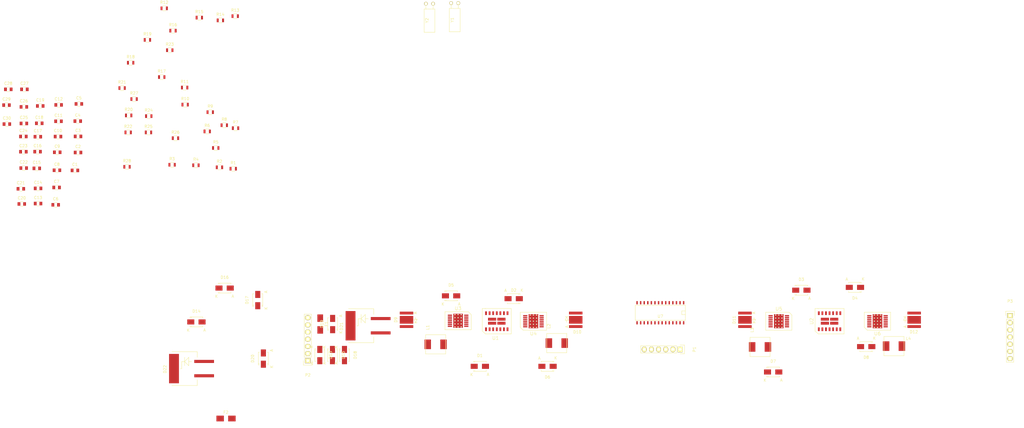
<source format=kicad_pcb>
(kicad_pcb (version 4) (host pcbnew 4.0.2+dfsg1-stable)

  (general
    (links 277)
    (no_connects 216)
    (area 0 0 0 0)
    (thickness 1.6)
    (drawings 0)
    (tracks 0)
    (zones 0)
    (modules 98)
    (nets 104)
  )

  (page A4)
  (layers
    (0 F.Cu signal)
    (31 B.Cu signal)
    (32 B.Adhes user)
    (33 F.Adhes user)
    (34 B.Paste user)
    (35 F.Paste user)
    (36 B.SilkS user)
    (37 F.SilkS user)
    (38 B.Mask user)
    (39 F.Mask user)
    (40 Dwgs.User user)
    (41 Cmts.User user)
    (42 Eco1.User user)
    (43 Eco2.User user)
    (44 Edge.Cuts user)
    (45 Margin user)
    (46 B.CrtYd user)
    (47 F.CrtYd user)
    (48 B.Fab user)
    (49 F.Fab user)
  )

  (setup
    (last_trace_width 0.25)
    (trace_clearance 0.2)
    (zone_clearance 0.508)
    (zone_45_only no)
    (trace_min 0.2)
    (segment_width 0.2)
    (edge_width 0.15)
    (via_size 0.6)
    (via_drill 0.4)
    (via_min_size 0.4)
    (via_min_drill 0.3)
    (uvia_size 0.3)
    (uvia_drill 0.1)
    (uvias_allowed no)
    (uvia_min_size 0.2)
    (uvia_min_drill 0.1)
    (pcb_text_width 0.3)
    (pcb_text_size 1.5 1.5)
    (mod_edge_width 0.15)
    (mod_text_size 1 1)
    (mod_text_width 0.15)
    (pad_size 1.524 1.524)
    (pad_drill 0.762)
    (pad_to_mask_clearance 0.2)
    (aux_axis_origin 0 0)
    (visible_elements FFFFF77F)
    (pcbplotparams
      (layerselection 0x00030_80000001)
      (usegerberextensions false)
      (excludeedgelayer true)
      (linewidth 0.100000)
      (plotframeref false)
      (viasonmask false)
      (mode 1)
      (useauxorigin false)
      (hpglpennumber 1)
      (hpglpenspeed 20)
      (hpglpendiameter 15)
      (hpglpenoverlay 2)
      (psnegative false)
      (psa4output false)
      (plotreference true)
      (plotvalue true)
      (plotinvisibletext false)
      (padsonsilk false)
      (subtractmaskfromsilk false)
      (outputformat 1)
      (mirror false)
      (drillshape 1)
      (scaleselection 1)
      (outputdirectory ""))
  )

  (net 0 "")
  (net 1 +12V)
  (net 2 "Net-(C5-Pad2)")
  (net 3 GND)
  (net 4 "Net-(U1-Pad13)")
  (net 5 "Net-(R6-Pad1)")
  (net 6 "Net-(R5-Pad1)")
  (net 7 "Net-(U1-Pad11)")
  (net 8 "Net-(R1-Pad1)")
  (net 9 "Net-(C6-Pad2)")
  (net 10 "Net-(U1-Pad5)")
  (net 11 "Net-(U1-Pad9)")
  (net 12 "Net-(R7-Pad1)")
  (net 13 "Net-(R13-Pad2)")
  (net 14 "Net-(C7-Pad2)")
  (net 15 "Net-(U2-Pad13)")
  (net 16 "Net-(R10-Pad1)")
  (net 17 "Net-(R9-Pad1)")
  (net 18 "Net-(U2-Pad11)")
  (net 19 "Net-(R2-Pad1)")
  (net 20 "Net-(C8-Pad2)")
  (net 21 "Net-(U2-Pad5)")
  (net 22 "Net-(U2-Pad9)")
  (net 23 "Net-(R11-Pad1)")
  (net 24 "Net-(R12-Pad1)")
  (net 25 "Net-(C9-Pad1)")
  (net 26 "Net-(C17-Pad1)")
  (net 27 "Net-(D5-Pad1)")
  (net 28 "Net-(C17-Pad2)")
  (net 29 "Net-(C21-Pad2)")
  (net 30 "Net-(U3-Pad4)")
  (net 31 "Net-(R19-Pad2)")
  (net 32 "/LED Driver/A_LED1+")
  (net 33 "Net-(C13-Pad2)")
  (net 34 "/LED Driver/A_DIM1")
  (net 35 "Net-(C10-Pad1)")
  (net 36 "Net-(C18-Pad1)")
  (net 37 "Net-(D6-Pad1)")
  (net 38 "Net-(C18-Pad2)")
  (net 39 "Net-(C22-Pad2)")
  (net 40 "Net-(U4-Pad4)")
  (net 41 "Net-(R20-Pad2)")
  (net 42 "/LED Driver/A_LED2+")
  (net 43 "Net-(C14-Pad2)")
  (net 44 "/LED Driver/A_DIM2")
  (net 45 "Net-(C11-Pad1)")
  (net 46 "Net-(C19-Pad1)")
  (net 47 "Net-(D7-Pad1)")
  (net 48 "Net-(C19-Pad2)")
  (net 49 "Net-(C23-Pad2)")
  (net 50 "Net-(U5-Pad4)")
  (net 51 "Net-(R21-Pad2)")
  (net 52 "/LED Driver/B_LED1+")
  (net 53 "Net-(C15-Pad2)")
  (net 54 "/LED Driver/B_DIM1")
  (net 55 "Net-(C12-Pad1)")
  (net 56 "Net-(C20-Pad1)")
  (net 57 "Net-(D8-Pad1)")
  (net 58 "Net-(C20-Pad2)")
  (net 59 "Net-(C24-Pad2)")
  (net 60 "Net-(U6-Pad4)")
  (net 61 "Net-(R22-Pad2)")
  (net 62 "/LED Driver/B_LED2+")
  (net 63 "Net-(C16-Pad2)")
  (net 64 "/LED Driver/B_DIM2")
  (net 65 +5V)
  (net 66 /Microcontroller/ADC2)
  (net 67 /Microcontroller/ADC4)
  (net 68 /Microcontroller/ADC1)
  (net 69 /Microcontroller/ADC3)
  (net 70 "Net-(C25-Pad1)")
  (net 71 "Net-(C26-Pad1)")
  (net 72 /Microcontroller/MCLR)
  (net 73 /Microcontroller/ICSPDAT)
  (net 74 /Microcontroller/ICSPCLK)
  (net 75 "Net-(P1-Pad6)")
  (net 76 "/LED Driver/A_DEN")
  (net 77 "/LED Driver/A_IN0")
  (net 78 "/LED Driver/A_IN1")
  (net 79 "/LED Driver/B_DEN")
  (net 80 "/LED Driver/B_IN0")
  (net 81 "/LED Driver/B_IN1")
  (net 82 "Net-(R23-Pad1)")
  (net 83 "Net-(R24-Pad1)")
  (net 84 "Net-(R25-Pad1)")
  (net 85 "Net-(R26-Pad1)")
  (net 86 /Microcontroller/ADC5)
  (net 87 /Microcontroller/ADC6)
  (net 88 "Net-(U7-Pad25)")
  (net 89 "Net-(U7-Pad26)")
  (net 90 "/LED Driver/A_LED1-")
  (net 91 "/LED Driver/A_LED2-")
  (net 92 "/LED Driver/B_LED1-")
  (net 93 "/LED Driver/B_LED2-")
  (net 94 "Net-(C27-Pad1)")
  (net 95 "Net-(C28-Pad1)")
  (net 96 "Net-(C29-Pad1)")
  (net 97 "Net-(C30-Pad1)")
  (net 98 /Data_1)
  (net 99 /Data_2)
  (net 100 /Data_3)
  (net 101 "Net-(D19-Pad1)")
  (net 102 "Net-(D20-Pad1)")
  (net 103 /VIN)

  (net_class Default "This is the default net class."
    (clearance 0.2)
    (trace_width 0.25)
    (via_dia 0.6)
    (via_drill 0.4)
    (uvia_dia 0.3)
    (uvia_drill 0.1)
    (add_net +12V)
    (add_net +5V)
    (add_net /Data_1)
    (add_net /Data_2)
    (add_net /Data_3)
    (add_net "/LED Driver/A_DEN")
    (add_net "/LED Driver/A_DIM1")
    (add_net "/LED Driver/A_DIM2")
    (add_net "/LED Driver/A_IN0")
    (add_net "/LED Driver/A_IN1")
    (add_net "/LED Driver/A_LED1+")
    (add_net "/LED Driver/A_LED1-")
    (add_net "/LED Driver/A_LED2+")
    (add_net "/LED Driver/A_LED2-")
    (add_net "/LED Driver/B_DEN")
    (add_net "/LED Driver/B_DIM1")
    (add_net "/LED Driver/B_DIM2")
    (add_net "/LED Driver/B_IN0")
    (add_net "/LED Driver/B_IN1")
    (add_net "/LED Driver/B_LED1+")
    (add_net "/LED Driver/B_LED1-")
    (add_net "/LED Driver/B_LED2+")
    (add_net "/LED Driver/B_LED2-")
    (add_net /Microcontroller/ADC1)
    (add_net /Microcontroller/ADC2)
    (add_net /Microcontroller/ADC3)
    (add_net /Microcontroller/ADC4)
    (add_net /Microcontroller/ADC5)
    (add_net /Microcontroller/ADC6)
    (add_net /Microcontroller/ICSPCLK)
    (add_net /Microcontroller/ICSPDAT)
    (add_net /Microcontroller/MCLR)
    (add_net /VIN)
    (add_net GND)
    (add_net "Net-(C10-Pad1)")
    (add_net "Net-(C11-Pad1)")
    (add_net "Net-(C12-Pad1)")
    (add_net "Net-(C13-Pad2)")
    (add_net "Net-(C14-Pad2)")
    (add_net "Net-(C15-Pad2)")
    (add_net "Net-(C16-Pad2)")
    (add_net "Net-(C17-Pad1)")
    (add_net "Net-(C17-Pad2)")
    (add_net "Net-(C18-Pad1)")
    (add_net "Net-(C18-Pad2)")
    (add_net "Net-(C19-Pad1)")
    (add_net "Net-(C19-Pad2)")
    (add_net "Net-(C20-Pad1)")
    (add_net "Net-(C20-Pad2)")
    (add_net "Net-(C21-Pad2)")
    (add_net "Net-(C22-Pad2)")
    (add_net "Net-(C23-Pad2)")
    (add_net "Net-(C24-Pad2)")
    (add_net "Net-(C25-Pad1)")
    (add_net "Net-(C26-Pad1)")
    (add_net "Net-(C27-Pad1)")
    (add_net "Net-(C28-Pad1)")
    (add_net "Net-(C29-Pad1)")
    (add_net "Net-(C30-Pad1)")
    (add_net "Net-(C5-Pad2)")
    (add_net "Net-(C6-Pad2)")
    (add_net "Net-(C7-Pad2)")
    (add_net "Net-(C8-Pad2)")
    (add_net "Net-(C9-Pad1)")
    (add_net "Net-(D19-Pad1)")
    (add_net "Net-(D20-Pad1)")
    (add_net "Net-(D5-Pad1)")
    (add_net "Net-(D6-Pad1)")
    (add_net "Net-(D7-Pad1)")
    (add_net "Net-(D8-Pad1)")
    (add_net "Net-(P1-Pad6)")
    (add_net "Net-(R1-Pad1)")
    (add_net "Net-(R10-Pad1)")
    (add_net "Net-(R11-Pad1)")
    (add_net "Net-(R12-Pad1)")
    (add_net "Net-(R13-Pad2)")
    (add_net "Net-(R19-Pad2)")
    (add_net "Net-(R2-Pad1)")
    (add_net "Net-(R20-Pad2)")
    (add_net "Net-(R21-Pad2)")
    (add_net "Net-(R22-Pad2)")
    (add_net "Net-(R23-Pad1)")
    (add_net "Net-(R24-Pad1)")
    (add_net "Net-(R25-Pad1)")
    (add_net "Net-(R26-Pad1)")
    (add_net "Net-(R5-Pad1)")
    (add_net "Net-(R6-Pad1)")
    (add_net "Net-(R7-Pad1)")
    (add_net "Net-(R9-Pad1)")
    (add_net "Net-(U1-Pad11)")
    (add_net "Net-(U1-Pad13)")
    (add_net "Net-(U1-Pad5)")
    (add_net "Net-(U1-Pad9)")
    (add_net "Net-(U2-Pad11)")
    (add_net "Net-(U2-Pad13)")
    (add_net "Net-(U2-Pad5)")
    (add_net "Net-(U2-Pad9)")
    (add_net "Net-(U3-Pad4)")
    (add_net "Net-(U4-Pad4)")
    (add_net "Net-(U5-Pad4)")
    (add_net "Net-(U6-Pad4)")
    (add_net "Net-(U7-Pad25)")
    (add_net "Net-(U7-Pad26)")
  )

  (module MRV_SMD_Packages:CREE_LED_2020 (layer F.Cu) (tedit 59F5F4D5) (tstamp 59F5ED90)
    (at 240 87.5 90)
    (path /59F4F054)
    (fp_text reference D12 (at -4.28 -0.12 180) (layer F.SilkS)
      (effects (font (size 1 1) (thickness 0.15)))
    )
    (fp_text value LED (at 0 5.08 90) (layer F.Fab) hide
      (effects (font (size 1 1) (thickness 0.15)))
    )
    (fp_line (start -0.1778 -3.2258) (end -0.8636 -3.2258) (layer F.SilkS) (width 0.15))
    (fp_line (start 1.0676 -3.7428) (end 1.0676 -2.6928) (layer F.SilkS) (width 0.15))
    (fp_line (start -0.1524 -3.7428) (end 1.0676 -3.2178) (layer F.SilkS) (width 0.15))
    (fp_line (start 1.0676 -3.2178) (end -0.1524 -2.6928) (layer F.SilkS) (width 0.15))
    (fp_line (start -0.1524 -2.6928) (end -0.1524 -3.7428) (layer F.SilkS) (width 0.15))
    (fp_line (start -0.1524 -3.7428) (end -0.1524 -3.2178) (layer F.SilkS) (width 0.15))
    (fp_text user A (at -2.44 -3.15 90) (layer F.SilkS)
      (effects (font (size 1 1) (thickness 0.15)))
    )
    (pad 0 smd rect (at 0 0 90) (size 2.75 4.78) (layers F.Cu F.Mask)
      (solder_mask_margin -5))
    (pad 2 smd rect (at -2.39 0 90) (size 1 4.78) (layers F.Cu F.Paste F.Mask)
      (net 62 "/LED Driver/B_LED2+"))
    (pad 1 smd rect (at 2.39 0 90) (size 1 4.78) (layers F.Cu F.Paste F.Mask)
      (net 93 "/LED Driver/B_LED2-"))
    (pad 0 smd rect (at -0.61 -0.525 90) (size 0.97 0.8) (layers F.Paste F.Mask))
    (pad 0 smd rect (at -0.61 -1.575 90) (size 0.97 0.8) (layers F.Paste F.Mask))
    (pad 0 smd rect (at 0.61 -1.575 90) (size 0.97 0.8) (layers F.Paste F.Mask))
    (pad 0 smd rect (at 0.61 -0.525 90) (size 0.97 0.8) (layers F.Paste F.Mask))
    (pad 0 smd rect (at 0.61 0.525 90) (size 0.97 0.8) (layers F.Paste F.Mask))
    (pad 0 smd rect (at -0.61 0.525 90) (size 0.97 0.8) (layers F.Paste F.Mask))
    (pad 0 smd rect (at -0.61 1.575 90) (size 0.97 0.8) (layers F.Paste F.Mask))
    (pad 0 smd rect (at 0.61 1.575 90) (size 0.97 0.8) (layers F.Paste F.Mask))
  )

  (module MRV_SMD_Packages:CREE_LED_2020 (layer F.Cu) (tedit 59F5F4E4) (tstamp 59F5ED7F)
    (at 180 87.5 270)
    (path /59F4EF29)
    (fp_text reference D11 (at 0 3.81 270) (layer F.SilkS)
      (effects (font (size 1 1) (thickness 0.15)))
    )
    (fp_text value LED (at 0 5.08 270) (layer F.Fab) hide
      (effects (font (size 1 1) (thickness 0.15)))
    )
    (fp_line (start -0.1778 -3.2258) (end -0.8636 -3.2258) (layer F.SilkS) (width 0.15))
    (fp_line (start 1.0676 -3.7428) (end 1.0676 -2.6928) (layer F.SilkS) (width 0.15))
    (fp_line (start -0.1524 -3.7428) (end 1.0676 -3.2178) (layer F.SilkS) (width 0.15))
    (fp_line (start 1.0676 -3.2178) (end -0.1524 -2.6928) (layer F.SilkS) (width 0.15))
    (fp_line (start -0.1524 -2.6928) (end -0.1524 -3.7428) (layer F.SilkS) (width 0.15))
    (fp_line (start -0.1524 -3.7428) (end -0.1524 -3.2178) (layer F.SilkS) (width 0.15))
    (fp_text user A (at -2.44 -3.15 270) (layer F.SilkS)
      (effects (font (size 1 1) (thickness 0.15)))
    )
    (pad 0 smd rect (at 0 0 270) (size 2.75 4.78) (layers F.Cu F.Mask)
      (solder_mask_margin -5))
    (pad 2 smd rect (at -2.39 0 270) (size 1 4.78) (layers F.Cu F.Paste F.Mask)
      (net 52 "/LED Driver/B_LED1+"))
    (pad 1 smd rect (at 2.39 0 270) (size 1 4.78) (layers F.Cu F.Paste F.Mask)
      (net 92 "/LED Driver/B_LED1-"))
    (pad 0 smd rect (at -0.61 -0.525 270) (size 0.97 0.8) (layers F.Paste F.Mask))
    (pad 0 smd rect (at -0.61 -1.575 270) (size 0.97 0.8) (layers F.Paste F.Mask))
    (pad 0 smd rect (at 0.61 -1.575 270) (size 0.97 0.8) (layers F.Paste F.Mask))
    (pad 0 smd rect (at 0.61 -0.525 270) (size 0.97 0.8) (layers F.Paste F.Mask))
    (pad 0 smd rect (at 0.61 0.525 270) (size 0.97 0.8) (layers F.Paste F.Mask))
    (pad 0 smd rect (at -0.61 0.525 270) (size 0.97 0.8) (layers F.Paste F.Mask))
    (pad 0 smd rect (at -0.61 1.575 270) (size 0.97 0.8) (layers F.Paste F.Mask))
    (pad 0 smd rect (at 0.61 1.575 270) (size 0.97 0.8) (layers F.Paste F.Mask))
  )

  (module MRV_SMD_Packages:CREE_LED_2020 (layer F.Cu) (tedit 59F5F4EA) (tstamp 59F5ED6E)
    (at 120 87.5 90)
    (path /59F4E317)
    (fp_text reference D10 (at -4.33 0.55 180) (layer F.SilkS)
      (effects (font (size 1 1) (thickness 0.15)))
    )
    (fp_text value LED (at 0 5.08 90) (layer F.Fab) hide
      (effects (font (size 1 1) (thickness 0.15)))
    )
    (fp_line (start -0.1778 -3.2258) (end -0.8636 -3.2258) (layer F.SilkS) (width 0.15))
    (fp_line (start 1.0676 -3.7428) (end 1.0676 -2.6928) (layer F.SilkS) (width 0.15))
    (fp_line (start -0.1524 -3.7428) (end 1.0676 -3.2178) (layer F.SilkS) (width 0.15))
    (fp_line (start 1.0676 -3.2178) (end -0.1524 -2.6928) (layer F.SilkS) (width 0.15))
    (fp_line (start -0.1524 -2.6928) (end -0.1524 -3.7428) (layer F.SilkS) (width 0.15))
    (fp_line (start -0.1524 -3.7428) (end -0.1524 -3.2178) (layer F.SilkS) (width 0.15))
    (fp_text user A (at -2.44 -3.15 90) (layer F.SilkS)
      (effects (font (size 1 1) (thickness 0.15)))
    )
    (pad 0 smd rect (at 0 0 90) (size 2.75 4.78) (layers F.Cu F.Mask)
      (solder_mask_margin -5))
    (pad 2 smd rect (at -2.39 0 90) (size 1 4.78) (layers F.Cu F.Paste F.Mask)
      (net 42 "/LED Driver/A_LED2+"))
    (pad 1 smd rect (at 2.39 0 90) (size 1 4.78) (layers F.Cu F.Paste F.Mask)
      (net 91 "/LED Driver/A_LED2-"))
    (pad 0 smd rect (at -0.61 -0.525 90) (size 0.97 0.8) (layers F.Paste F.Mask))
    (pad 0 smd rect (at -0.61 -1.575 90) (size 0.97 0.8) (layers F.Paste F.Mask))
    (pad 0 smd rect (at 0.61 -1.575 90) (size 0.97 0.8) (layers F.Paste F.Mask))
    (pad 0 smd rect (at 0.61 -0.525 90) (size 0.97 0.8) (layers F.Paste F.Mask))
    (pad 0 smd rect (at 0.61 0.525 90) (size 0.97 0.8) (layers F.Paste F.Mask))
    (pad 0 smd rect (at -0.61 0.525 90) (size 0.97 0.8) (layers F.Paste F.Mask))
    (pad 0 smd rect (at -0.61 1.575 90) (size 0.97 0.8) (layers F.Paste F.Mask))
    (pad 0 smd rect (at 0.61 1.575 90) (size 0.97 0.8) (layers F.Paste F.Mask))
  )

  (module MRV_SMD_Packages:CREE_LED_2020 (layer F.Cu) (tedit 59F5F042) (tstamp 59F5ED5D)
    (at 60 87.5 270)
    (path /59F4E1A4)
    (fp_text reference D9 (at 0 3.81 270) (layer F.SilkS)
      (effects (font (size 1 1) (thickness 0.15)))
    )
    (fp_text value LED (at 0 5.08 270) (layer F.Fab) hide
      (effects (font (size 1 1) (thickness 0.15)))
    )
    (fp_line (start -0.1778 -3.2258) (end -0.8636 -3.2258) (layer F.SilkS) (width 0.15))
    (fp_line (start 1.0676 -3.7428) (end 1.0676 -2.6928) (layer F.SilkS) (width 0.15))
    (fp_line (start -0.1524 -3.7428) (end 1.0676 -3.2178) (layer F.SilkS) (width 0.15))
    (fp_line (start 1.0676 -3.2178) (end -0.1524 -2.6928) (layer F.SilkS) (width 0.15))
    (fp_line (start -0.1524 -2.6928) (end -0.1524 -3.7428) (layer F.SilkS) (width 0.15))
    (fp_line (start -0.1524 -3.7428) (end -0.1524 -3.2178) (layer F.SilkS) (width 0.15))
    (fp_text user A (at -2.44 -3.15 270) (layer F.SilkS)
      (effects (font (size 1 1) (thickness 0.15)))
    )
    (pad 0 smd rect (at 0 0 270) (size 2.75 4.78) (layers F.Cu F.Mask)
      (solder_mask_margin -5))
    (pad 2 smd rect (at -2.39 0 270) (size 1 4.78) (layers F.Cu F.Paste F.Mask)
      (net 32 "/LED Driver/A_LED1+"))
    (pad 1 smd rect (at 2.39 0 270) (size 1 4.78) (layers F.Cu F.Paste F.Mask)
      (net 90 "/LED Driver/A_LED1-"))
    (pad 0 smd rect (at -0.61 -0.525 270) (size 0.97 0.8) (layers F.Paste F.Mask))
    (pad 0 smd rect (at -0.61 -1.575 270) (size 0.97 0.8) (layers F.Paste F.Mask))
    (pad 0 smd rect (at 0.61 -1.575 270) (size 0.97 0.8) (layers F.Paste F.Mask))
    (pad 0 smd rect (at 0.61 -0.525 270) (size 0.97 0.8) (layers F.Paste F.Mask))
    (pad 0 smd rect (at 0.61 0.525 270) (size 0.97 0.8) (layers F.Paste F.Mask))
    (pad 0 smd rect (at -0.61 0.525 270) (size 0.97 0.8) (layers F.Paste F.Mask))
    (pad 0 smd rect (at -0.61 1.575 270) (size 0.97 0.8) (layers F.Paste F.Mask))
    (pad 0 smd rect (at 0.61 1.575 270) (size 0.97 0.8) (layers F.Paste F.Mask))
  )

  (module SMD_Packages:SOIC-28 (layer F.Cu) (tedit 0) (tstamp 59F50785)
    (at 150 85 180)
    (descr "Module CMS SOJ 28 pins large")
    (tags "CMS SOJ")
    (path /59F58DA5/59F58EBF)
    (attr smd)
    (fp_text reference U7 (at 0 -1.26238 180) (layer F.SilkS)
      (effects (font (size 1 1) (thickness 0.15)))
    )
    (fp_text value PIC18F26K42 (at 0 1.27 180) (layer F.Fab)
      (effects (font (size 1 1) (thickness 0.15)))
    )
    (fp_line (start 8.763 2.667) (end -8.89 2.667) (layer F.SilkS) (width 0.15))
    (fp_line (start -8.89 -2.667) (end 8.89 -2.667) (layer F.SilkS) (width 0.15))
    (fp_line (start 8.89 2.667) (end 8.89 -2.667) (layer F.SilkS) (width 0.15))
    (fp_line (start -8.89 -2.667) (end -8.89 2.667) (layer F.SilkS) (width 0.15))
    (fp_line (start -8.89 -0.635) (end -7.62 -0.635) (layer F.SilkS) (width 0.15))
    (fp_line (start -7.62 -0.635) (end -7.62 0.635) (layer F.SilkS) (width 0.15))
    (fp_line (start -7.62 0.635) (end -8.89 0.635) (layer F.SilkS) (width 0.15))
    (pad 1 smd rect (at -8.255 3.556 180) (size 0.508 1.143) (layers F.Cu F.Paste F.Mask)
      (net 72 /Microcontroller/MCLR))
    (pad 2 smd rect (at -6.985 3.556 180) (size 0.508 1.143) (layers F.Cu F.Paste F.Mask)
      (net 76 "/LED Driver/A_DEN"))
    (pad 3 smd rect (at -5.715 3.556 180) (size 0.508 1.143) (layers F.Cu F.Paste F.Mask)
      (net 77 "/LED Driver/A_IN0"))
    (pad 4 smd rect (at -4.445 3.556 180) (size 0.508 1.143) (layers F.Cu F.Paste F.Mask)
      (net 78 "/LED Driver/A_IN1"))
    (pad 5 smd rect (at -3.175 3.556 180) (size 0.508 1.143) (layers F.Cu F.Paste F.Mask)
      (net 79 "/LED Driver/B_DEN"))
    (pad 6 smd rect (at -1.905 3.556 180) (size 0.508 1.143) (layers F.Cu F.Paste F.Mask)
      (net 80 "/LED Driver/B_IN0"))
    (pad 7 smd rect (at -0.635 3.556 180) (size 0.508 1.143) (layers F.Cu F.Paste F.Mask)
      (net 81 "/LED Driver/B_IN1"))
    (pad 8 smd rect (at 0.635 3.556 180) (size 0.508 1.143) (layers F.Cu F.Paste F.Mask)
      (net 3 GND))
    (pad 9 smd rect (at 1.905 3.556 180) (size 0.508 1.143) (layers F.Cu F.Paste F.Mask)
      (net 94 "Net-(C27-Pad1)"))
    (pad 10 smd rect (at 3.175 3.556 180) (size 0.508 1.143) (layers F.Cu F.Paste F.Mask)
      (net 95 "Net-(C28-Pad1)"))
    (pad 11 smd rect (at 4.445 3.556 180) (size 0.508 1.143) (layers F.Cu F.Paste F.Mask)
      (net 70 "Net-(C25-Pad1)"))
    (pad 12 smd rect (at 5.715 3.556 180) (size 0.508 1.143) (layers F.Cu F.Paste F.Mask)
      (net 71 "Net-(C26-Pad1)"))
    (pad 13 smd rect (at 6.985 3.556 180) (size 0.508 1.143) (layers F.Cu F.Paste F.Mask)
      (net 68 /Microcontroller/ADC1))
    (pad 14 smd rect (at 8.255 3.556 180) (size 0.508 1.143) (layers F.Cu F.Paste F.Mask)
      (net 66 /Microcontroller/ADC2))
    (pad 15 smd rect (at 8.255 -3.556 180) (size 0.508 1.143) (layers F.Cu F.Paste F.Mask)
      (net 69 /Microcontroller/ADC3))
    (pad 16 smd rect (at 6.985 -3.556 180) (size 0.508 1.143) (layers F.Cu F.Paste F.Mask)
      (net 67 /Microcontroller/ADC4))
    (pad 17 smd rect (at 5.715 -3.556 180) (size 0.508 1.143) (layers F.Cu F.Paste F.Mask)
      (net 86 /Microcontroller/ADC5))
    (pad 18 smd rect (at 4.445 -3.556 180) (size 0.508 1.143) (layers F.Cu F.Paste F.Mask)
      (net 87 /Microcontroller/ADC6))
    (pad 19 smd rect (at 3.175 -3.556 180) (size 0.508 1.143) (layers F.Cu F.Paste F.Mask)
      (net 3 GND))
    (pad 20 smd rect (at 1.905 -3.556 180) (size 0.508 1.143) (layers F.Cu F.Paste F.Mask)
      (net 65 +5V))
    (pad 21 smd rect (at 0.635 -3.556 180) (size 0.508 1.143) (layers F.Cu F.Paste F.Mask)
      (net 64 "/LED Driver/B_DIM2"))
    (pad 22 smd rect (at -0.635 -3.556 180) (size 0.508 1.143) (layers F.Cu F.Paste F.Mask)
      (net 54 "/LED Driver/B_DIM1"))
    (pad 23 smd rect (at -1.905 -3.556 180) (size 0.508 1.143) (layers F.Cu F.Paste F.Mask)
      (net 44 "/LED Driver/A_DIM2"))
    (pad 24 smd rect (at -3.175 -3.556 180) (size 0.508 1.143) (layers F.Cu F.Paste F.Mask)
      (net 34 "/LED Driver/A_DIM1"))
    (pad 25 smd rect (at -4.445 -3.556 180) (size 0.508 1.143) (layers F.Cu F.Paste F.Mask)
      (net 88 "Net-(U7-Pad25)"))
    (pad 26 smd rect (at -5.715 -3.556 180) (size 0.508 1.143) (layers F.Cu F.Paste F.Mask)
      (net 89 "Net-(U7-Pad26)"))
    (pad 27 smd rect (at -6.985 -3.556 180) (size 0.508 1.143) (layers F.Cu F.Paste F.Mask)
      (net 74 /Microcontroller/ICSPCLK))
    (pad 28 smd rect (at -8.255 -3.556 180) (size 0.508 1.143) (layers F.Cu F.Paste F.Mask)
      (net 73 /Microcontroller/ICSPDAT))
  )

  (module Crystals:Crystal_Watch (layer F.Cu) (tedit 59F5F224) (tstamp 59F4CD51)
    (at 68.15 -24.6)
    (path /59F58DA5/59F6126E)
    (fp_text reference Y2 (at -0.889 5.969 90) (layer F.SilkS)
      (effects (font (size 1 1) (thickness 0.15)))
    )
    (fp_text value Crystal (at -1.205 4.935 90) (layer F.Fab)
      (effects (font (size 1 1) (thickness 0.15)))
    )
    (fp_line (start -1.905 1.905) (end 1.905 1.905) (layer F.SilkS) (width 0.15))
    (fp_line (start 1.905 1.905) (end 1.905 10.16) (layer F.SilkS) (width 0.15))
    (fp_line (start 1.905 10.16) (end -1.905 10.16) (layer F.SilkS) (width 0.15))
    (fp_line (start -1.905 10.16) (end -1.905 1.905) (layer F.SilkS) (width 0.15))
    (fp_line (start -1.27 0) (end -1.27 1.905) (layer F.SilkS) (width 0.15))
    (fp_line (start 1.27 0) (end 1.27 1.905) (layer F.SilkS) (width 0.15))
    (pad 1 thru_hole circle (at -1.27 0) (size 1.27 1.27) (drill 0.8128) (layers *.Cu *.Mask F.SilkS)
      (net 70 "Net-(C25-Pad1)"))
    (pad 2 thru_hole circle (at 1.27 0) (size 1.27 1.27) (drill 0.8128) (layers *.Cu *.Mask F.SilkS)
      (net 71 "Net-(C26-Pad1)"))
    (model Crystals.3dshapes/Crystal_Watch.wrl
      (at (xyz 0 0 0))
      (scale (xyz 1 1 1))
      (rotate (xyz 0 0 0))
    )
  )

  (module Crystals:Crystal_Watch (layer F.Cu) (tedit 59F5F229) (tstamp 59F4CD4B)
    (at 77.1 -24.8)
    (path /59F58DA5/59F60428)
    (fp_text reference Y1 (at -0.889 5.969 90) (layer F.SilkS)
      (effects (font (size 1 1) (thickness 0.15)))
    )
    (fp_text value Crystal (at 0.15 6.85 90) (layer F.Fab)
      (effects (font (size 1 1) (thickness 0.15)))
    )
    (fp_line (start -1.905 1.905) (end 1.905 1.905) (layer F.SilkS) (width 0.15))
    (fp_line (start 1.905 1.905) (end 1.905 10.16) (layer F.SilkS) (width 0.15))
    (fp_line (start 1.905 10.16) (end -1.905 10.16) (layer F.SilkS) (width 0.15))
    (fp_line (start -1.905 10.16) (end -1.905 1.905) (layer F.SilkS) (width 0.15))
    (fp_line (start -1.27 0) (end -1.27 1.905) (layer F.SilkS) (width 0.15))
    (fp_line (start 1.27 0) (end 1.27 1.905) (layer F.SilkS) (width 0.15))
    (pad 1 thru_hole circle (at -1.27 0) (size 1.27 1.27) (drill 0.8128) (layers *.Cu *.Mask F.SilkS)
      (net 94 "Net-(C27-Pad1)"))
    (pad 2 thru_hole circle (at 1.27 0) (size 1.27 1.27) (drill 0.8128) (layers *.Cu *.Mask F.SilkS)
      (net 95 "Net-(C28-Pad1)"))
    (model Crystals.3dshapes/Crystal_Watch.wrl
      (at (xyz 0 0 0))
      (scale (xyz 1 1 1))
      (rotate (xyz 0 0 0))
    )
  )

  (module Resistors_SMD:R_0805 (layer F.Cu) (tedit 5415CDEB) (tstamp 59F4CD39)
    (at -36.6 9.225)
    (descr "Resistor SMD 0805, reflow soldering, Vishay (see dcrcw.pdf)")
    (tags "resistor 0805")
    (path /59F58DA5/59F6071D)
    (attr smd)
    (fp_text reference R27 (at 0 -2.1) (layer F.SilkS)
      (effects (font (size 1 1) (thickness 0.15)))
    )
    (fp_text value 470R (at 0 2.1) (layer F.Fab)
      (effects (font (size 1 1) (thickness 0.15)))
    )
    (fp_line (start -1.6 -1) (end 1.6 -1) (layer F.CrtYd) (width 0.05))
    (fp_line (start -1.6 1) (end 1.6 1) (layer F.CrtYd) (width 0.05))
    (fp_line (start -1.6 -1) (end -1.6 1) (layer F.CrtYd) (width 0.05))
    (fp_line (start 1.6 -1) (end 1.6 1) (layer F.CrtYd) (width 0.05))
    (fp_line (start 0.6 0.875) (end -0.6 0.875) (layer F.SilkS) (width 0.15))
    (fp_line (start -0.6 -0.875) (end 0.6 -0.875) (layer F.SilkS) (width 0.15))
    (pad 1 smd rect (at -0.95 0) (size 0.7 1.3) (layers F.Cu F.Paste F.Mask)
      (net 72 /Microcontroller/MCLR))
    (pad 2 smd rect (at 0.95 0) (size 0.7 1.3) (layers F.Cu F.Paste F.Mask)
      (net 96 "Net-(C29-Pad1)"))
    (model Resistors_SMD.3dshapes/R_0805.wrl
      (at (xyz 0 0 0))
      (scale (xyz 1 1 1))
      (rotate (xyz 0 0 0))
    )
  )

  (module Resistors_SMD:R_0805 (layer F.Cu) (tedit 5415CDEB) (tstamp 59F4CD33)
    (at -21.925 23.1)
    (descr "Resistor SMD 0805, reflow soldering, Vishay (see dcrcw.pdf)")
    (tags "resistor 0805")
    (path /59F3BC50/59F5391D)
    (attr smd)
    (fp_text reference R26 (at 0 -2.1) (layer F.SilkS)
      (effects (font (size 1 1) (thickness 0.15)))
    )
    (fp_text value R (at 0 2.1) (layer F.Fab)
      (effects (font (size 1 1) (thickness 0.15)))
    )
    (fp_line (start -1.6 -1) (end 1.6 -1) (layer F.CrtYd) (width 0.05))
    (fp_line (start -1.6 1) (end 1.6 1) (layer F.CrtYd) (width 0.05))
    (fp_line (start -1.6 -1) (end -1.6 1) (layer F.CrtYd) (width 0.05))
    (fp_line (start 1.6 -1) (end 1.6 1) (layer F.CrtYd) (width 0.05))
    (fp_line (start 0.6 0.875) (end -0.6 0.875) (layer F.SilkS) (width 0.15))
    (fp_line (start -0.6 -0.875) (end 0.6 -0.875) (layer F.SilkS) (width 0.15))
    (pad 1 smd rect (at -0.95 0) (size 0.7 1.3) (layers F.Cu F.Paste F.Mask)
      (net 85 "Net-(R26-Pad1)"))
    (pad 2 smd rect (at 0.95 0) (size 0.7 1.3) (layers F.Cu F.Paste F.Mask)
      (net 3 GND))
    (model Resistors_SMD.3dshapes/R_0805.wrl
      (at (xyz 0 0 0))
      (scale (xyz 1 1 1))
      (rotate (xyz 0 0 0))
    )
  )

  (module Resistors_SMD:R_0805 (layer F.Cu) (tedit 5415CDEB) (tstamp 59F4CD2D)
    (at -31.5 21.05)
    (descr "Resistor SMD 0805, reflow soldering, Vishay (see dcrcw.pdf)")
    (tags "resistor 0805")
    (path /59F3BC50/59F538B4)
    (attr smd)
    (fp_text reference R25 (at 0 -2.1) (layer F.SilkS)
      (effects (font (size 1 1) (thickness 0.15)))
    )
    (fp_text value R (at 0 2.1) (layer F.Fab)
      (effects (font (size 1 1) (thickness 0.15)))
    )
    (fp_line (start -1.6 -1) (end 1.6 -1) (layer F.CrtYd) (width 0.05))
    (fp_line (start -1.6 1) (end 1.6 1) (layer F.CrtYd) (width 0.05))
    (fp_line (start -1.6 -1) (end -1.6 1) (layer F.CrtYd) (width 0.05))
    (fp_line (start 1.6 -1) (end 1.6 1) (layer F.CrtYd) (width 0.05))
    (fp_line (start 0.6 0.875) (end -0.6 0.875) (layer F.SilkS) (width 0.15))
    (fp_line (start -0.6 -0.875) (end 0.6 -0.875) (layer F.SilkS) (width 0.15))
    (pad 1 smd rect (at -0.95 0) (size 0.7 1.3) (layers F.Cu F.Paste F.Mask)
      (net 84 "Net-(R25-Pad1)"))
    (pad 2 smd rect (at 0.95 0) (size 0.7 1.3) (layers F.Cu F.Paste F.Mask)
      (net 3 GND))
    (model Resistors_SMD.3dshapes/R_0805.wrl
      (at (xyz 0 0 0))
      (scale (xyz 1 1 1))
      (rotate (xyz 0 0 0))
    )
  )

  (module Resistors_SMD:R_0805 (layer F.Cu) (tedit 5415CDEB) (tstamp 59F4CD27)
    (at -31.4 15.275)
    (descr "Resistor SMD 0805, reflow soldering, Vishay (see dcrcw.pdf)")
    (tags "resistor 0805")
    (path /59F3BC50/59F3EB44)
    (attr smd)
    (fp_text reference R24 (at 0 -2.1) (layer F.SilkS)
      (effects (font (size 1 1) (thickness 0.15)))
    )
    (fp_text value R (at 0 2.1) (layer F.Fab)
      (effects (font (size 1 1) (thickness 0.15)))
    )
    (fp_line (start -1.6 -1) (end 1.6 -1) (layer F.CrtYd) (width 0.05))
    (fp_line (start -1.6 1) (end 1.6 1) (layer F.CrtYd) (width 0.05))
    (fp_line (start -1.6 -1) (end -1.6 1) (layer F.CrtYd) (width 0.05))
    (fp_line (start 1.6 -1) (end 1.6 1) (layer F.CrtYd) (width 0.05))
    (fp_line (start 0.6 0.875) (end -0.6 0.875) (layer F.SilkS) (width 0.15))
    (fp_line (start -0.6 -0.875) (end 0.6 -0.875) (layer F.SilkS) (width 0.15))
    (pad 1 smd rect (at -0.95 0) (size 0.7 1.3) (layers F.Cu F.Paste F.Mask)
      (net 83 "Net-(R24-Pad1)"))
    (pad 2 smd rect (at 0.95 0) (size 0.7 1.3) (layers F.Cu F.Paste F.Mask)
      (net 3 GND))
    (model Resistors_SMD.3dshapes/R_0805.wrl
      (at (xyz 0 0 0))
      (scale (xyz 1 1 1))
      (rotate (xyz 0 0 0))
    )
  )

  (module Resistors_SMD:R_0805 (layer F.Cu) (tedit 5415CDEB) (tstamp 59F4CD21)
    (at -23.95 -8.1)
    (descr "Resistor SMD 0805, reflow soldering, Vishay (see dcrcw.pdf)")
    (tags "resistor 0805")
    (path /59F3BC50/59F3CC3A)
    (attr smd)
    (fp_text reference R23 (at 0 -2.1) (layer F.SilkS)
      (effects (font (size 1 1) (thickness 0.15)))
    )
    (fp_text value R (at 0 2.1) (layer F.Fab)
      (effects (font (size 1 1) (thickness 0.15)))
    )
    (fp_line (start -1.6 -1) (end 1.6 -1) (layer F.CrtYd) (width 0.05))
    (fp_line (start -1.6 1) (end 1.6 1) (layer F.CrtYd) (width 0.05))
    (fp_line (start -1.6 -1) (end -1.6 1) (layer F.CrtYd) (width 0.05))
    (fp_line (start 1.6 -1) (end 1.6 1) (layer F.CrtYd) (width 0.05))
    (fp_line (start 0.6 0.875) (end -0.6 0.875) (layer F.SilkS) (width 0.15))
    (fp_line (start -0.6 -0.875) (end 0.6 -0.875) (layer F.SilkS) (width 0.15))
    (pad 1 smd rect (at -0.95 0) (size 0.7 1.3) (layers F.Cu F.Paste F.Mask)
      (net 82 "Net-(R23-Pad1)"))
    (pad 2 smd rect (at 0.95 0) (size 0.7 1.3) (layers F.Cu F.Paste F.Mask)
      (net 3 GND))
    (model Resistors_SMD.3dshapes/R_0805.wrl
      (at (xyz 0 0 0))
      (scale (xyz 1 1 1))
      (rotate (xyz 0 0 0))
    )
  )

  (module Resistors_SMD:R_0805 (layer F.Cu) (tedit 5415CDEB) (tstamp 59F4CD1B)
    (at -38.7 21.05)
    (descr "Resistor SMD 0805, reflow soldering, Vishay (see dcrcw.pdf)")
    (tags "resistor 0805")
    (path /59F3BC50/59F53923)
    (attr smd)
    (fp_text reference R22 (at 0 -2.1) (layer F.SilkS)
      (effects (font (size 1 1) (thickness 0.15)))
    )
    (fp_text value R (at 0 2.1) (layer F.Fab)
      (effects (font (size 1 1) (thickness 0.15)))
    )
    (fp_line (start -1.6 -1) (end 1.6 -1) (layer F.CrtYd) (width 0.05))
    (fp_line (start -1.6 1) (end 1.6 1) (layer F.CrtYd) (width 0.05))
    (fp_line (start -1.6 -1) (end -1.6 1) (layer F.CrtYd) (width 0.05))
    (fp_line (start 1.6 -1) (end 1.6 1) (layer F.CrtYd) (width 0.05))
    (fp_line (start 0.6 0.875) (end -0.6 0.875) (layer F.SilkS) (width 0.15))
    (fp_line (start -0.6 -0.875) (end 0.6 -0.875) (layer F.SilkS) (width 0.15))
    (pad 1 smd rect (at -0.95 0) (size 0.7 1.3) (layers F.Cu F.Paste F.Mask)
      (net 55 "Net-(C12-Pad1)"))
    (pad 2 smd rect (at 0.95 0) (size 0.7 1.3) (layers F.Cu F.Paste F.Mask)
      (net 61 "Net-(R22-Pad2)"))
    (model Resistors_SMD.3dshapes/R_0805.wrl
      (at (xyz 0 0 0))
      (scale (xyz 1 1 1))
      (rotate (xyz 0 0 0))
    )
  )

  (module Resistors_SMD:R_0805 (layer F.Cu) (tedit 5415CDEB) (tstamp 59F4CD15)
    (at -40.85 5.325)
    (descr "Resistor SMD 0805, reflow soldering, Vishay (see dcrcw.pdf)")
    (tags "resistor 0805")
    (path /59F3BC50/59F538BA)
    (attr smd)
    (fp_text reference R21 (at 0 -2.1) (layer F.SilkS)
      (effects (font (size 1 1) (thickness 0.15)))
    )
    (fp_text value R (at 0 2.1) (layer F.Fab)
      (effects (font (size 1 1) (thickness 0.15)))
    )
    (fp_line (start -1.6 -1) (end 1.6 -1) (layer F.CrtYd) (width 0.05))
    (fp_line (start -1.6 1) (end 1.6 1) (layer F.CrtYd) (width 0.05))
    (fp_line (start -1.6 -1) (end -1.6 1) (layer F.CrtYd) (width 0.05))
    (fp_line (start 1.6 -1) (end 1.6 1) (layer F.CrtYd) (width 0.05))
    (fp_line (start 0.6 0.875) (end -0.6 0.875) (layer F.SilkS) (width 0.15))
    (fp_line (start -0.6 -0.875) (end 0.6 -0.875) (layer F.SilkS) (width 0.15))
    (pad 1 smd rect (at -0.95 0) (size 0.7 1.3) (layers F.Cu F.Paste F.Mask)
      (net 45 "Net-(C11-Pad1)"))
    (pad 2 smd rect (at 0.95 0) (size 0.7 1.3) (layers F.Cu F.Paste F.Mask)
      (net 51 "Net-(R21-Pad2)"))
    (model Resistors_SMD.3dshapes/R_0805.wrl
      (at (xyz 0 0 0))
      (scale (xyz 1 1 1))
      (rotate (xyz 0 0 0))
    )
  )

  (module Resistors_SMD:R_0805 (layer F.Cu) (tedit 5415CDEB) (tstamp 59F4CD0F)
    (at -38.525 15.025)
    (descr "Resistor SMD 0805, reflow soldering, Vishay (see dcrcw.pdf)")
    (tags "resistor 0805")
    (path /59F3BC50/59F3EB4A)
    (attr smd)
    (fp_text reference R20 (at 0 -2.1) (layer F.SilkS)
      (effects (font (size 1 1) (thickness 0.15)))
    )
    (fp_text value R (at 0 2.1) (layer F.Fab)
      (effects (font (size 1 1) (thickness 0.15)))
    )
    (fp_line (start -1.6 -1) (end 1.6 -1) (layer F.CrtYd) (width 0.05))
    (fp_line (start -1.6 1) (end 1.6 1) (layer F.CrtYd) (width 0.05))
    (fp_line (start -1.6 -1) (end -1.6 1) (layer F.CrtYd) (width 0.05))
    (fp_line (start 1.6 -1) (end 1.6 1) (layer F.CrtYd) (width 0.05))
    (fp_line (start 0.6 0.875) (end -0.6 0.875) (layer F.SilkS) (width 0.15))
    (fp_line (start -0.6 -0.875) (end 0.6 -0.875) (layer F.SilkS) (width 0.15))
    (pad 1 smd rect (at -0.95 0) (size 0.7 1.3) (layers F.Cu F.Paste F.Mask)
      (net 35 "Net-(C10-Pad1)"))
    (pad 2 smd rect (at 0.95 0) (size 0.7 1.3) (layers F.Cu F.Paste F.Mask)
      (net 41 "Net-(R20-Pad2)"))
    (model Resistors_SMD.3dshapes/R_0805.wrl
      (at (xyz 0 0 0))
      (scale (xyz 1 1 1))
      (rotate (xyz 0 0 0))
    )
  )

  (module Resistors_SMD:R_0805 (layer F.Cu) (tedit 5415CDEB) (tstamp 59F4CD09)
    (at -31.875 -11.75)
    (descr "Resistor SMD 0805, reflow soldering, Vishay (see dcrcw.pdf)")
    (tags "resistor 0805")
    (path /59F3BC50/59F3CC41)
    (attr smd)
    (fp_text reference R19 (at 0 -2.1) (layer F.SilkS)
      (effects (font (size 1 1) (thickness 0.15)))
    )
    (fp_text value R (at 0 2.1) (layer F.Fab)
      (effects (font (size 1 1) (thickness 0.15)))
    )
    (fp_line (start -1.6 -1) (end 1.6 -1) (layer F.CrtYd) (width 0.05))
    (fp_line (start -1.6 1) (end 1.6 1) (layer F.CrtYd) (width 0.05))
    (fp_line (start -1.6 -1) (end -1.6 1) (layer F.CrtYd) (width 0.05))
    (fp_line (start 1.6 -1) (end 1.6 1) (layer F.CrtYd) (width 0.05))
    (fp_line (start 0.6 0.875) (end -0.6 0.875) (layer F.SilkS) (width 0.15))
    (fp_line (start -0.6 -0.875) (end 0.6 -0.875) (layer F.SilkS) (width 0.15))
    (pad 1 smd rect (at -0.95 0) (size 0.7 1.3) (layers F.Cu F.Paste F.Mask)
      (net 25 "Net-(C9-Pad1)"))
    (pad 2 smd rect (at 0.95 0) (size 0.7 1.3) (layers F.Cu F.Paste F.Mask)
      (net 31 "Net-(R19-Pad2)"))
    (model Resistors_SMD.3dshapes/R_0805.wrl
      (at (xyz 0 0 0))
      (scale (xyz 1 1 1))
      (rotate (xyz 0 0 0))
    )
  )

  (module Resistors_SMD:R_0805 (layer F.Cu) (tedit 5415CDEB) (tstamp 59F4CD03)
    (at -37.825 -3.65)
    (descr "Resistor SMD 0805, reflow soldering, Vishay (see dcrcw.pdf)")
    (tags "resistor 0805")
    (path /59F3BC50/59F53992)
    (attr smd)
    (fp_text reference R18 (at 0 -2.1) (layer F.SilkS)
      (effects (font (size 1 1) (thickness 0.15)))
    )
    (fp_text value R (at 0 2.1) (layer F.Fab)
      (effects (font (size 1 1) (thickness 0.15)))
    )
    (fp_line (start -1.6 -1) (end 1.6 -1) (layer F.CrtYd) (width 0.05))
    (fp_line (start -1.6 1) (end 1.6 1) (layer F.CrtYd) (width 0.05))
    (fp_line (start -1.6 -1) (end -1.6 1) (layer F.CrtYd) (width 0.05))
    (fp_line (start 1.6 -1) (end 1.6 1) (layer F.CrtYd) (width 0.05))
    (fp_line (start 0.6 0.875) (end -0.6 0.875) (layer F.SilkS) (width 0.15))
    (fp_line (start -0.6 -0.875) (end 0.6 -0.875) (layer F.SilkS) (width 0.15))
    (pad 1 smd rect (at -0.95 0) (size 0.7 1.3) (layers F.Cu F.Paste F.Mask)
      (net 20 "Net-(C8-Pad2)"))
    (pad 2 smd rect (at 0.95 0) (size 0.7 1.3) (layers F.Cu F.Paste F.Mask)
      (net 3 GND))
    (model Resistors_SMD.3dshapes/R_0805.wrl
      (at (xyz 0 0 0))
      (scale (xyz 1 1 1))
      (rotate (xyz 0 0 0))
    )
  )

  (module Resistors_SMD:R_0805 (layer F.Cu) (tedit 5415CDEB) (tstamp 59F4CCFD)
    (at -26.8 1.425)
    (descr "Resistor SMD 0805, reflow soldering, Vishay (see dcrcw.pdf)")
    (tags "resistor 0805")
    (path /59F3BC50/59F53998)
    (attr smd)
    (fp_text reference R17 (at 0 -2.1) (layer F.SilkS)
      (effects (font (size 1 1) (thickness 0.15)))
    )
    (fp_text value R (at 0 2.1) (layer F.Fab)
      (effects (font (size 1 1) (thickness 0.15)))
    )
    (fp_line (start -1.6 -1) (end 1.6 -1) (layer F.CrtYd) (width 0.05))
    (fp_line (start -1.6 1) (end 1.6 1) (layer F.CrtYd) (width 0.05))
    (fp_line (start -1.6 -1) (end -1.6 1) (layer F.CrtYd) (width 0.05))
    (fp_line (start 1.6 -1) (end 1.6 1) (layer F.CrtYd) (width 0.05))
    (fp_line (start 0.6 0.875) (end -0.6 0.875) (layer F.SilkS) (width 0.15))
    (fp_line (start -0.6 -0.875) (end 0.6 -0.875) (layer F.SilkS) (width 0.15))
    (pad 1 smd rect (at -0.95 0) (size 0.7 1.3) (layers F.Cu F.Paste F.Mask)
      (net 14 "Net-(C7-Pad2)"))
    (pad 2 smd rect (at 0.95 0) (size 0.7 1.3) (layers F.Cu F.Paste F.Mask)
      (net 3 GND))
    (model Resistors_SMD.3dshapes/R_0805.wrl
      (at (xyz 0 0 0))
      (scale (xyz 1 1 1))
      (rotate (xyz 0 0 0))
    )
  )

  (module Resistors_SMD:R_0805 (layer F.Cu) (tedit 5415CDEB) (tstamp 59F4CCF7)
    (at -22.8 -15.025)
    (descr "Resistor SMD 0805, reflow soldering, Vishay (see dcrcw.pdf)")
    (tags "resistor 0805")
    (path /59F3BC50/59F4B16E)
    (attr smd)
    (fp_text reference R16 (at 0 -2.1) (layer F.SilkS)
      (effects (font (size 1 1) (thickness 0.15)))
    )
    (fp_text value R (at 0 2.1) (layer F.Fab)
      (effects (font (size 1 1) (thickness 0.15)))
    )
    (fp_line (start -1.6 -1) (end 1.6 -1) (layer F.CrtYd) (width 0.05))
    (fp_line (start -1.6 1) (end 1.6 1) (layer F.CrtYd) (width 0.05))
    (fp_line (start -1.6 -1) (end -1.6 1) (layer F.CrtYd) (width 0.05))
    (fp_line (start 1.6 -1) (end 1.6 1) (layer F.CrtYd) (width 0.05))
    (fp_line (start 0.6 0.875) (end -0.6 0.875) (layer F.SilkS) (width 0.15))
    (fp_line (start -0.6 -0.875) (end 0.6 -0.875) (layer F.SilkS) (width 0.15))
    (pad 1 smd rect (at -0.95 0) (size 0.7 1.3) (layers F.Cu F.Paste F.Mask)
      (net 9 "Net-(C6-Pad2)"))
    (pad 2 smd rect (at 0.95 0) (size 0.7 1.3) (layers F.Cu F.Paste F.Mask)
      (net 3 GND))
    (model Resistors_SMD.3dshapes/R_0805.wrl
      (at (xyz 0 0 0))
      (scale (xyz 1 1 1))
      (rotate (xyz 0 0 0))
    )
  )

  (module Resistors_SMD:R_0805 (layer F.Cu) (tedit 5415CDEB) (tstamp 59F4CCF1)
    (at -13.475 -19.65)
    (descr "Resistor SMD 0805, reflow soldering, Vishay (see dcrcw.pdf)")
    (tags "resistor 0805")
    (path /59F3BC50/59F4B205)
    (attr smd)
    (fp_text reference R15 (at 0 -2.1) (layer F.SilkS)
      (effects (font (size 1 1) (thickness 0.15)))
    )
    (fp_text value R (at 0 2.1) (layer F.Fab)
      (effects (font (size 1 1) (thickness 0.15)))
    )
    (fp_line (start -1.6 -1) (end 1.6 -1) (layer F.CrtYd) (width 0.05))
    (fp_line (start -1.6 1) (end 1.6 1) (layer F.CrtYd) (width 0.05))
    (fp_line (start -1.6 -1) (end -1.6 1) (layer F.CrtYd) (width 0.05))
    (fp_line (start 1.6 -1) (end 1.6 1) (layer F.CrtYd) (width 0.05))
    (fp_line (start 0.6 0.875) (end -0.6 0.875) (layer F.SilkS) (width 0.15))
    (fp_line (start -0.6 -0.875) (end 0.6 -0.875) (layer F.SilkS) (width 0.15))
    (pad 1 smd rect (at -0.95 0) (size 0.7 1.3) (layers F.Cu F.Paste F.Mask)
      (net 2 "Net-(C5-Pad2)"))
    (pad 2 smd rect (at 0.95 0) (size 0.7 1.3) (layers F.Cu F.Paste F.Mask)
      (net 3 GND))
    (model Resistors_SMD.3dshapes/R_0805.wrl
      (at (xyz 0 0 0))
      (scale (xyz 1 1 1))
      (rotate (xyz 0 0 0))
    )
  )

  (module Resistors_SMD:R_0805 (layer F.Cu) (tedit 5415CDEB) (tstamp 59F4CCEB)
    (at -6 -18.675)
    (descr "Resistor SMD 0805, reflow soldering, Vishay (see dcrcw.pdf)")
    (tags "resistor 0805")
    (path /59F3BC50/59F53A04)
    (attr smd)
    (fp_text reference R14 (at 0 -2.1) (layer F.SilkS)
      (effects (font (size 1 1) (thickness 0.15)))
    )
    (fp_text value R (at 0 2.1) (layer F.Fab)
      (effects (font (size 1 1) (thickness 0.15)))
    )
    (fp_line (start -1.6 -1) (end 1.6 -1) (layer F.CrtYd) (width 0.05))
    (fp_line (start -1.6 1) (end 1.6 1) (layer F.CrtYd) (width 0.05))
    (fp_line (start -1.6 -1) (end -1.6 1) (layer F.CrtYd) (width 0.05))
    (fp_line (start 1.6 -1) (end 1.6 1) (layer F.CrtYd) (width 0.05))
    (fp_line (start 0.6 0.875) (end -0.6 0.875) (layer F.SilkS) (width 0.15))
    (fp_line (start -0.6 -0.875) (end 0.6 -0.875) (layer F.SilkS) (width 0.15))
    (pad 1 smd rect (at -0.95 0) (size 0.7 1.3) (layers F.Cu F.Paste F.Mask)
      (net 3 GND))
    (pad 2 smd rect (at 0.95 0) (size 0.7 1.3) (layers F.Cu F.Paste F.Mask)
      (net 24 "Net-(R12-Pad1)"))
    (model Resistors_SMD.3dshapes/R_0805.wrl
      (at (xyz 0 0 0))
      (scale (xyz 1 1 1))
      (rotate (xyz 0 0 0))
    )
  )

  (module Resistors_SMD:R_0805 (layer F.Cu) (tedit 5415CDEB) (tstamp 59F4CCE5)
    (at -0.75 -20.175)
    (descr "Resistor SMD 0805, reflow soldering, Vishay (see dcrcw.pdf)")
    (tags "resistor 0805")
    (path /59F3BC50/59F4C71E)
    (attr smd)
    (fp_text reference R13 (at 0 -2.1) (layer F.SilkS)
      (effects (font (size 1 1) (thickness 0.15)))
    )
    (fp_text value R (at 0 2.1) (layer F.Fab)
      (effects (font (size 1 1) (thickness 0.15)))
    )
    (fp_line (start -1.6 -1) (end 1.6 -1) (layer F.CrtYd) (width 0.05))
    (fp_line (start -1.6 1) (end 1.6 1) (layer F.CrtYd) (width 0.05))
    (fp_line (start -1.6 -1) (end -1.6 1) (layer F.CrtYd) (width 0.05))
    (fp_line (start 1.6 -1) (end 1.6 1) (layer F.CrtYd) (width 0.05))
    (fp_line (start 0.6 0.875) (end -0.6 0.875) (layer F.SilkS) (width 0.15))
    (fp_line (start -0.6 -0.875) (end 0.6 -0.875) (layer F.SilkS) (width 0.15))
    (pad 1 smd rect (at -0.95 0) (size 0.7 1.3) (layers F.Cu F.Paste F.Mask)
      (net 3 GND))
    (pad 2 smd rect (at 0.95 0) (size 0.7 1.3) (layers F.Cu F.Paste F.Mask)
      (net 13 "Net-(R13-Pad2)"))
    (model Resistors_SMD.3dshapes/R_0805.wrl
      (at (xyz 0 0 0))
      (scale (xyz 1 1 1))
      (rotate (xyz 0 0 0))
    )
  )

  (module Resistors_SMD:R_0805 (layer F.Cu) (tedit 5415CDEB) (tstamp 59F4CCDF)
    (at -25.925 -22.95)
    (descr "Resistor SMD 0805, reflow soldering, Vishay (see dcrcw.pdf)")
    (tags "resistor 0805")
    (path /59F3BC50/59F5398C)
    (attr smd)
    (fp_text reference R12 (at 0 -2.1) (layer F.SilkS)
      (effects (font (size 1 1) (thickness 0.15)))
    )
    (fp_text value R (at 0 2.1) (layer F.Fab)
      (effects (font (size 1 1) (thickness 0.15)))
    )
    (fp_line (start -1.6 -1) (end 1.6 -1) (layer F.CrtYd) (width 0.05))
    (fp_line (start -1.6 1) (end 1.6 1) (layer F.CrtYd) (width 0.05))
    (fp_line (start -1.6 -1) (end -1.6 1) (layer F.CrtYd) (width 0.05))
    (fp_line (start 1.6 -1) (end 1.6 1) (layer F.CrtYd) (width 0.05))
    (fp_line (start 0.6 0.875) (end -0.6 0.875) (layer F.SilkS) (width 0.15))
    (fp_line (start -0.6 -0.875) (end 0.6 -0.875) (layer F.SilkS) (width 0.15))
    (pad 1 smd rect (at -0.95 0) (size 0.7 1.3) (layers F.Cu F.Paste F.Mask)
      (net 24 "Net-(R12-Pad1)"))
    (pad 2 smd rect (at 0.95 0) (size 0.7 1.3) (layers F.Cu F.Paste F.Mask)
      (net 69 /Microcontroller/ADC3))
    (model Resistors_SMD.3dshapes/R_0805.wrl
      (at (xyz 0 0 0))
      (scale (xyz 1 1 1))
      (rotate (xyz 0 0 0))
    )
  )

  (module Resistors_SMD:R_0805 (layer F.Cu) (tedit 5415CDEB) (tstamp 59F4CCD9)
    (at -18.675 5.15)
    (descr "Resistor SMD 0805, reflow soldering, Vishay (see dcrcw.pdf)")
    (tags "resistor 0805")
    (path /59F3BC50/59F53980)
    (attr smd)
    (fp_text reference R11 (at 0 -2.1) (layer F.SilkS)
      (effects (font (size 1 1) (thickness 0.15)))
    )
    (fp_text value R (at 0 2.1) (layer F.Fab)
      (effects (font (size 1 1) (thickness 0.15)))
    )
    (fp_line (start -1.6 -1) (end 1.6 -1) (layer F.CrtYd) (width 0.05))
    (fp_line (start -1.6 1) (end 1.6 1) (layer F.CrtYd) (width 0.05))
    (fp_line (start -1.6 -1) (end -1.6 1) (layer F.CrtYd) (width 0.05))
    (fp_line (start 1.6 -1) (end 1.6 1) (layer F.CrtYd) (width 0.05))
    (fp_line (start 0.6 0.875) (end -0.6 0.875) (layer F.SilkS) (width 0.15))
    (fp_line (start -0.6 -0.875) (end 0.6 -0.875) (layer F.SilkS) (width 0.15))
    (pad 1 smd rect (at -0.95 0) (size 0.7 1.3) (layers F.Cu F.Paste F.Mask)
      (net 23 "Net-(R11-Pad1)"))
    (pad 2 smd rect (at 0.95 0) (size 0.7 1.3) (layers F.Cu F.Paste F.Mask)
      (net 81 "/LED Driver/B_IN1"))
    (model Resistors_SMD.3dshapes/R_0805.wrl
      (at (xyz 0 0 0))
      (scale (xyz 1 1 1))
      (rotate (xyz 0 0 0))
    )
  )

  (module Resistors_SMD:R_0805 (layer F.Cu) (tedit 5415CDEB) (tstamp 59F4CCD3)
    (at -18.5 11.2)
    (descr "Resistor SMD 0805, reflow soldering, Vishay (see dcrcw.pdf)")
    (tags "resistor 0805")
    (path /59F3BC50/59F5397A)
    (attr smd)
    (fp_text reference R10 (at 0 -2.1) (layer F.SilkS)
      (effects (font (size 1 1) (thickness 0.15)))
    )
    (fp_text value R (at 0 2.1) (layer F.Fab)
      (effects (font (size 1 1) (thickness 0.15)))
    )
    (fp_line (start -1.6 -1) (end 1.6 -1) (layer F.CrtYd) (width 0.05))
    (fp_line (start -1.6 1) (end 1.6 1) (layer F.CrtYd) (width 0.05))
    (fp_line (start -1.6 -1) (end -1.6 1) (layer F.CrtYd) (width 0.05))
    (fp_line (start 1.6 -1) (end 1.6 1) (layer F.CrtYd) (width 0.05))
    (fp_line (start 0.6 0.875) (end -0.6 0.875) (layer F.SilkS) (width 0.15))
    (fp_line (start -0.6 -0.875) (end 0.6 -0.875) (layer F.SilkS) (width 0.15))
    (pad 1 smd rect (at -0.95 0) (size 0.7 1.3) (layers F.Cu F.Paste F.Mask)
      (net 16 "Net-(R10-Pad1)"))
    (pad 2 smd rect (at 0.95 0) (size 0.7 1.3) (layers F.Cu F.Paste F.Mask)
      (net 80 "/LED Driver/B_IN0"))
    (model Resistors_SMD.3dshapes/R_0805.wrl
      (at (xyz 0 0 0))
      (scale (xyz 1 1 1))
      (rotate (xyz 0 0 0))
    )
  )

  (module Resistors_SMD:R_0805 (layer F.Cu) (tedit 5415CDEB) (tstamp 59F4CCCD)
    (at -9.6 13.875)
    (descr "Resistor SMD 0805, reflow soldering, Vishay (see dcrcw.pdf)")
    (tags "resistor 0805")
    (path /59F3BC50/59F53974)
    (attr smd)
    (fp_text reference R9 (at 0 -2.1) (layer F.SilkS)
      (effects (font (size 1 1) (thickness 0.15)))
    )
    (fp_text value R (at 0 2.1) (layer F.Fab)
      (effects (font (size 1 1) (thickness 0.15)))
    )
    (fp_line (start -1.6 -1) (end 1.6 -1) (layer F.CrtYd) (width 0.05))
    (fp_line (start -1.6 1) (end 1.6 1) (layer F.CrtYd) (width 0.05))
    (fp_line (start -1.6 -1) (end -1.6 1) (layer F.CrtYd) (width 0.05))
    (fp_line (start 1.6 -1) (end 1.6 1) (layer F.CrtYd) (width 0.05))
    (fp_line (start 0.6 0.875) (end -0.6 0.875) (layer F.SilkS) (width 0.15))
    (fp_line (start -0.6 -0.875) (end 0.6 -0.875) (layer F.SilkS) (width 0.15))
    (pad 1 smd rect (at -0.95 0) (size 0.7 1.3) (layers F.Cu F.Paste F.Mask)
      (net 17 "Net-(R9-Pad1)"))
    (pad 2 smd rect (at 0.95 0) (size 0.7 1.3) (layers F.Cu F.Paste F.Mask)
      (net 79 "/LED Driver/B_DEN"))
    (model Resistors_SMD.3dshapes/R_0805.wrl
      (at (xyz 0 0 0))
      (scale (xyz 1 1 1))
      (rotate (xyz 0 0 0))
    )
  )

  (module Resistors_SMD:R_0805 (layer F.Cu) (tedit 5415CDEB) (tstamp 59F4CCC7)
    (at -4.625 18.5)
    (descr "Resistor SMD 0805, reflow soldering, Vishay (see dcrcw.pdf)")
    (tags "resistor 0805")
    (path /59F3BC50/59F49172)
    (attr smd)
    (fp_text reference R8 (at 0 -2.1) (layer F.SilkS)
      (effects (font (size 1 1) (thickness 0.15)))
    )
    (fp_text value R (at 0 2.1) (layer F.Fab)
      (effects (font (size 1 1) (thickness 0.15)))
    )
    (fp_line (start -1.6 -1) (end 1.6 -1) (layer F.CrtYd) (width 0.05))
    (fp_line (start -1.6 1) (end 1.6 1) (layer F.CrtYd) (width 0.05))
    (fp_line (start -1.6 -1) (end -1.6 1) (layer F.CrtYd) (width 0.05))
    (fp_line (start 1.6 -1) (end 1.6 1) (layer F.CrtYd) (width 0.05))
    (fp_line (start 0.6 0.875) (end -0.6 0.875) (layer F.SilkS) (width 0.15))
    (fp_line (start -0.6 -0.875) (end 0.6 -0.875) (layer F.SilkS) (width 0.15))
    (pad 1 smd rect (at -0.95 0) (size 0.7 1.3) (layers F.Cu F.Paste F.Mask)
      (net 13 "Net-(R13-Pad2)"))
    (pad 2 smd rect (at 0.95 0) (size 0.7 1.3) (layers F.Cu F.Paste F.Mask)
      (net 68 /Microcontroller/ADC1))
    (model Resistors_SMD.3dshapes/R_0805.wrl
      (at (xyz 0 0 0))
      (scale (xyz 1 1 1))
      (rotate (xyz 0 0 0))
    )
  )

  (module Resistors_SMD:R_0805 (layer F.Cu) (tedit 5415CDEB) (tstamp 59F4CCC1)
    (at -0.625 19.55)
    (descr "Resistor SMD 0805, reflow soldering, Vishay (see dcrcw.pdf)")
    (tags "resistor 0805")
    (path /59F3BC50/59F48A3A)
    (attr smd)
    (fp_text reference R7 (at 0 -2.1) (layer F.SilkS)
      (effects (font (size 1 1) (thickness 0.15)))
    )
    (fp_text value R (at 0 2.1) (layer F.Fab)
      (effects (font (size 1 1) (thickness 0.15)))
    )
    (fp_line (start -1.6 -1) (end 1.6 -1) (layer F.CrtYd) (width 0.05))
    (fp_line (start -1.6 1) (end 1.6 1) (layer F.CrtYd) (width 0.05))
    (fp_line (start -1.6 -1) (end -1.6 1) (layer F.CrtYd) (width 0.05))
    (fp_line (start 1.6 -1) (end 1.6 1) (layer F.CrtYd) (width 0.05))
    (fp_line (start 0.6 0.875) (end -0.6 0.875) (layer F.SilkS) (width 0.15))
    (fp_line (start -0.6 -0.875) (end 0.6 -0.875) (layer F.SilkS) (width 0.15))
    (pad 1 smd rect (at -0.95 0) (size 0.7 1.3) (layers F.Cu F.Paste F.Mask)
      (net 12 "Net-(R7-Pad1)"))
    (pad 2 smd rect (at 0.95 0) (size 0.7 1.3) (layers F.Cu F.Paste F.Mask)
      (net 78 "/LED Driver/A_IN1"))
    (model Resistors_SMD.3dshapes/R_0805.wrl
      (at (xyz 0 0 0))
      (scale (xyz 1 1 1))
      (rotate (xyz 0 0 0))
    )
  )

  (module Resistors_SMD:R_0805 (layer F.Cu) (tedit 5415CDEB) (tstamp 59F4CCBB)
    (at -10.675 20.7)
    (descr "Resistor SMD 0805, reflow soldering, Vishay (see dcrcw.pdf)")
    (tags "resistor 0805")
    (path /59F3BC50/59F48907)
    (attr smd)
    (fp_text reference R6 (at 0 -2.1) (layer F.SilkS)
      (effects (font (size 1 1) (thickness 0.15)))
    )
    (fp_text value R (at 0 2.1) (layer F.Fab)
      (effects (font (size 1 1) (thickness 0.15)))
    )
    (fp_line (start -1.6 -1) (end 1.6 -1) (layer F.CrtYd) (width 0.05))
    (fp_line (start -1.6 1) (end 1.6 1) (layer F.CrtYd) (width 0.05))
    (fp_line (start -1.6 -1) (end -1.6 1) (layer F.CrtYd) (width 0.05))
    (fp_line (start 1.6 -1) (end 1.6 1) (layer F.CrtYd) (width 0.05))
    (fp_line (start 0.6 0.875) (end -0.6 0.875) (layer F.SilkS) (width 0.15))
    (fp_line (start -0.6 -0.875) (end 0.6 -0.875) (layer F.SilkS) (width 0.15))
    (pad 1 smd rect (at -0.95 0) (size 0.7 1.3) (layers F.Cu F.Paste F.Mask)
      (net 5 "Net-(R6-Pad1)"))
    (pad 2 smd rect (at 0.95 0) (size 0.7 1.3) (layers F.Cu F.Paste F.Mask)
      (net 77 "/LED Driver/A_IN0"))
    (model Resistors_SMD.3dshapes/R_0805.wrl
      (at (xyz 0 0 0))
      (scale (xyz 1 1 1))
      (rotate (xyz 0 0 0))
    )
  )

  (module Resistors_SMD:R_0805 (layer F.Cu) (tedit 5415CDEB) (tstamp 59F4CCB5)
    (at -7.65 26.575)
    (descr "Resistor SMD 0805, reflow soldering, Vishay (see dcrcw.pdf)")
    (tags "resistor 0805")
    (path /59F3BC50/59F487A2)
    (attr smd)
    (fp_text reference R5 (at 0 -2.1) (layer F.SilkS)
      (effects (font (size 1 1) (thickness 0.15)))
    )
    (fp_text value R (at 0 2.1) (layer F.Fab)
      (effects (font (size 1 1) (thickness 0.15)))
    )
    (fp_line (start -1.6 -1) (end 1.6 -1) (layer F.CrtYd) (width 0.05))
    (fp_line (start -1.6 1) (end 1.6 1) (layer F.CrtYd) (width 0.05))
    (fp_line (start -1.6 -1) (end -1.6 1) (layer F.CrtYd) (width 0.05))
    (fp_line (start 1.6 -1) (end 1.6 1) (layer F.CrtYd) (width 0.05))
    (fp_line (start 0.6 0.875) (end -0.6 0.875) (layer F.SilkS) (width 0.15))
    (fp_line (start -0.6 -0.875) (end 0.6 -0.875) (layer F.SilkS) (width 0.15))
    (pad 1 smd rect (at -0.95 0) (size 0.7 1.3) (layers F.Cu F.Paste F.Mask)
      (net 6 "Net-(R5-Pad1)"))
    (pad 2 smd rect (at 0.95 0) (size 0.7 1.3) (layers F.Cu F.Paste F.Mask)
      (net 76 "/LED Driver/A_DEN"))
    (model Resistors_SMD.3dshapes/R_0805.wrl
      (at (xyz 0 0 0))
      (scale (xyz 1 1 1))
      (rotate (xyz 0 0 0))
    )
  )

  (module Resistors_SMD:R_0805 (layer F.Cu) (tedit 5415CDEB) (tstamp 59F4CCAF)
    (at -14.675 32.7)
    (descr "Resistor SMD 0805, reflow soldering, Vishay (see dcrcw.pdf)")
    (tags "resistor 0805")
    (path /59F3BC50/59F539C2)
    (attr smd)
    (fp_text reference R4 (at 0 -2.1) (layer F.SilkS)
      (effects (font (size 1 1) (thickness 0.15)))
    )
    (fp_text value R (at 0 2.1) (layer F.Fab)
      (effects (font (size 1 1) (thickness 0.15)))
    )
    (fp_line (start -1.6 -1) (end 1.6 -1) (layer F.CrtYd) (width 0.05))
    (fp_line (start -1.6 1) (end 1.6 1) (layer F.CrtYd) (width 0.05))
    (fp_line (start -1.6 -1) (end -1.6 1) (layer F.CrtYd) (width 0.05))
    (fp_line (start 1.6 -1) (end 1.6 1) (layer F.CrtYd) (width 0.05))
    (fp_line (start 0.6 0.875) (end -0.6 0.875) (layer F.SilkS) (width 0.15))
    (fp_line (start -0.6 -0.875) (end 0.6 -0.875) (layer F.SilkS) (width 0.15))
    (pad 1 smd rect (at -0.95 0) (size 0.7 1.3) (layers F.Cu F.Paste F.Mask)
      (net 3 GND))
    (pad 2 smd rect (at 0.95 0) (size 0.7 1.3) (layers F.Cu F.Paste F.Mask)
      (net 19 "Net-(R2-Pad1)"))
    (model Resistors_SMD.3dshapes/R_0805.wrl
      (at (xyz 0 0 0))
      (scale (xyz 1 1 1))
      (rotate (xyz 0 0 0))
    )
  )

  (module Resistors_SMD:R_0805 (layer F.Cu) (tedit 5415CDEB) (tstamp 59F4CCA9)
    (at -23.125 32.525)
    (descr "Resistor SMD 0805, reflow soldering, Vishay (see dcrcw.pdf)")
    (tags "resistor 0805")
    (path /59F3BC50/59F4BD10)
    (attr smd)
    (fp_text reference R3 (at 0 -2.1) (layer F.SilkS)
      (effects (font (size 1 1) (thickness 0.15)))
    )
    (fp_text value R (at 0 2.1) (layer F.Fab)
      (effects (font (size 1 1) (thickness 0.15)))
    )
    (fp_line (start -1.6 -1) (end 1.6 -1) (layer F.CrtYd) (width 0.05))
    (fp_line (start -1.6 1) (end 1.6 1) (layer F.CrtYd) (width 0.05))
    (fp_line (start -1.6 -1) (end -1.6 1) (layer F.CrtYd) (width 0.05))
    (fp_line (start 1.6 -1) (end 1.6 1) (layer F.CrtYd) (width 0.05))
    (fp_line (start 0.6 0.875) (end -0.6 0.875) (layer F.SilkS) (width 0.15))
    (fp_line (start -0.6 -0.875) (end 0.6 -0.875) (layer F.SilkS) (width 0.15))
    (pad 1 smd rect (at -0.95 0) (size 0.7 1.3) (layers F.Cu F.Paste F.Mask)
      (net 3 GND))
    (pad 2 smd rect (at 0.95 0) (size 0.7 1.3) (layers F.Cu F.Paste F.Mask)
      (net 8 "Net-(R1-Pad1)"))
    (model Resistors_SMD.3dshapes/R_0805.wrl
      (at (xyz 0 0 0))
      (scale (xyz 1 1 1))
      (rotate (xyz 0 0 0))
    )
  )

  (module Resistors_SMD:R_0805 (layer F.Cu) (tedit 5415CDEB) (tstamp 59F4CCA3)
    (at -6.325 33.425)
    (descr "Resistor SMD 0805, reflow soldering, Vishay (see dcrcw.pdf)")
    (tags "resistor 0805")
    (path /59F3BC50/59F53986)
    (attr smd)
    (fp_text reference R2 (at 0 -2.1) (layer F.SilkS)
      (effects (font (size 1 1) (thickness 0.15)))
    )
    (fp_text value R (at 0 2.1) (layer F.Fab)
      (effects (font (size 1 1) (thickness 0.15)))
    )
    (fp_line (start -1.6 -1) (end 1.6 -1) (layer F.CrtYd) (width 0.05))
    (fp_line (start -1.6 1) (end 1.6 1) (layer F.CrtYd) (width 0.05))
    (fp_line (start -1.6 -1) (end -1.6 1) (layer F.CrtYd) (width 0.05))
    (fp_line (start 1.6 -1) (end 1.6 1) (layer F.CrtYd) (width 0.05))
    (fp_line (start 0.6 0.875) (end -0.6 0.875) (layer F.SilkS) (width 0.15))
    (fp_line (start -0.6 -0.875) (end 0.6 -0.875) (layer F.SilkS) (width 0.15))
    (pad 1 smd rect (at -0.95 0) (size 0.7 1.3) (layers F.Cu F.Paste F.Mask)
      (net 19 "Net-(R2-Pad1)"))
    (pad 2 smd rect (at 0.95 0) (size 0.7 1.3) (layers F.Cu F.Paste F.Mask)
      (net 67 /Microcontroller/ADC4))
    (model Resistors_SMD.3dshapes/R_0805.wrl
      (at (xyz 0 0 0))
      (scale (xyz 1 1 1))
      (rotate (xyz 0 0 0))
    )
  )

  (module Resistors_SMD:R_0805 (layer F.Cu) (tedit 5415CDEB) (tstamp 59F4CC9D)
    (at -1.45 33.925)
    (descr "Resistor SMD 0805, reflow soldering, Vishay (see dcrcw.pdf)")
    (tags "resistor 0805")
    (path /59F3BC50/59F48D3A)
    (attr smd)
    (fp_text reference R1 (at 0 -2.1) (layer F.SilkS)
      (effects (font (size 1 1) (thickness 0.15)))
    )
    (fp_text value R (at 0 2.1) (layer F.Fab)
      (effects (font (size 1 1) (thickness 0.15)))
    )
    (fp_line (start -1.6 -1) (end 1.6 -1) (layer F.CrtYd) (width 0.05))
    (fp_line (start -1.6 1) (end 1.6 1) (layer F.CrtYd) (width 0.05))
    (fp_line (start -1.6 -1) (end -1.6 1) (layer F.CrtYd) (width 0.05))
    (fp_line (start 1.6 -1) (end 1.6 1) (layer F.CrtYd) (width 0.05))
    (fp_line (start 0.6 0.875) (end -0.6 0.875) (layer F.SilkS) (width 0.15))
    (fp_line (start -0.6 -0.875) (end 0.6 -0.875) (layer F.SilkS) (width 0.15))
    (pad 1 smd rect (at -0.95 0) (size 0.7 1.3) (layers F.Cu F.Paste F.Mask)
      (net 8 "Net-(R1-Pad1)"))
    (pad 2 smd rect (at 0.95 0) (size 0.7 1.3) (layers F.Cu F.Paste F.Mask)
      (net 66 /Microcontroller/ADC2))
    (model Resistors_SMD.3dshapes/R_0805.wrl
      (at (xyz 0 0 0))
      (scale (xyz 1 1 1))
      (rotate (xyz 0 0 0))
    )
  )

  (module Diodes_SMD:SMA_Standard (layer F.Cu) (tedit 552FF239) (tstamp 59F4CC8D)
    (at 223 97 180)
    (descr "Diode SMA")
    (tags "Diode SMA")
    (path /59F3BC50/59F53929)
    (attr smd)
    (fp_text reference D8 (at 0 -3.81 180) (layer F.SilkS)
      (effects (font (size 1 1) (thickness 0.15)))
    )
    (fp_text value ZENER (at 0 4.3 180) (layer F.Fab)
      (effects (font (size 1 1) (thickness 0.15)))
    )
    (fp_line (start -3.5 -2) (end 3.5 -2) (layer F.CrtYd) (width 0.05))
    (fp_line (start 3.5 -2) (end 3.5 2) (layer F.CrtYd) (width 0.05))
    (fp_line (start 3.5 2) (end -3.5 2) (layer F.CrtYd) (width 0.05))
    (fp_line (start -3.5 2) (end -3.5 -2) (layer F.CrtYd) (width 0.05))
    (fp_text user K (at -2.9 2.95 180) (layer F.SilkS)
      (effects (font (size 1 1) (thickness 0.15)))
    )
    (fp_text user A (at 2.9 2.9 180) (layer F.SilkS)
      (effects (font (size 1 1) (thickness 0.15)))
    )
    (fp_circle (center 0 0) (end 0.20066 -0.0508) (layer F.Adhes) (width 0.381))
    (fp_line (start -1.79914 1.75006) (end -1.79914 1.39954) (layer F.SilkS) (width 0.15))
    (fp_line (start -1.79914 -1.75006) (end -1.79914 -1.39954) (layer F.SilkS) (width 0.15))
    (fp_line (start 2.25044 1.75006) (end 2.25044 1.39954) (layer F.SilkS) (width 0.15))
    (fp_line (start -2.25044 1.75006) (end -2.25044 1.39954) (layer F.SilkS) (width 0.15))
    (fp_line (start -2.25044 -1.75006) (end -2.25044 -1.39954) (layer F.SilkS) (width 0.15))
    (fp_line (start 2.25044 -1.75006) (end 2.25044 -1.39954) (layer F.SilkS) (width 0.15))
    (fp_line (start -2.25044 1.75006) (end 2.25044 1.75006) (layer F.SilkS) (width 0.15))
    (fp_line (start -2.25044 -1.75006) (end 2.25044 -1.75006) (layer F.SilkS) (width 0.15))
    (pad 1 smd rect (at -1.99898 0 180) (size 2.49936 1.80086) (layers F.Cu F.Paste F.Mask)
      (net 57 "Net-(D8-Pad1)"))
    (pad 2 smd rect (at 1.99898 0 180) (size 2.49936 1.80086) (layers F.Cu F.Paste F.Mask)
      (net 3 GND))
    (model Diodes_SMD.3dshapes/SMA_Standard.wrl
      (at (xyz 0 0 0))
      (scale (xyz 0.3937 0.3937 0.3937))
      (rotate (xyz 0 0 180))
    )
  )

  (module Diodes_SMD:SMA_Standard (layer F.Cu) (tedit 552FF239) (tstamp 59F4CC87)
    (at 190 106)
    (descr "Diode SMA")
    (tags "Diode SMA")
    (path /59F3BC50/59F538C0)
    (attr smd)
    (fp_text reference D7 (at 0 -3.81) (layer F.SilkS)
      (effects (font (size 1 1) (thickness 0.15)))
    )
    (fp_text value ZENER (at 0 4.3) (layer F.Fab)
      (effects (font (size 1 1) (thickness 0.15)))
    )
    (fp_line (start -3.5 -2) (end 3.5 -2) (layer F.CrtYd) (width 0.05))
    (fp_line (start 3.5 -2) (end 3.5 2) (layer F.CrtYd) (width 0.05))
    (fp_line (start 3.5 2) (end -3.5 2) (layer F.CrtYd) (width 0.05))
    (fp_line (start -3.5 2) (end -3.5 -2) (layer F.CrtYd) (width 0.05))
    (fp_text user K (at -2.9 2.95) (layer F.SilkS)
      (effects (font (size 1 1) (thickness 0.15)))
    )
    (fp_text user A (at 2.9 2.9) (layer F.SilkS)
      (effects (font (size 1 1) (thickness 0.15)))
    )
    (fp_circle (center 0 0) (end 0.20066 -0.0508) (layer F.Adhes) (width 0.381))
    (fp_line (start -1.79914 1.75006) (end -1.79914 1.39954) (layer F.SilkS) (width 0.15))
    (fp_line (start -1.79914 -1.75006) (end -1.79914 -1.39954) (layer F.SilkS) (width 0.15))
    (fp_line (start 2.25044 1.75006) (end 2.25044 1.39954) (layer F.SilkS) (width 0.15))
    (fp_line (start -2.25044 1.75006) (end -2.25044 1.39954) (layer F.SilkS) (width 0.15))
    (fp_line (start -2.25044 -1.75006) (end -2.25044 -1.39954) (layer F.SilkS) (width 0.15))
    (fp_line (start 2.25044 -1.75006) (end 2.25044 -1.39954) (layer F.SilkS) (width 0.15))
    (fp_line (start -2.25044 1.75006) (end 2.25044 1.75006) (layer F.SilkS) (width 0.15))
    (fp_line (start -2.25044 -1.75006) (end 2.25044 -1.75006) (layer F.SilkS) (width 0.15))
    (pad 1 smd rect (at -1.99898 0) (size 2.49936 1.80086) (layers F.Cu F.Paste F.Mask)
      (net 47 "Net-(D7-Pad1)"))
    (pad 2 smd rect (at 1.99898 0) (size 2.49936 1.80086) (layers F.Cu F.Paste F.Mask)
      (net 3 GND))
    (model Diodes_SMD.3dshapes/SMA_Standard.wrl
      (at (xyz 0 0 0))
      (scale (xyz 0.3937 0.3937 0.3937))
      (rotate (xyz 0 0 180))
    )
  )

  (module Diodes_SMD:SMA_Standard (layer F.Cu) (tedit 552FF239) (tstamp 59F4CC81)
    (at 110 104 180)
    (descr "Diode SMA")
    (tags "Diode SMA")
    (path /59F3BC50/59F3EB50)
    (attr smd)
    (fp_text reference D6 (at 0 -3.81 180) (layer F.SilkS)
      (effects (font (size 1 1) (thickness 0.15)))
    )
    (fp_text value ZENER (at 0 4.3 180) (layer F.Fab)
      (effects (font (size 1 1) (thickness 0.15)))
    )
    (fp_line (start -3.5 -2) (end 3.5 -2) (layer F.CrtYd) (width 0.05))
    (fp_line (start 3.5 -2) (end 3.5 2) (layer F.CrtYd) (width 0.05))
    (fp_line (start 3.5 2) (end -3.5 2) (layer F.CrtYd) (width 0.05))
    (fp_line (start -3.5 2) (end -3.5 -2) (layer F.CrtYd) (width 0.05))
    (fp_text user K (at -2.9 2.95 180) (layer F.SilkS)
      (effects (font (size 1 1) (thickness 0.15)))
    )
    (fp_text user A (at 2.9 2.9 180) (layer F.SilkS)
      (effects (font (size 1 1) (thickness 0.15)))
    )
    (fp_circle (center 0 0) (end 0.20066 -0.0508) (layer F.Adhes) (width 0.381))
    (fp_line (start -1.79914 1.75006) (end -1.79914 1.39954) (layer F.SilkS) (width 0.15))
    (fp_line (start -1.79914 -1.75006) (end -1.79914 -1.39954) (layer F.SilkS) (width 0.15))
    (fp_line (start 2.25044 1.75006) (end 2.25044 1.39954) (layer F.SilkS) (width 0.15))
    (fp_line (start -2.25044 1.75006) (end -2.25044 1.39954) (layer F.SilkS) (width 0.15))
    (fp_line (start -2.25044 -1.75006) (end -2.25044 -1.39954) (layer F.SilkS) (width 0.15))
    (fp_line (start 2.25044 -1.75006) (end 2.25044 -1.39954) (layer F.SilkS) (width 0.15))
    (fp_line (start -2.25044 1.75006) (end 2.25044 1.75006) (layer F.SilkS) (width 0.15))
    (fp_line (start -2.25044 -1.75006) (end 2.25044 -1.75006) (layer F.SilkS) (width 0.15))
    (pad 1 smd rect (at -1.99898 0 180) (size 2.49936 1.80086) (layers F.Cu F.Paste F.Mask)
      (net 37 "Net-(D6-Pad1)"))
    (pad 2 smd rect (at 1.99898 0 180) (size 2.49936 1.80086) (layers F.Cu F.Paste F.Mask)
      (net 3 GND))
    (model Diodes_SMD.3dshapes/SMA_Standard.wrl
      (at (xyz 0 0 0))
      (scale (xyz 0.3937 0.3937 0.3937))
      (rotate (xyz 0 0 180))
    )
  )

  (module Diodes_SMD:SMA_Standard (layer F.Cu) (tedit 59F5F308) (tstamp 59F4CC7B)
    (at 75.8 79)
    (descr "Diode SMA")
    (tags "Diode SMA")
    (path /59F3BC50/59F3CC48)
    (attr smd)
    (fp_text reference D5 (at 0 -3.81) (layer F.SilkS)
      (effects (font (size 1 1) (thickness 0.15)))
    )
    (fp_text value ZENER (at 0 4.3) (layer F.Fab) hide
      (effects (font (size 1 1) (thickness 0.15)))
    )
    (fp_line (start -3.5 -2) (end 3.5 -2) (layer F.CrtYd) (width 0.05))
    (fp_line (start 3.5 -2) (end 3.5 2) (layer F.CrtYd) (width 0.05))
    (fp_line (start 3.5 2) (end -3.5 2) (layer F.CrtYd) (width 0.05))
    (fp_line (start -3.5 2) (end -3.5 -2) (layer F.CrtYd) (width 0.05))
    (fp_text user K (at -2.9 2.95) (layer F.SilkS)
      (effects (font (size 1 1) (thickness 0.15)))
    )
    (fp_text user A (at 2.9 2.9) (layer F.SilkS)
      (effects (font (size 1 1) (thickness 0.15)))
    )
    (fp_circle (center 0 0) (end 0.20066 -0.0508) (layer F.Adhes) (width 0.381))
    (fp_line (start -1.79914 1.75006) (end -1.79914 1.39954) (layer F.SilkS) (width 0.15))
    (fp_line (start -1.79914 -1.75006) (end -1.79914 -1.39954) (layer F.SilkS) (width 0.15))
    (fp_line (start 2.25044 1.75006) (end 2.25044 1.39954) (layer F.SilkS) (width 0.15))
    (fp_line (start -2.25044 1.75006) (end -2.25044 1.39954) (layer F.SilkS) (width 0.15))
    (fp_line (start -2.25044 -1.75006) (end -2.25044 -1.39954) (layer F.SilkS) (width 0.15))
    (fp_line (start 2.25044 -1.75006) (end 2.25044 -1.39954) (layer F.SilkS) (width 0.15))
    (fp_line (start -2.25044 1.75006) (end 2.25044 1.75006) (layer F.SilkS) (width 0.15))
    (fp_line (start -2.25044 -1.75006) (end 2.25044 -1.75006) (layer F.SilkS) (width 0.15))
    (pad 1 smd rect (at -1.99898 0) (size 2.49936 1.80086) (layers F.Cu F.Paste F.Mask)
      (net 27 "Net-(D5-Pad1)"))
    (pad 2 smd rect (at 1.99898 0) (size 2.49936 1.80086) (layers F.Cu F.Paste F.Mask)
      (net 3 GND))
    (model Diodes_SMD.3dshapes/SMA_Standard.wrl
      (at (xyz 0 0 0))
      (scale (xyz 0.3937 0.3937 0.3937))
      (rotate (xyz 0 0 180))
    )
  )

  (module Diodes_SMD:SMA_Standard (layer F.Cu) (tedit 59F5F304) (tstamp 59F4CC75)
    (at 219 76 180)
    (descr "Diode SMA")
    (tags "Diode SMA")
    (path /59F3BC50/59F538F9)
    (attr smd)
    (fp_text reference D4 (at 0 -3.81 180) (layer F.SilkS)
      (effects (font (size 1 1) (thickness 0.15)))
    )
    (fp_text value ZENER (at 0 4.3 180) (layer F.Fab) hide
      (effects (font (size 1 1) (thickness 0.15)))
    )
    (fp_line (start -3.5 -2) (end 3.5 -2) (layer F.CrtYd) (width 0.05))
    (fp_line (start 3.5 -2) (end 3.5 2) (layer F.CrtYd) (width 0.05))
    (fp_line (start 3.5 2) (end -3.5 2) (layer F.CrtYd) (width 0.05))
    (fp_line (start -3.5 2) (end -3.5 -2) (layer F.CrtYd) (width 0.05))
    (fp_text user K (at -2.9 2.95 180) (layer F.SilkS)
      (effects (font (size 1 1) (thickness 0.15)))
    )
    (fp_text user A (at 2.9 2.9 180) (layer F.SilkS)
      (effects (font (size 1 1) (thickness 0.15)))
    )
    (fp_circle (center 0 0) (end 0.20066 -0.0508) (layer F.Adhes) (width 0.381))
    (fp_line (start -1.79914 1.75006) (end -1.79914 1.39954) (layer F.SilkS) (width 0.15))
    (fp_line (start -1.79914 -1.75006) (end -1.79914 -1.39954) (layer F.SilkS) (width 0.15))
    (fp_line (start 2.25044 1.75006) (end 2.25044 1.39954) (layer F.SilkS) (width 0.15))
    (fp_line (start -2.25044 1.75006) (end -2.25044 1.39954) (layer F.SilkS) (width 0.15))
    (fp_line (start -2.25044 -1.75006) (end -2.25044 -1.39954) (layer F.SilkS) (width 0.15))
    (fp_line (start 2.25044 -1.75006) (end 2.25044 -1.39954) (layer F.SilkS) (width 0.15))
    (fp_line (start -2.25044 1.75006) (end 2.25044 1.75006) (layer F.SilkS) (width 0.15))
    (fp_line (start -2.25044 -1.75006) (end 2.25044 -1.75006) (layer F.SilkS) (width 0.15))
    (pad 1 smd rect (at -1.99898 0 180) (size 2.49936 1.80086) (layers F.Cu F.Paste F.Mask)
      (net 55 "Net-(C12-Pad1)"))
    (pad 2 smd rect (at 1.99898 0 180) (size 2.49936 1.80086) (layers F.Cu F.Paste F.Mask)
      (net 20 "Net-(C8-Pad2)"))
    (model Diodes_SMD.3dshapes/SMA_Standard.wrl
      (at (xyz 0 0 0))
      (scale (xyz 0.3937 0.3937 0.3937))
      (rotate (xyz 0 0 180))
    )
  )

  (module Diodes_SMD:SMA_Standard (layer F.Cu) (tedit 552FF239) (tstamp 59F4CC6F)
    (at 200 77)
    (descr "Diode SMA")
    (tags "Diode SMA")
    (path /59F3BC50/59F53890)
    (attr smd)
    (fp_text reference D3 (at 0 -3.81) (layer F.SilkS)
      (effects (font (size 1 1) (thickness 0.15)))
    )
    (fp_text value ZENER (at 0 4.3) (layer F.Fab)
      (effects (font (size 1 1) (thickness 0.15)))
    )
    (fp_line (start -3.5 -2) (end 3.5 -2) (layer F.CrtYd) (width 0.05))
    (fp_line (start 3.5 -2) (end 3.5 2) (layer F.CrtYd) (width 0.05))
    (fp_line (start 3.5 2) (end -3.5 2) (layer F.CrtYd) (width 0.05))
    (fp_line (start -3.5 2) (end -3.5 -2) (layer F.CrtYd) (width 0.05))
    (fp_text user K (at -2.9 2.95) (layer F.SilkS)
      (effects (font (size 1 1) (thickness 0.15)))
    )
    (fp_text user A (at 2.9 2.9) (layer F.SilkS)
      (effects (font (size 1 1) (thickness 0.15)))
    )
    (fp_circle (center 0 0) (end 0.20066 -0.0508) (layer F.Adhes) (width 0.381))
    (fp_line (start -1.79914 1.75006) (end -1.79914 1.39954) (layer F.SilkS) (width 0.15))
    (fp_line (start -1.79914 -1.75006) (end -1.79914 -1.39954) (layer F.SilkS) (width 0.15))
    (fp_line (start 2.25044 1.75006) (end 2.25044 1.39954) (layer F.SilkS) (width 0.15))
    (fp_line (start -2.25044 1.75006) (end -2.25044 1.39954) (layer F.SilkS) (width 0.15))
    (fp_line (start -2.25044 -1.75006) (end -2.25044 -1.39954) (layer F.SilkS) (width 0.15))
    (fp_line (start 2.25044 -1.75006) (end 2.25044 -1.39954) (layer F.SilkS) (width 0.15))
    (fp_line (start -2.25044 1.75006) (end 2.25044 1.75006) (layer F.SilkS) (width 0.15))
    (fp_line (start -2.25044 -1.75006) (end 2.25044 -1.75006) (layer F.SilkS) (width 0.15))
    (pad 1 smd rect (at -1.99898 0) (size 2.49936 1.80086) (layers F.Cu F.Paste F.Mask)
      (net 45 "Net-(C11-Pad1)"))
    (pad 2 smd rect (at 1.99898 0) (size 2.49936 1.80086) (layers F.Cu F.Paste F.Mask)
      (net 14 "Net-(C7-Pad2)"))
    (model Diodes_SMD.3dshapes/SMA_Standard.wrl
      (at (xyz 0 0 0))
      (scale (xyz 0.3937 0.3937 0.3937))
      (rotate (xyz 0 0 180))
    )
  )

  (module Diodes_SMD:SMA_Standard (layer F.Cu) (tedit 59F5F577) (tstamp 59F4CC69)
    (at 98 80 180)
    (descr "Diode SMA")
    (tags "Diode SMA")
    (path /59F3BC50/59F3EB20)
    (attr smd)
    (fp_text reference D2 (at 0 3 180) (layer F.SilkS)
      (effects (font (size 1 1) (thickness 0.15)))
    )
    (fp_text value ZENER (at 0 4.3 180) (layer F.Fab) hide
      (effects (font (size 1 1) (thickness 0.15)))
    )
    (fp_line (start -3.5 -2) (end 3.5 -2) (layer F.CrtYd) (width 0.05))
    (fp_line (start 3.5 -2) (end 3.5 2) (layer F.CrtYd) (width 0.05))
    (fp_line (start 3.5 2) (end -3.5 2) (layer F.CrtYd) (width 0.05))
    (fp_line (start -3.5 2) (end -3.5 -2) (layer F.CrtYd) (width 0.05))
    (fp_text user K (at -2.9 2.95 180) (layer F.SilkS)
      (effects (font (size 1 1) (thickness 0.15)))
    )
    (fp_text user A (at 2.9 2.9 180) (layer F.SilkS)
      (effects (font (size 1 1) (thickness 0.15)))
    )
    (fp_circle (center 0 0) (end 0.20066 -0.0508) (layer F.Adhes) (width 0.381))
    (fp_line (start -1.79914 1.75006) (end -1.79914 1.39954) (layer F.SilkS) (width 0.15))
    (fp_line (start -1.79914 -1.75006) (end -1.79914 -1.39954) (layer F.SilkS) (width 0.15))
    (fp_line (start 2.25044 1.75006) (end 2.25044 1.39954) (layer F.SilkS) (width 0.15))
    (fp_line (start -2.25044 1.75006) (end -2.25044 1.39954) (layer F.SilkS) (width 0.15))
    (fp_line (start -2.25044 -1.75006) (end -2.25044 -1.39954) (layer F.SilkS) (width 0.15))
    (fp_line (start 2.25044 -1.75006) (end 2.25044 -1.39954) (layer F.SilkS) (width 0.15))
    (fp_line (start -2.25044 1.75006) (end 2.25044 1.75006) (layer F.SilkS) (width 0.15))
    (fp_line (start -2.25044 -1.75006) (end 2.25044 -1.75006) (layer F.SilkS) (width 0.15))
    (pad 1 smd rect (at -1.99898 0 180) (size 2.49936 1.80086) (layers F.Cu F.Paste F.Mask)
      (net 35 "Net-(C10-Pad1)"))
    (pad 2 smd rect (at 1.99898 0 180) (size 2.49936 1.80086) (layers F.Cu F.Paste F.Mask)
      (net 9 "Net-(C6-Pad2)"))
    (model Diodes_SMD.3dshapes/SMA_Standard.wrl
      (at (xyz 0 0 0))
      (scale (xyz 0.3937 0.3937 0.3937))
      (rotate (xyz 0 0 180))
    )
  )

  (module Diodes_SMD:SMA_Standard (layer F.Cu) (tedit 59F5F30A) (tstamp 59F4CC63)
    (at 86 104)
    (descr "Diode SMA")
    (tags "Diode SMA")
    (path /59F3BC50/59F3CC09)
    (attr smd)
    (fp_text reference D1 (at 0 -3.81) (layer F.SilkS)
      (effects (font (size 1 1) (thickness 0.15)))
    )
    (fp_text value ZENER (at 0 4.3) (layer F.Fab) hide
      (effects (font (size 1 1) (thickness 0.15)))
    )
    (fp_line (start -3.5 -2) (end 3.5 -2) (layer F.CrtYd) (width 0.05))
    (fp_line (start 3.5 -2) (end 3.5 2) (layer F.CrtYd) (width 0.05))
    (fp_line (start 3.5 2) (end -3.5 2) (layer F.CrtYd) (width 0.05))
    (fp_line (start -3.5 2) (end -3.5 -2) (layer F.CrtYd) (width 0.05))
    (fp_text user K (at -2.9 2.95) (layer F.SilkS)
      (effects (font (size 1 1) (thickness 0.15)))
    )
    (fp_text user A (at 2.9 2.9) (layer F.SilkS)
      (effects (font (size 1 1) (thickness 0.15)))
    )
    (fp_circle (center 0 0) (end 0.20066 -0.0508) (layer F.Adhes) (width 0.381))
    (fp_line (start -1.79914 1.75006) (end -1.79914 1.39954) (layer F.SilkS) (width 0.15))
    (fp_line (start -1.79914 -1.75006) (end -1.79914 -1.39954) (layer F.SilkS) (width 0.15))
    (fp_line (start 2.25044 1.75006) (end 2.25044 1.39954) (layer F.SilkS) (width 0.15))
    (fp_line (start -2.25044 1.75006) (end -2.25044 1.39954) (layer F.SilkS) (width 0.15))
    (fp_line (start -2.25044 -1.75006) (end -2.25044 -1.39954) (layer F.SilkS) (width 0.15))
    (fp_line (start 2.25044 -1.75006) (end 2.25044 -1.39954) (layer F.SilkS) (width 0.15))
    (fp_line (start -2.25044 1.75006) (end 2.25044 1.75006) (layer F.SilkS) (width 0.15))
    (fp_line (start -2.25044 -1.75006) (end 2.25044 -1.75006) (layer F.SilkS) (width 0.15))
    (pad 1 smd rect (at -1.99898 0) (size 2.49936 1.80086) (layers F.Cu F.Paste F.Mask)
      (net 25 "Net-(C9-Pad1)"))
    (pad 2 smd rect (at 1.99898 0) (size 2.49936 1.80086) (layers F.Cu F.Paste F.Mask)
      (net 2 "Net-(C5-Pad2)"))
    (model Diodes_SMD.3dshapes/SMA_Standard.wrl
      (at (xyz 0 0 0))
      (scale (xyz 0.3937 0.3937 0.3937))
      (rotate (xyz 0 0 180))
    )
  )

  (module Capacitors_SMD:C_0805 (layer F.Cu) (tedit 5415D6EA) (tstamp 59F4CC5D)
    (at -75.675 12)
    (descr "Capacitor SMD 0805, reflow soldering, AVX (see smccp.pdf)")
    (tags "capacitor 0805")
    (path /59F58DA5/59F61C0E)
    (attr smd)
    (fp_text reference C26 (at 0 -2.1) (layer F.SilkS)
      (effects (font (size 1 1) (thickness 0.15)))
    )
    (fp_text value C (at 0 2.1) (layer F.Fab)
      (effects (font (size 1 1) (thickness 0.15)))
    )
    (fp_line (start -1.8 -1) (end 1.8 -1) (layer F.CrtYd) (width 0.05))
    (fp_line (start -1.8 1) (end 1.8 1) (layer F.CrtYd) (width 0.05))
    (fp_line (start -1.8 -1) (end -1.8 1) (layer F.CrtYd) (width 0.05))
    (fp_line (start 1.8 -1) (end 1.8 1) (layer F.CrtYd) (width 0.05))
    (fp_line (start 0.5 -0.85) (end -0.5 -0.85) (layer F.SilkS) (width 0.15))
    (fp_line (start -0.5 0.85) (end 0.5 0.85) (layer F.SilkS) (width 0.15))
    (pad 1 smd rect (at -1 0) (size 1 1.25) (layers F.Cu F.Paste F.Mask)
      (net 71 "Net-(C26-Pad1)"))
    (pad 2 smd rect (at 1 0) (size 1 1.25) (layers F.Cu F.Paste F.Mask)
      (net 3 GND))
    (model Capacitors_SMD.3dshapes/C_0805.wrl
      (at (xyz 0 0 0))
      (scale (xyz 1 1 1))
      (rotate (xyz 0 0 0))
    )
  )

  (module Capacitors_SMD:C_0805 (layer F.Cu) (tedit 5415D6EA) (tstamp 59F4CC57)
    (at -75.675 17.875)
    (descr "Capacitor SMD 0805, reflow soldering, AVX (see smccp.pdf)")
    (tags "capacitor 0805")
    (path /59F58DA5/59F619BC)
    (attr smd)
    (fp_text reference C25 (at 0 -2.1) (layer F.SilkS)
      (effects (font (size 1 1) (thickness 0.15)))
    )
    (fp_text value C (at 0 2.1) (layer F.Fab)
      (effects (font (size 1 1) (thickness 0.15)))
    )
    (fp_line (start -1.8 -1) (end 1.8 -1) (layer F.CrtYd) (width 0.05))
    (fp_line (start -1.8 1) (end 1.8 1) (layer F.CrtYd) (width 0.05))
    (fp_line (start -1.8 -1) (end -1.8 1) (layer F.CrtYd) (width 0.05))
    (fp_line (start 1.8 -1) (end 1.8 1) (layer F.CrtYd) (width 0.05))
    (fp_line (start 0.5 -0.85) (end -0.5 -0.85) (layer F.SilkS) (width 0.15))
    (fp_line (start -0.5 0.85) (end 0.5 0.85) (layer F.SilkS) (width 0.15))
    (pad 1 smd rect (at -1 0) (size 1 1.25) (layers F.Cu F.Paste F.Mask)
      (net 70 "Net-(C25-Pad1)"))
    (pad 2 smd rect (at 1 0) (size 1 1.25) (layers F.Cu F.Paste F.Mask)
      (net 3 GND))
    (model Capacitors_SMD.3dshapes/C_0805.wrl
      (at (xyz 0 0 0))
      (scale (xyz 1 1 1))
      (rotate (xyz 0 0 0))
    )
  )

  (module Capacitors_SMD:C_0805 (layer F.Cu) (tedit 5415D6EA) (tstamp 59F4CC51)
    (at -75.85 22.5)
    (descr "Capacitor SMD 0805, reflow soldering, AVX (see smccp.pdf)")
    (tags "capacitor 0805")
    (path /59F3BC50/59F53917)
    (attr smd)
    (fp_text reference C24 (at 0 -2.1) (layer F.SilkS)
      (effects (font (size 1 1) (thickness 0.15)))
    )
    (fp_text value C (at 0 2.1) (layer F.Fab)
      (effects (font (size 1 1) (thickness 0.15)))
    )
    (fp_line (start -1.8 -1) (end 1.8 -1) (layer F.CrtYd) (width 0.05))
    (fp_line (start -1.8 1) (end 1.8 1) (layer F.CrtYd) (width 0.05))
    (fp_line (start -1.8 -1) (end -1.8 1) (layer F.CrtYd) (width 0.05))
    (fp_line (start 1.8 -1) (end 1.8 1) (layer F.CrtYd) (width 0.05))
    (fp_line (start 0.5 -0.85) (end -0.5 -0.85) (layer F.SilkS) (width 0.15))
    (fp_line (start -0.5 0.85) (end 0.5 0.85) (layer F.SilkS) (width 0.15))
    (pad 1 smd rect (at -1 0) (size 1 1.25) (layers F.Cu F.Paste F.Mask)
      (net 3 GND))
    (pad 2 smd rect (at 1 0) (size 1 1.25) (layers F.Cu F.Paste F.Mask)
      (net 59 "Net-(C24-Pad2)"))
    (model Capacitors_SMD.3dshapes/C_0805.wrl
      (at (xyz 0 0 0))
      (scale (xyz 1 1 1))
      (rotate (xyz 0 0 0))
    )
  )

  (module Capacitors_SMD:C_0805 (layer F.Cu) (tedit 5415D6EA) (tstamp 59F4CC4B)
    (at -75.85 27.9)
    (descr "Capacitor SMD 0805, reflow soldering, AVX (see smccp.pdf)")
    (tags "capacitor 0805")
    (path /59F3BC50/59F538AE)
    (attr smd)
    (fp_text reference C23 (at 0 -2.1) (layer F.SilkS)
      (effects (font (size 1 1) (thickness 0.15)))
    )
    (fp_text value C (at 0 2.1) (layer F.Fab)
      (effects (font (size 1 1) (thickness 0.15)))
    )
    (fp_line (start -1.8 -1) (end 1.8 -1) (layer F.CrtYd) (width 0.05))
    (fp_line (start -1.8 1) (end 1.8 1) (layer F.CrtYd) (width 0.05))
    (fp_line (start -1.8 -1) (end -1.8 1) (layer F.CrtYd) (width 0.05))
    (fp_line (start 1.8 -1) (end 1.8 1) (layer F.CrtYd) (width 0.05))
    (fp_line (start 0.5 -0.85) (end -0.5 -0.85) (layer F.SilkS) (width 0.15))
    (fp_line (start -0.5 0.85) (end 0.5 0.85) (layer F.SilkS) (width 0.15))
    (pad 1 smd rect (at -1 0) (size 1 1.25) (layers F.Cu F.Paste F.Mask)
      (net 3 GND))
    (pad 2 smd rect (at 1 0) (size 1 1.25) (layers F.Cu F.Paste F.Mask)
      (net 49 "Net-(C23-Pad2)"))
    (model Capacitors_SMD.3dshapes/C_0805.wrl
      (at (xyz 0 0 0))
      (scale (xyz 1 1 1))
      (rotate (xyz 0 0 0))
    )
  )

  (module Capacitors_SMD:C_0805 (layer F.Cu) (tedit 5415D6EA) (tstamp 59F4CC45)
    (at -75.75 33.7)
    (descr "Capacitor SMD 0805, reflow soldering, AVX (see smccp.pdf)")
    (tags "capacitor 0805")
    (path /59F3BC50/59F3EB3E)
    (attr smd)
    (fp_text reference C22 (at 0 -2.1) (layer F.SilkS)
      (effects (font (size 1 1) (thickness 0.15)))
    )
    (fp_text value C (at 0 2.1) (layer F.Fab)
      (effects (font (size 1 1) (thickness 0.15)))
    )
    (fp_line (start -1.8 -1) (end 1.8 -1) (layer F.CrtYd) (width 0.05))
    (fp_line (start -1.8 1) (end 1.8 1) (layer F.CrtYd) (width 0.05))
    (fp_line (start -1.8 -1) (end -1.8 1) (layer F.CrtYd) (width 0.05))
    (fp_line (start 1.8 -1) (end 1.8 1) (layer F.CrtYd) (width 0.05))
    (fp_line (start 0.5 -0.85) (end -0.5 -0.85) (layer F.SilkS) (width 0.15))
    (fp_line (start -0.5 0.85) (end 0.5 0.85) (layer F.SilkS) (width 0.15))
    (pad 1 smd rect (at -1 0) (size 1 1.25) (layers F.Cu F.Paste F.Mask)
      (net 3 GND))
    (pad 2 smd rect (at 1 0) (size 1 1.25) (layers F.Cu F.Paste F.Mask)
      (net 39 "Net-(C22-Pad2)"))
    (model Capacitors_SMD.3dshapes/C_0805.wrl
      (at (xyz 0 0 0))
      (scale (xyz 1 1 1))
      (rotate (xyz 0 0 0))
    )
  )

  (module Capacitors_SMD:C_0805 (layer F.Cu) (tedit 5415D6EA) (tstamp 59F4CC3F)
    (at -76.75 41.05)
    (descr "Capacitor SMD 0805, reflow soldering, AVX (see smccp.pdf)")
    (tags "capacitor 0805")
    (path /59F3BC50/59F3CC33)
    (attr smd)
    (fp_text reference C21 (at 0 -2.1) (layer F.SilkS)
      (effects (font (size 1 1) (thickness 0.15)))
    )
    (fp_text value C (at 0 2.1) (layer F.Fab)
      (effects (font (size 1 1) (thickness 0.15)))
    )
    (fp_line (start -1.8 -1) (end 1.8 -1) (layer F.CrtYd) (width 0.05))
    (fp_line (start -1.8 1) (end 1.8 1) (layer F.CrtYd) (width 0.05))
    (fp_line (start -1.8 -1) (end -1.8 1) (layer F.CrtYd) (width 0.05))
    (fp_line (start 1.8 -1) (end 1.8 1) (layer F.CrtYd) (width 0.05))
    (fp_line (start 0.5 -0.85) (end -0.5 -0.85) (layer F.SilkS) (width 0.15))
    (fp_line (start -0.5 0.85) (end 0.5 0.85) (layer F.SilkS) (width 0.15))
    (pad 1 smd rect (at -1 0) (size 1 1.25) (layers F.Cu F.Paste F.Mask)
      (net 3 GND))
    (pad 2 smd rect (at 1 0) (size 1 1.25) (layers F.Cu F.Paste F.Mask)
      (net 29 "Net-(C21-Pad2)"))
    (model Capacitors_SMD.3dshapes/C_0805.wrl
      (at (xyz 0 0 0))
      (scale (xyz 1 1 1))
      (rotate (xyz 0 0 0))
    )
  )

  (module Capacitors_SMD:C_0805 (layer F.Cu) (tedit 5415D6EA) (tstamp 59F4CC39)
    (at -76.425 46.425)
    (descr "Capacitor SMD 0805, reflow soldering, AVX (see smccp.pdf)")
    (tags "capacitor 0805")
    (path /59F3BC50/59F53905)
    (attr smd)
    (fp_text reference C20 (at 0 -2.1) (layer F.SilkS)
      (effects (font (size 1 1) (thickness 0.15)))
    )
    (fp_text value C (at 0 2.1) (layer F.Fab)
      (effects (font (size 1 1) (thickness 0.15)))
    )
    (fp_line (start -1.8 -1) (end 1.8 -1) (layer F.CrtYd) (width 0.05))
    (fp_line (start -1.8 1) (end 1.8 1) (layer F.CrtYd) (width 0.05))
    (fp_line (start -1.8 -1) (end -1.8 1) (layer F.CrtYd) (width 0.05))
    (fp_line (start 1.8 -1) (end 1.8 1) (layer F.CrtYd) (width 0.05))
    (fp_line (start 0.5 -0.85) (end -0.5 -0.85) (layer F.SilkS) (width 0.15))
    (fp_line (start -0.5 0.85) (end 0.5 0.85) (layer F.SilkS) (width 0.15))
    (pad 1 smd rect (at -1 0) (size 1 1.25) (layers F.Cu F.Paste F.Mask)
      (net 56 "Net-(C20-Pad1)"))
    (pad 2 smd rect (at 1 0) (size 1 1.25) (layers F.Cu F.Paste F.Mask)
      (net 58 "Net-(C20-Pad2)"))
    (model Capacitors_SMD.3dshapes/C_0805.wrl
      (at (xyz 0 0 0))
      (scale (xyz 1 1 1))
      (rotate (xyz 0 0 0))
    )
  )

  (module Capacitors_SMD:C_0805 (layer F.Cu) (tedit 5415D6EA) (tstamp 59F4CC33)
    (at -69.875 11.675)
    (descr "Capacitor SMD 0805, reflow soldering, AVX (see smccp.pdf)")
    (tags "capacitor 0805")
    (path /59F3BC50/59F5389C)
    (attr smd)
    (fp_text reference C19 (at 0 -2.1) (layer F.SilkS)
      (effects (font (size 1 1) (thickness 0.15)))
    )
    (fp_text value C (at 0 2.1) (layer F.Fab)
      (effects (font (size 1 1) (thickness 0.15)))
    )
    (fp_line (start -1.8 -1) (end 1.8 -1) (layer F.CrtYd) (width 0.05))
    (fp_line (start -1.8 1) (end 1.8 1) (layer F.CrtYd) (width 0.05))
    (fp_line (start -1.8 -1) (end -1.8 1) (layer F.CrtYd) (width 0.05))
    (fp_line (start 1.8 -1) (end 1.8 1) (layer F.CrtYd) (width 0.05))
    (fp_line (start 0.5 -0.85) (end -0.5 -0.85) (layer F.SilkS) (width 0.15))
    (fp_line (start -0.5 0.85) (end 0.5 0.85) (layer F.SilkS) (width 0.15))
    (pad 1 smd rect (at -1 0) (size 1 1.25) (layers F.Cu F.Paste F.Mask)
      (net 46 "Net-(C19-Pad1)"))
    (pad 2 smd rect (at 1 0) (size 1 1.25) (layers F.Cu F.Paste F.Mask)
      (net 48 "Net-(C19-Pad2)"))
    (model Capacitors_SMD.3dshapes/C_0805.wrl
      (at (xyz 0 0 0))
      (scale (xyz 1 1 1))
      (rotate (xyz 0 0 0))
    )
  )

  (module Capacitors_SMD:C_0805 (layer F.Cu) (tedit 5415D6EA) (tstamp 59F4CC2D)
    (at -70.225 17.825)
    (descr "Capacitor SMD 0805, reflow soldering, AVX (see smccp.pdf)")
    (tags "capacitor 0805")
    (path /59F3BC50/59F3EB2C)
    (attr smd)
    (fp_text reference C18 (at 0 -2.1) (layer F.SilkS)
      (effects (font (size 1 1) (thickness 0.15)))
    )
    (fp_text value C (at 0 2.1) (layer F.Fab)
      (effects (font (size 1 1) (thickness 0.15)))
    )
    (fp_line (start -1.8 -1) (end 1.8 -1) (layer F.CrtYd) (width 0.05))
    (fp_line (start -1.8 1) (end 1.8 1) (layer F.CrtYd) (width 0.05))
    (fp_line (start -1.8 -1) (end -1.8 1) (layer F.CrtYd) (width 0.05))
    (fp_line (start 1.8 -1) (end 1.8 1) (layer F.CrtYd) (width 0.05))
    (fp_line (start 0.5 -0.85) (end -0.5 -0.85) (layer F.SilkS) (width 0.15))
    (fp_line (start -0.5 0.85) (end 0.5 0.85) (layer F.SilkS) (width 0.15))
    (pad 1 smd rect (at -1 0) (size 1 1.25) (layers F.Cu F.Paste F.Mask)
      (net 36 "Net-(C18-Pad1)"))
    (pad 2 smd rect (at 1 0) (size 1 1.25) (layers F.Cu F.Paste F.Mask)
      (net 38 "Net-(C18-Pad2)"))
    (model Capacitors_SMD.3dshapes/C_0805.wrl
      (at (xyz 0 0 0))
      (scale (xyz 1 1 1))
      (rotate (xyz 0 0 0))
    )
  )

  (module Capacitors_SMD:C_0805 (layer F.Cu) (tedit 5415D6EA) (tstamp 59F4CC27)
    (at -70.725 22.575)
    (descr "Capacitor SMD 0805, reflow soldering, AVX (see smccp.pdf)")
    (tags "capacitor 0805")
    (path /59F3BC50/59F3CC17)
    (attr smd)
    (fp_text reference C17 (at 0 -2.1) (layer F.SilkS)
      (effects (font (size 1 1) (thickness 0.15)))
    )
    (fp_text value C (at 0 2.1) (layer F.Fab)
      (effects (font (size 1 1) (thickness 0.15)))
    )
    (fp_line (start -1.8 -1) (end 1.8 -1) (layer F.CrtYd) (width 0.05))
    (fp_line (start -1.8 1) (end 1.8 1) (layer F.CrtYd) (width 0.05))
    (fp_line (start -1.8 -1) (end -1.8 1) (layer F.CrtYd) (width 0.05))
    (fp_line (start 1.8 -1) (end 1.8 1) (layer F.CrtYd) (width 0.05))
    (fp_line (start 0.5 -0.85) (end -0.5 -0.85) (layer F.SilkS) (width 0.15))
    (fp_line (start -0.5 0.85) (end 0.5 0.85) (layer F.SilkS) (width 0.15))
    (pad 1 smd rect (at -1 0) (size 1 1.25) (layers F.Cu F.Paste F.Mask)
      (net 26 "Net-(C17-Pad1)"))
    (pad 2 smd rect (at 1 0) (size 1 1.25) (layers F.Cu F.Paste F.Mask)
      (net 28 "Net-(C17-Pad2)"))
    (model Capacitors_SMD.3dshapes/C_0805.wrl
      (at (xyz 0 0 0))
      (scale (xyz 1 1 1))
      (rotate (xyz 0 0 0))
    )
  )

  (module Capacitors_SMD:C_0805 (layer F.Cu) (tedit 5415D6EA) (tstamp 59F4CC21)
    (at -70.825 27.875)
    (descr "Capacitor SMD 0805, reflow soldering, AVX (see smccp.pdf)")
    (tags "capacitor 0805")
    (path /59F3BC50/59F53911)
    (attr smd)
    (fp_text reference C16 (at 0 -2.1) (layer F.SilkS)
      (effects (font (size 1 1) (thickness 0.15)))
    )
    (fp_text value C (at 0 2.1) (layer F.Fab)
      (effects (font (size 1 1) (thickness 0.15)))
    )
    (fp_line (start -1.8 -1) (end 1.8 -1) (layer F.CrtYd) (width 0.05))
    (fp_line (start -1.8 1) (end 1.8 1) (layer F.CrtYd) (width 0.05))
    (fp_line (start -1.8 -1) (end -1.8 1) (layer F.CrtYd) (width 0.05))
    (fp_line (start 1.8 -1) (end 1.8 1) (layer F.CrtYd) (width 0.05))
    (fp_line (start 0.5 -0.85) (end -0.5 -0.85) (layer F.SilkS) (width 0.15))
    (fp_line (start -0.5 0.85) (end 0.5 0.85) (layer F.SilkS) (width 0.15))
    (pad 1 smd rect (at -1 0) (size 1 1.25) (layers F.Cu F.Paste F.Mask)
      (net 3 GND))
    (pad 2 smd rect (at 1 0) (size 1 1.25) (layers F.Cu F.Paste F.Mask)
      (net 63 "Net-(C16-Pad2)"))
    (model Capacitors_SMD.3dshapes/C_0805.wrl
      (at (xyz 0 0 0))
      (scale (xyz 1 1 1))
      (rotate (xyz 0 0 0))
    )
  )

  (module Capacitors_SMD:C_0805 (layer F.Cu) (tedit 5415D6EA) (tstamp 59F4CC1B)
    (at -71.1 33.8)
    (descr "Capacitor SMD 0805, reflow soldering, AVX (see smccp.pdf)")
    (tags "capacitor 0805")
    (path /59F3BC50/59F538A8)
    (attr smd)
    (fp_text reference C15 (at 0 -2.1) (layer F.SilkS)
      (effects (font (size 1 1) (thickness 0.15)))
    )
    (fp_text value C (at 0 2.1) (layer F.Fab)
      (effects (font (size 1 1) (thickness 0.15)))
    )
    (fp_line (start -1.8 -1) (end 1.8 -1) (layer F.CrtYd) (width 0.05))
    (fp_line (start -1.8 1) (end 1.8 1) (layer F.CrtYd) (width 0.05))
    (fp_line (start -1.8 -1) (end -1.8 1) (layer F.CrtYd) (width 0.05))
    (fp_line (start 1.8 -1) (end 1.8 1) (layer F.CrtYd) (width 0.05))
    (fp_line (start 0.5 -0.85) (end -0.5 -0.85) (layer F.SilkS) (width 0.15))
    (fp_line (start -0.5 0.85) (end 0.5 0.85) (layer F.SilkS) (width 0.15))
    (pad 1 smd rect (at -1 0) (size 1 1.25) (layers F.Cu F.Paste F.Mask)
      (net 3 GND))
    (pad 2 smd rect (at 1 0) (size 1 1.25) (layers F.Cu F.Paste F.Mask)
      (net 53 "Net-(C15-Pad2)"))
    (model Capacitors_SMD.3dshapes/C_0805.wrl
      (at (xyz 0 0 0))
      (scale (xyz 1 1 1))
      (rotate (xyz 0 0 0))
    )
  )

  (module Capacitors_SMD:C_0805 (layer F.Cu) (tedit 5415D6EA) (tstamp 59F4CC15)
    (at -70.65 40.9)
    (descr "Capacitor SMD 0805, reflow soldering, AVX (see smccp.pdf)")
    (tags "capacitor 0805")
    (path /59F3BC50/59F3EB38)
    (attr smd)
    (fp_text reference C14 (at 0 -2.1) (layer F.SilkS)
      (effects (font (size 1 1) (thickness 0.15)))
    )
    (fp_text value C (at 0 2.1) (layer F.Fab)
      (effects (font (size 1 1) (thickness 0.15)))
    )
    (fp_line (start -1.8 -1) (end 1.8 -1) (layer F.CrtYd) (width 0.05))
    (fp_line (start -1.8 1) (end 1.8 1) (layer F.CrtYd) (width 0.05))
    (fp_line (start -1.8 -1) (end -1.8 1) (layer F.CrtYd) (width 0.05))
    (fp_line (start 1.8 -1) (end 1.8 1) (layer F.CrtYd) (width 0.05))
    (fp_line (start 0.5 -0.85) (end -0.5 -0.85) (layer F.SilkS) (width 0.15))
    (fp_line (start -0.5 0.85) (end 0.5 0.85) (layer F.SilkS) (width 0.15))
    (pad 1 smd rect (at -1 0) (size 1 1.25) (layers F.Cu F.Paste F.Mask)
      (net 3 GND))
    (pad 2 smd rect (at 1 0) (size 1 1.25) (layers F.Cu F.Paste F.Mask)
      (net 43 "Net-(C14-Pad2)"))
    (model Capacitors_SMD.3dshapes/C_0805.wrl
      (at (xyz 0 0 0))
      (scale (xyz 1 1 1))
      (rotate (xyz 0 0 0))
    )
  )

  (module Capacitors_SMD:C_0805 (layer F.Cu) (tedit 5415D6EA) (tstamp 59F4CC0F)
    (at -70.65 46.275)
    (descr "Capacitor SMD 0805, reflow soldering, AVX (see smccp.pdf)")
    (tags "capacitor 0805")
    (path /59F3BC50/59F3CC2C)
    (attr smd)
    (fp_text reference C13 (at 0 -2.1) (layer F.SilkS)
      (effects (font (size 1 1) (thickness 0.15)))
    )
    (fp_text value C (at 0 2.1) (layer F.Fab)
      (effects (font (size 1 1) (thickness 0.15)))
    )
    (fp_line (start -1.8 -1) (end 1.8 -1) (layer F.CrtYd) (width 0.05))
    (fp_line (start -1.8 1) (end 1.8 1) (layer F.CrtYd) (width 0.05))
    (fp_line (start -1.8 -1) (end -1.8 1) (layer F.CrtYd) (width 0.05))
    (fp_line (start 1.8 -1) (end 1.8 1) (layer F.CrtYd) (width 0.05))
    (fp_line (start 0.5 -0.85) (end -0.5 -0.85) (layer F.SilkS) (width 0.15))
    (fp_line (start -0.5 0.85) (end 0.5 0.85) (layer F.SilkS) (width 0.15))
    (pad 1 smd rect (at -1 0) (size 1 1.25) (layers F.Cu F.Paste F.Mask)
      (net 3 GND))
    (pad 2 smd rect (at 1 0) (size 1 1.25) (layers F.Cu F.Paste F.Mask)
      (net 33 "Net-(C13-Pad2)"))
    (model Capacitors_SMD.3dshapes/C_0805.wrl
      (at (xyz 0 0 0))
      (scale (xyz 1 1 1))
      (rotate (xyz 0 0 0))
    )
  )

  (module Capacitors_SMD:C_0805 (layer F.Cu) (tedit 5415D6EA) (tstamp 59F4CC09)
    (at -63.35 11.3)
    (descr "Capacitor SMD 0805, reflow soldering, AVX (see smccp.pdf)")
    (tags "capacitor 0805")
    (path /59F3BC50/59F538FF)
    (attr smd)
    (fp_text reference C12 (at 0 -2.1) (layer F.SilkS)
      (effects (font (size 1 1) (thickness 0.15)))
    )
    (fp_text value C (at 0 2.1) (layer F.Fab)
      (effects (font (size 1 1) (thickness 0.15)))
    )
    (fp_line (start -1.8 -1) (end 1.8 -1) (layer F.CrtYd) (width 0.05))
    (fp_line (start -1.8 1) (end 1.8 1) (layer F.CrtYd) (width 0.05))
    (fp_line (start -1.8 -1) (end -1.8 1) (layer F.CrtYd) (width 0.05))
    (fp_line (start 1.8 -1) (end 1.8 1) (layer F.CrtYd) (width 0.05))
    (fp_line (start 0.5 -0.85) (end -0.5 -0.85) (layer F.SilkS) (width 0.15))
    (fp_line (start -0.5 0.85) (end 0.5 0.85) (layer F.SilkS) (width 0.15))
    (pad 1 smd rect (at -1 0) (size 1 1.25) (layers F.Cu F.Paste F.Mask)
      (net 55 "Net-(C12-Pad1)"))
    (pad 2 smd rect (at 1 0) (size 1 1.25) (layers F.Cu F.Paste F.Mask)
      (net 3 GND))
    (model Capacitors_SMD.3dshapes/C_0805.wrl
      (at (xyz 0 0 0))
      (scale (xyz 1 1 1))
      (rotate (xyz 0 0 0))
    )
  )

  (module Capacitors_SMD:C_0805 (layer F.Cu) (tedit 5415D6EA) (tstamp 59F4CC03)
    (at -63.4 17.1)
    (descr "Capacitor SMD 0805, reflow soldering, AVX (see smccp.pdf)")
    (tags "capacitor 0805")
    (path /59F3BC50/59F53896)
    (attr smd)
    (fp_text reference C11 (at 0 -2.1) (layer F.SilkS)
      (effects (font (size 1 1) (thickness 0.15)))
    )
    (fp_text value C (at 0 2.1) (layer F.Fab)
      (effects (font (size 1 1) (thickness 0.15)))
    )
    (fp_line (start -1.8 -1) (end 1.8 -1) (layer F.CrtYd) (width 0.05))
    (fp_line (start -1.8 1) (end 1.8 1) (layer F.CrtYd) (width 0.05))
    (fp_line (start -1.8 -1) (end -1.8 1) (layer F.CrtYd) (width 0.05))
    (fp_line (start 1.8 -1) (end 1.8 1) (layer F.CrtYd) (width 0.05))
    (fp_line (start 0.5 -0.85) (end -0.5 -0.85) (layer F.SilkS) (width 0.15))
    (fp_line (start -0.5 0.85) (end 0.5 0.85) (layer F.SilkS) (width 0.15))
    (pad 1 smd rect (at -1 0) (size 1 1.25) (layers F.Cu F.Paste F.Mask)
      (net 45 "Net-(C11-Pad1)"))
    (pad 2 smd rect (at 1 0) (size 1 1.25) (layers F.Cu F.Paste F.Mask)
      (net 3 GND))
    (model Capacitors_SMD.3dshapes/C_0805.wrl
      (at (xyz 0 0 0))
      (scale (xyz 1 1 1))
      (rotate (xyz 0 0 0))
    )
  )

  (module Capacitors_SMD:C_0805 (layer F.Cu) (tedit 5415D6EA) (tstamp 59F4CBFD)
    (at -63.575 22.525)
    (descr "Capacitor SMD 0805, reflow soldering, AVX (see smccp.pdf)")
    (tags "capacitor 0805")
    (path /59F3BC50/59F3EB26)
    (attr smd)
    (fp_text reference C10 (at 0 -2.1) (layer F.SilkS)
      (effects (font (size 1 1) (thickness 0.15)))
    )
    (fp_text value C (at 0 2.1) (layer F.Fab)
      (effects (font (size 1 1) (thickness 0.15)))
    )
    (fp_line (start -1.8 -1) (end 1.8 -1) (layer F.CrtYd) (width 0.05))
    (fp_line (start -1.8 1) (end 1.8 1) (layer F.CrtYd) (width 0.05))
    (fp_line (start -1.8 -1) (end -1.8 1) (layer F.CrtYd) (width 0.05))
    (fp_line (start 1.8 -1) (end 1.8 1) (layer F.CrtYd) (width 0.05))
    (fp_line (start 0.5 -0.85) (end -0.5 -0.85) (layer F.SilkS) (width 0.15))
    (fp_line (start -0.5 0.85) (end 0.5 0.85) (layer F.SilkS) (width 0.15))
    (pad 1 smd rect (at -1 0) (size 1 1.25) (layers F.Cu F.Paste F.Mask)
      (net 35 "Net-(C10-Pad1)"))
    (pad 2 smd rect (at 1 0) (size 1 1.25) (layers F.Cu F.Paste F.Mask)
      (net 3 GND))
    (model Capacitors_SMD.3dshapes/C_0805.wrl
      (at (xyz 0 0 0))
      (scale (xyz 1 1 1))
      (rotate (xyz 0 0 0))
    )
  )

  (module Capacitors_SMD:C_0805 (layer F.Cu) (tedit 5415D6EA) (tstamp 59F4CBF7)
    (at -63.85 28.1)
    (descr "Capacitor SMD 0805, reflow soldering, AVX (see smccp.pdf)")
    (tags "capacitor 0805")
    (path /59F3BC50/59F3CC10)
    (attr smd)
    (fp_text reference C9 (at 0 -2.1) (layer F.SilkS)
      (effects (font (size 1 1) (thickness 0.15)))
    )
    (fp_text value C (at 0 2.1) (layer F.Fab)
      (effects (font (size 1 1) (thickness 0.15)))
    )
    (fp_line (start -1.8 -1) (end 1.8 -1) (layer F.CrtYd) (width 0.05))
    (fp_line (start -1.8 1) (end 1.8 1) (layer F.CrtYd) (width 0.05))
    (fp_line (start -1.8 -1) (end -1.8 1) (layer F.CrtYd) (width 0.05))
    (fp_line (start 1.8 -1) (end 1.8 1) (layer F.CrtYd) (width 0.05))
    (fp_line (start 0.5 -0.85) (end -0.5 -0.85) (layer F.SilkS) (width 0.15))
    (fp_line (start -0.5 0.85) (end 0.5 0.85) (layer F.SilkS) (width 0.15))
    (pad 1 smd rect (at -1 0) (size 1 1.25) (layers F.Cu F.Paste F.Mask)
      (net 25 "Net-(C9-Pad1)"))
    (pad 2 smd rect (at 1 0) (size 1 1.25) (layers F.Cu F.Paste F.Mask)
      (net 3 GND))
    (model Capacitors_SMD.3dshapes/C_0805.wrl
      (at (xyz 0 0 0))
      (scale (xyz 1 1 1))
      (rotate (xyz 0 0 0))
    )
  )

  (module Capacitors_SMD:C_0805 (layer F.Cu) (tedit 5415D6EA) (tstamp 59F4CBF1)
    (at -63.95 34.475)
    (descr "Capacitor SMD 0805, reflow soldering, AVX (see smccp.pdf)")
    (tags "capacitor 0805")
    (path /59F3BC50/59F539A4)
    (attr smd)
    (fp_text reference C8 (at 0 -2.1) (layer F.SilkS)
      (effects (font (size 1 1) (thickness 0.15)))
    )
    (fp_text value C (at 0 2.1) (layer F.Fab)
      (effects (font (size 1 1) (thickness 0.15)))
    )
    (fp_line (start -1.8 -1) (end 1.8 -1) (layer F.CrtYd) (width 0.05))
    (fp_line (start -1.8 1) (end 1.8 1) (layer F.CrtYd) (width 0.05))
    (fp_line (start -1.8 -1) (end -1.8 1) (layer F.CrtYd) (width 0.05))
    (fp_line (start 1.8 -1) (end 1.8 1) (layer F.CrtYd) (width 0.05))
    (fp_line (start 0.5 -0.85) (end -0.5 -0.85) (layer F.SilkS) (width 0.15))
    (fp_line (start -0.5 0.85) (end 0.5 0.85) (layer F.SilkS) (width 0.15))
    (pad 1 smd rect (at -1 0) (size 1 1.25) (layers F.Cu F.Paste F.Mask)
      (net 3 GND))
    (pad 2 smd rect (at 1 0) (size 1 1.25) (layers F.Cu F.Paste F.Mask)
      (net 20 "Net-(C8-Pad2)"))
    (model Capacitors_SMD.3dshapes/C_0805.wrl
      (at (xyz 0 0 0))
      (scale (xyz 1 1 1))
      (rotate (xyz 0 0 0))
    )
  )

  (module Capacitors_SMD:C_0805 (layer F.Cu) (tedit 5415D6EA) (tstamp 59F4CBEB)
    (at -64.075 40.575)
    (descr "Capacitor SMD 0805, reflow soldering, AVX (see smccp.pdf)")
    (tags "capacitor 0805")
    (path /59F3BC50/59F5399E)
    (attr smd)
    (fp_text reference C7 (at 0 -2.1) (layer F.SilkS)
      (effects (font (size 1 1) (thickness 0.15)))
    )
    (fp_text value C (at 0 2.1) (layer F.Fab)
      (effects (font (size 1 1) (thickness 0.15)))
    )
    (fp_line (start -1.8 -1) (end 1.8 -1) (layer F.CrtYd) (width 0.05))
    (fp_line (start -1.8 1) (end 1.8 1) (layer F.CrtYd) (width 0.05))
    (fp_line (start -1.8 -1) (end -1.8 1) (layer F.CrtYd) (width 0.05))
    (fp_line (start 1.8 -1) (end 1.8 1) (layer F.CrtYd) (width 0.05))
    (fp_line (start 0.5 -0.85) (end -0.5 -0.85) (layer F.SilkS) (width 0.15))
    (fp_line (start -0.5 0.85) (end 0.5 0.85) (layer F.SilkS) (width 0.15))
    (pad 1 smd rect (at -1 0) (size 1 1.25) (layers F.Cu F.Paste F.Mask)
      (net 3 GND))
    (pad 2 smd rect (at 1 0) (size 1 1.25) (layers F.Cu F.Paste F.Mask)
      (net 14 "Net-(C7-Pad2)"))
    (model Capacitors_SMD.3dshapes/C_0805.wrl
      (at (xyz 0 0 0))
      (scale (xyz 1 1 1))
      (rotate (xyz 0 0 0))
    )
  )

  (module Capacitors_SMD:C_0805 (layer F.Cu) (tedit 5415D6EA) (tstamp 59F4CBE5)
    (at -64.4 46.725)
    (descr "Capacitor SMD 0805, reflow soldering, AVX (see smccp.pdf)")
    (tags "capacitor 0805")
    (path /59F3BC50/59F4B373)
    (attr smd)
    (fp_text reference C6 (at 0 -2.1) (layer F.SilkS)
      (effects (font (size 1 1) (thickness 0.15)))
    )
    (fp_text value C (at 0 2.1) (layer F.Fab)
      (effects (font (size 1 1) (thickness 0.15)))
    )
    (fp_line (start -1.8 -1) (end 1.8 -1) (layer F.CrtYd) (width 0.05))
    (fp_line (start -1.8 1) (end 1.8 1) (layer F.CrtYd) (width 0.05))
    (fp_line (start -1.8 -1) (end -1.8 1) (layer F.CrtYd) (width 0.05))
    (fp_line (start 1.8 -1) (end 1.8 1) (layer F.CrtYd) (width 0.05))
    (fp_line (start 0.5 -0.85) (end -0.5 -0.85) (layer F.SilkS) (width 0.15))
    (fp_line (start -0.5 0.85) (end 0.5 0.85) (layer F.SilkS) (width 0.15))
    (pad 1 smd rect (at -1 0) (size 1 1.25) (layers F.Cu F.Paste F.Mask)
      (net 3 GND))
    (pad 2 smd rect (at 1 0) (size 1 1.25) (layers F.Cu F.Paste F.Mask)
      (net 9 "Net-(C6-Pad2)"))
    (model Capacitors_SMD.3dshapes/C_0805.wrl
      (at (xyz 0 0 0))
      (scale (xyz 1 1 1))
      (rotate (xyz 0 0 0))
    )
  )

  (module Capacitors_SMD:C_0805 (layer F.Cu) (tedit 5415D6EA) (tstamp 59F4CBDF)
    (at -56.175 10.95)
    (descr "Capacitor SMD 0805, reflow soldering, AVX (see smccp.pdf)")
    (tags "capacitor 0805")
    (path /59F3BC50/59F4B2B4)
    (attr smd)
    (fp_text reference C5 (at 0 -2.1) (layer F.SilkS)
      (effects (font (size 1 1) (thickness 0.15)))
    )
    (fp_text value C (at 0 2.1) (layer F.Fab)
      (effects (font (size 1 1) (thickness 0.15)))
    )
    (fp_line (start -1.8 -1) (end 1.8 -1) (layer F.CrtYd) (width 0.05))
    (fp_line (start -1.8 1) (end 1.8 1) (layer F.CrtYd) (width 0.05))
    (fp_line (start -1.8 -1) (end -1.8 1) (layer F.CrtYd) (width 0.05))
    (fp_line (start 1.8 -1) (end 1.8 1) (layer F.CrtYd) (width 0.05))
    (fp_line (start 0.5 -0.85) (end -0.5 -0.85) (layer F.SilkS) (width 0.15))
    (fp_line (start -0.5 0.85) (end 0.5 0.85) (layer F.SilkS) (width 0.15))
    (pad 1 smd rect (at -1 0) (size 1 1.25) (layers F.Cu F.Paste F.Mask)
      (net 3 GND))
    (pad 2 smd rect (at 1 0) (size 1 1.25) (layers F.Cu F.Paste F.Mask)
      (net 2 "Net-(C5-Pad2)"))
    (model Capacitors_SMD.3dshapes/C_0805.wrl
      (at (xyz 0 0 0))
      (scale (xyz 1 1 1))
      (rotate (xyz 0 0 0))
    )
  )

  (module Capacitors_SMD:C_0805 (layer F.Cu) (tedit 5415D6EA) (tstamp 59F4CBD9)
    (at -56.575 17.05)
    (descr "Capacitor SMD 0805, reflow soldering, AVX (see smccp.pdf)")
    (tags "capacitor 0805")
    (path /59F3BC50/59F53A0A)
    (attr smd)
    (fp_text reference C4 (at 0 -2.1) (layer F.SilkS)
      (effects (font (size 1 1) (thickness 0.15)))
    )
    (fp_text value C (at 0 2.1) (layer F.Fab)
      (effects (font (size 1 1) (thickness 0.15)))
    )
    (fp_line (start -1.8 -1) (end 1.8 -1) (layer F.CrtYd) (width 0.05))
    (fp_line (start -1.8 1) (end 1.8 1) (layer F.CrtYd) (width 0.05))
    (fp_line (start -1.8 -1) (end -1.8 1) (layer F.CrtYd) (width 0.05))
    (fp_line (start 1.8 -1) (end 1.8 1) (layer F.CrtYd) (width 0.05))
    (fp_line (start 0.5 -0.85) (end -0.5 -0.85) (layer F.SilkS) (width 0.15))
    (fp_line (start -0.5 0.85) (end 0.5 0.85) (layer F.SilkS) (width 0.15))
    (pad 1 smd rect (at -1 0) (size 1 1.25) (layers F.Cu F.Paste F.Mask)
      (net 3 GND))
    (pad 2 smd rect (at 1 0) (size 1 1.25) (layers F.Cu F.Paste F.Mask)
      (net 69 /Microcontroller/ADC3))
    (model Capacitors_SMD.3dshapes/C_0805.wrl
      (at (xyz 0 0 0))
      (scale (xyz 1 1 1))
      (rotate (xyz 0 0 0))
    )
  )

  (module Capacitors_SMD:C_0805 (layer F.Cu) (tedit 5415D6EA) (tstamp 59F4CBD3)
    (at -56.475 22.475)
    (descr "Capacitor SMD 0805, reflow soldering, AVX (see smccp.pdf)")
    (tags "capacitor 0805")
    (path /59F3BC50/59F4CC2C)
    (attr smd)
    (fp_text reference C3 (at 0 -2.1) (layer F.SilkS)
      (effects (font (size 1 1) (thickness 0.15)))
    )
    (fp_text value C (at 0 2.1) (layer F.Fab)
      (effects (font (size 1 1) (thickness 0.15)))
    )
    (fp_line (start -1.8 -1) (end 1.8 -1) (layer F.CrtYd) (width 0.05))
    (fp_line (start -1.8 1) (end 1.8 1) (layer F.CrtYd) (width 0.05))
    (fp_line (start -1.8 -1) (end -1.8 1) (layer F.CrtYd) (width 0.05))
    (fp_line (start 1.8 -1) (end 1.8 1) (layer F.CrtYd) (width 0.05))
    (fp_line (start 0.5 -0.85) (end -0.5 -0.85) (layer F.SilkS) (width 0.15))
    (fp_line (start -0.5 0.85) (end 0.5 0.85) (layer F.SilkS) (width 0.15))
    (pad 1 smd rect (at -1 0) (size 1 1.25) (layers F.Cu F.Paste F.Mask)
      (net 3 GND))
    (pad 2 smd rect (at 1 0) (size 1 1.25) (layers F.Cu F.Paste F.Mask)
      (net 68 /Microcontroller/ADC1))
    (model Capacitors_SMD.3dshapes/C_0805.wrl
      (at (xyz 0 0 0))
      (scale (xyz 1 1 1))
      (rotate (xyz 0 0 0))
    )
  )

  (module Capacitors_SMD:C_0805 (layer F.Cu) (tedit 5415D6EA) (tstamp 59F4CBCD)
    (at -56.475 28.175)
    (descr "Capacitor SMD 0805, reflow soldering, AVX (see smccp.pdf)")
    (tags "capacitor 0805")
    (path /59F3BC50/59F53A10)
    (attr smd)
    (fp_text reference C2 (at 0 -2.1) (layer F.SilkS)
      (effects (font (size 1 1) (thickness 0.15)))
    )
    (fp_text value C (at 0 2.1) (layer F.Fab)
      (effects (font (size 1 1) (thickness 0.15)))
    )
    (fp_line (start -1.8 -1) (end 1.8 -1) (layer F.CrtYd) (width 0.05))
    (fp_line (start -1.8 1) (end 1.8 1) (layer F.CrtYd) (width 0.05))
    (fp_line (start -1.8 -1) (end -1.8 1) (layer F.CrtYd) (width 0.05))
    (fp_line (start 1.8 -1) (end 1.8 1) (layer F.CrtYd) (width 0.05))
    (fp_line (start 0.5 -0.85) (end -0.5 -0.85) (layer F.SilkS) (width 0.15))
    (fp_line (start -0.5 0.85) (end 0.5 0.85) (layer F.SilkS) (width 0.15))
    (pad 1 smd rect (at -1 0) (size 1 1.25) (layers F.Cu F.Paste F.Mask)
      (net 3 GND))
    (pad 2 smd rect (at 1 0) (size 1 1.25) (layers F.Cu F.Paste F.Mask)
      (net 67 /Microcontroller/ADC4))
    (model Capacitors_SMD.3dshapes/C_0805.wrl
      (at (xyz 0 0 0))
      (scale (xyz 1 1 1))
      (rotate (xyz 0 0 0))
    )
  )

  (module Capacitors_SMD:C_0805 (layer F.Cu) (tedit 5415D6EA) (tstamp 59F4CBC7)
    (at -57.575 34.525)
    (descr "Capacitor SMD 0805, reflow soldering, AVX (see smccp.pdf)")
    (tags "capacitor 0805")
    (path /59F3BC50/59F4CDA9)
    (attr smd)
    (fp_text reference C1 (at 0 -2.1) (layer F.SilkS)
      (effects (font (size 1 1) (thickness 0.15)))
    )
    (fp_text value C (at 0 2.1) (layer F.Fab)
      (effects (font (size 1 1) (thickness 0.15)))
    )
    (fp_line (start -1.8 -1) (end 1.8 -1) (layer F.CrtYd) (width 0.05))
    (fp_line (start -1.8 1) (end 1.8 1) (layer F.CrtYd) (width 0.05))
    (fp_line (start -1.8 -1) (end -1.8 1) (layer F.CrtYd) (width 0.05))
    (fp_line (start 1.8 -1) (end 1.8 1) (layer F.CrtYd) (width 0.05))
    (fp_line (start 0.5 -0.85) (end -0.5 -0.85) (layer F.SilkS) (width 0.15))
    (fp_line (start -0.5 0.85) (end 0.5 0.85) (layer F.SilkS) (width 0.15))
    (pad 1 smd rect (at -1 0) (size 1 1.25) (layers F.Cu F.Paste F.Mask)
      (net 3 GND))
    (pad 2 smd rect (at 1 0) (size 1 1.25) (layers F.Cu F.Paste F.Mask)
      (net 66 /Microcontroller/ADC2))
    (model Capacitors_SMD.3dshapes/C_0805.wrl
      (at (xyz 0 0 0))
      (scale (xyz 1 1 1))
      (rotate (xyz 0 0 0))
    )
  )

  (module MRV_SMD_Packages:14-TSSOP-PWP0014G (layer F.Cu) (tedit 59F5F4DC) (tstamp 59F46C72)
    (at 227 88 90)
    (path /59F3BC50/59F5392F)
    (fp_text reference U6 (at -4.375 0 180) (layer F.SilkS)
      (effects (font (size 1.2 1.2) (thickness 0.15)))
    )
    (fp_text value LM3406_LED_Driver (at 0.5 -6.2 90) (layer F.Fab) hide
      (effects (font (size 1.2 1.2) (thickness 0.15)))
    )
    (fp_line (start -2.175 -4.65) (end -3.175 -3.65) (layer F.SilkS) (width 0.15))
    (fp_line (start -3.175 -3.65) (end -3.175 4.65) (layer F.SilkS) (width 0.15))
    (fp_line (start -3.175 4.65) (end 3.175 4.65) (layer F.SilkS) (width 0.15))
    (fp_line (start 3.175 4.65) (end 3.175 -4.65) (layer F.SilkS) (width 0.15))
    (fp_line (start 3.175 -4.65) (end -2.175 -4.65) (layer F.SilkS) (width 0.15))
    (pad 14 smd rect (at -1.95 -2.9 90) (size 0.45 1.5) (layers F.Cu F.Paste F.Mask)
      (net 55 "Net-(C12-Pad1)") (solder_mask_margin -0.05))
    (pad 1 smd rect (at -1.95 2.9 90) (size 0.45 1.5) (layers F.Cu F.Paste F.Mask)
      (net 56 "Net-(C20-Pad1)") (solder_mask_margin -0.05))
    (pad 13 smd rect (at -1.3 -2.9 90) (size 0.45 1.5) (layers F.Cu F.Paste F.Mask)
      (net 55 "Net-(C12-Pad1)") (solder_mask_margin -0.05))
    (pad 2 smd rect (at -1.3 2.9 90) (size 0.45 1.5) (layers F.Cu F.Paste F.Mask)
      (net 57 "Net-(D8-Pad1)") (solder_mask_margin -0.05))
    (pad 12 smd rect (at -0.65 -2.9 90) (size 0.45 1.5) (layers F.Cu F.Paste F.Mask)
      (net 55 "Net-(C12-Pad1)") (solder_mask_margin -0.05))
    (pad 3 smd rect (at -0.65 2.9 90) (size 0.45 1.5) (layers F.Cu F.Paste F.Mask)
      (net 58 "Net-(C20-Pad2)") (solder_mask_margin -0.05))
    (pad 11 smd rect (at 0 -2.9 90) (size 0.45 1.5) (layers F.Cu F.Paste F.Mask)
      (net 59 "Net-(C24-Pad2)") (solder_mask_margin -0.05))
    (pad 4 smd rect (at 0 2.9 90) (size 0.45 1.5) (layers F.Cu F.Paste F.Mask)
      (net 60 "Net-(U6-Pad4)") (solder_mask_margin -0.05))
    (pad 10 smd rect (at 0.65 -2.9 90) (size 0.45 1.5) (layers F.Cu F.Paste F.Mask)
      (net 61 "Net-(R22-Pad2)") (solder_mask_margin -0.05))
    (pad 5 smd rect (at 0.65 2.9 90) (size 0.45 1.5) (layers F.Cu F.Paste F.Mask)
      (net 62 "/LED Driver/B_LED2+") (solder_mask_margin -0.05))
    (pad 9 smd rect (at 1.3 -2.9 90) (size 0.45 1.5) (layers F.Cu F.Paste F.Mask)
      (net 63 "Net-(C16-Pad2)") (solder_mask_margin -0.05))
    (pad 6 smd rect (at 1.3 2.9 90) (size 0.45 1.5) (layers F.Cu F.Paste F.Mask)
      (net 93 "/LED Driver/B_LED2-") (solder_mask_margin -0.05))
    (pad 8 smd rect (at 1.95 -2.9 90) (size 0.45 1.5) (layers F.Cu F.Paste F.Mask)
      (net 64 "/LED Driver/B_DIM2") (solder_mask_margin -0.05))
    (pad 7 smd rect (at 1.95 2.9 90) (size 0.45 1.5) (layers F.Cu F.Paste F.Mask)
      (net 3 GND) (solder_mask_margin -0.05))
    (pad 15 smd rect (at 0 0 90) (size 5 3.4) (layers F.Cu F.Paste F.Mask)
      (net 3 GND) (solder_mask_margin -0.4))
    (pad 15 thru_hole circle (at 0 0 90) (size 0.4 0.4) (drill 0.2) (layers *.Cu *.Mask F.SilkS)
      (net 3 GND))
    (pad 15 thru_hole circle (at 0 -1.1 90) (size 0.4 0.4) (drill 0.2) (layers *.Cu *.Mask F.SilkS)
      (net 3 GND))
    (pad 15 thru_hole circle (at 1.1 -1.1 90) (size 0.4 0.4) (drill 0.2) (layers *.Cu *.Mask F.SilkS)
      (net 3 GND))
    (pad 15 thru_hole circle (at 1.1 1.1 90) (size 0.4 0.4) (drill 0.2) (layers *.Cu *.Mask F.SilkS)
      (net 3 GND))
    (pad 15 thru_hole circle (at 1.1 0 90) (size 0.4 0.4) (drill 0.2) (layers *.Cu *.Mask F.SilkS)
      (net 3 GND))
    (pad 15 thru_hole circle (at 2.2 0 90) (size 0.4 0.4) (drill 0.2) (layers *.Cu *.Mask F.SilkS)
      (net 3 GND) (solder_mask_margin -0.4))
    (pad 15 thru_hole circle (at 2.2 -1.1 90) (size 0.4 0.4) (drill 0.2) (layers *.Cu *.Mask F.SilkS)
      (net 3 GND) (solder_mask_margin -0.4))
    (pad 15 thru_hole circle (at 2.2 1.1 90) (size 0.4 0.4) (drill 0.2) (layers *.Cu *.Mask F.SilkS)
      (net 3 GND) (solder_mask_margin -0.4))
    (pad 15 thru_hole circle (at 0 1.1 90) (size 0.4 0.4) (drill 0.2) (layers *.Cu *.Mask F.SilkS)
      (net 3 GND))
    (pad 15 thru_hole circle (at -1.1 1.1 90) (size 0.4 0.4) (drill 0.2) (layers *.Cu *.Mask F.SilkS)
      (net 3 GND))
    (pad 15 thru_hole circle (at -1.1 0 90) (size 0.4 0.4) (drill 0.2) (layers *.Cu *.Mask F.SilkS)
      (net 3 GND))
    (pad 15 thru_hole circle (at -1.1 -1.1 90) (size 0.4 0.4) (drill 0.2) (layers *.Cu *.Mask F.SilkS)
      (net 3 GND))
    (pad 15 thru_hole circle (at -2.2 -1.1 90) (size 0.4 0.4) (drill 0.2) (layers *.Cu *.Mask F.SilkS)
      (net 3 GND) (solder_mask_margin -0.4))
    (pad 15 thru_hole circle (at -2.2 0 90) (size 0.4 0.4) (drill 0.2) (layers *.Cu *.Mask F.SilkS)
      (net 3 GND) (solder_mask_margin -0.4))
    (pad 15 thru_hole circle (at -2.2 1.1 90) (size 0.4 0.4) (drill 0.2) (layers *.Cu *.Mask F.SilkS)
      (net 3 GND) (solder_mask_margin -0.4))
  )

  (module MRV_SMD_Packages:14-TSSOP-PWP0014G (layer F.Cu) (tedit 59F5F4D8) (tstamp 59F46C4B)
    (at 192 88 270)
    (path /59F3BC50/59F538C6)
    (fp_text reference U5 (at -4.375 0 360) (layer F.SilkS)
      (effects (font (size 1.2 1.2) (thickness 0.15)))
    )
    (fp_text value LM3406_LED_Driver (at 0.5 -6.2 270) (layer F.Fab) hide
      (effects (font (size 1.2 1.2) (thickness 0.15)))
    )
    (fp_line (start -2.175 -4.65) (end -3.175 -3.65) (layer F.SilkS) (width 0.15))
    (fp_line (start -3.175 -3.65) (end -3.175 4.65) (layer F.SilkS) (width 0.15))
    (fp_line (start -3.175 4.65) (end 3.175 4.65) (layer F.SilkS) (width 0.15))
    (fp_line (start 3.175 4.65) (end 3.175 -4.65) (layer F.SilkS) (width 0.15))
    (fp_line (start 3.175 -4.65) (end -2.175 -4.65) (layer F.SilkS) (width 0.15))
    (pad 14 smd rect (at -1.95 -2.9 270) (size 0.45 1.5) (layers F.Cu F.Paste F.Mask)
      (net 45 "Net-(C11-Pad1)") (solder_mask_margin -0.05))
    (pad 1 smd rect (at -1.95 2.9 270) (size 0.45 1.5) (layers F.Cu F.Paste F.Mask)
      (net 46 "Net-(C19-Pad1)") (solder_mask_margin -0.05))
    (pad 13 smd rect (at -1.3 -2.9 270) (size 0.45 1.5) (layers F.Cu F.Paste F.Mask)
      (net 45 "Net-(C11-Pad1)") (solder_mask_margin -0.05))
    (pad 2 smd rect (at -1.3 2.9 270) (size 0.45 1.5) (layers F.Cu F.Paste F.Mask)
      (net 47 "Net-(D7-Pad1)") (solder_mask_margin -0.05))
    (pad 12 smd rect (at -0.65 -2.9 270) (size 0.45 1.5) (layers F.Cu F.Paste F.Mask)
      (net 45 "Net-(C11-Pad1)") (solder_mask_margin -0.05))
    (pad 3 smd rect (at -0.65 2.9 270) (size 0.45 1.5) (layers F.Cu F.Paste F.Mask)
      (net 48 "Net-(C19-Pad2)") (solder_mask_margin -0.05))
    (pad 11 smd rect (at 0 -2.9 270) (size 0.45 1.5) (layers F.Cu F.Paste F.Mask)
      (net 49 "Net-(C23-Pad2)") (solder_mask_margin -0.05))
    (pad 4 smd rect (at 0 2.9 270) (size 0.45 1.5) (layers F.Cu F.Paste F.Mask)
      (net 50 "Net-(U5-Pad4)") (solder_mask_margin -0.05))
    (pad 10 smd rect (at 0.65 -2.9 270) (size 0.45 1.5) (layers F.Cu F.Paste F.Mask)
      (net 51 "Net-(R21-Pad2)") (solder_mask_margin -0.05))
    (pad 5 smd rect (at 0.65 2.9 270) (size 0.45 1.5) (layers F.Cu F.Paste F.Mask)
      (net 52 "/LED Driver/B_LED1+") (solder_mask_margin -0.05))
    (pad 9 smd rect (at 1.3 -2.9 270) (size 0.45 1.5) (layers F.Cu F.Paste F.Mask)
      (net 53 "Net-(C15-Pad2)") (solder_mask_margin -0.05))
    (pad 6 smd rect (at 1.3 2.9 270) (size 0.45 1.5) (layers F.Cu F.Paste F.Mask)
      (net 92 "/LED Driver/B_LED1-") (solder_mask_margin -0.05))
    (pad 8 smd rect (at 1.95 -2.9 270) (size 0.45 1.5) (layers F.Cu F.Paste F.Mask)
      (net 54 "/LED Driver/B_DIM1") (solder_mask_margin -0.05))
    (pad 7 smd rect (at 1.95 2.9 270) (size 0.45 1.5) (layers F.Cu F.Paste F.Mask)
      (net 3 GND) (solder_mask_margin -0.05))
    (pad 15 smd rect (at 0 0 270) (size 5 3.4) (layers F.Cu F.Paste F.Mask)
      (net 3 GND) (solder_mask_margin -0.4))
    (pad 15 thru_hole circle (at 0 0 270) (size 0.4 0.4) (drill 0.2) (layers *.Cu *.Mask F.SilkS)
      (net 3 GND))
    (pad 15 thru_hole circle (at 0 -1.1 270) (size 0.4 0.4) (drill 0.2) (layers *.Cu *.Mask F.SilkS)
      (net 3 GND))
    (pad 15 thru_hole circle (at 1.1 -1.1 270) (size 0.4 0.4) (drill 0.2) (layers *.Cu *.Mask F.SilkS)
      (net 3 GND))
    (pad 15 thru_hole circle (at 1.1 1.1 270) (size 0.4 0.4) (drill 0.2) (layers *.Cu *.Mask F.SilkS)
      (net 3 GND))
    (pad 15 thru_hole circle (at 1.1 0 270) (size 0.4 0.4) (drill 0.2) (layers *.Cu *.Mask F.SilkS)
      (net 3 GND))
    (pad 15 thru_hole circle (at 2.2 0 270) (size 0.4 0.4) (drill 0.2) (layers *.Cu *.Mask F.SilkS)
      (net 3 GND) (solder_mask_margin -0.4))
    (pad 15 thru_hole circle (at 2.2 -1.1 270) (size 0.4 0.4) (drill 0.2) (layers *.Cu *.Mask F.SilkS)
      (net 3 GND) (solder_mask_margin -0.4))
    (pad 15 thru_hole circle (at 2.2 1.1 270) (size 0.4 0.4) (drill 0.2) (layers *.Cu *.Mask F.SilkS)
      (net 3 GND) (solder_mask_margin -0.4))
    (pad 15 thru_hole circle (at 0 1.1 270) (size 0.4 0.4) (drill 0.2) (layers *.Cu *.Mask F.SilkS)
      (net 3 GND))
    (pad 15 thru_hole circle (at -1.1 1.1 270) (size 0.4 0.4) (drill 0.2) (layers *.Cu *.Mask F.SilkS)
      (net 3 GND))
    (pad 15 thru_hole circle (at -1.1 0 270) (size 0.4 0.4) (drill 0.2) (layers *.Cu *.Mask F.SilkS)
      (net 3 GND))
    (pad 15 thru_hole circle (at -1.1 -1.1 270) (size 0.4 0.4) (drill 0.2) (layers *.Cu *.Mask F.SilkS)
      (net 3 GND))
    (pad 15 thru_hole circle (at -2.2 -1.1 270) (size 0.4 0.4) (drill 0.2) (layers *.Cu *.Mask F.SilkS)
      (net 3 GND) (solder_mask_margin -0.4))
    (pad 15 thru_hole circle (at -2.2 0 270) (size 0.4 0.4) (drill 0.2) (layers *.Cu *.Mask F.SilkS)
      (net 3 GND) (solder_mask_margin -0.4))
    (pad 15 thru_hole circle (at -2.2 1.1 270) (size 0.4 0.4) (drill 0.2) (layers *.Cu *.Mask F.SilkS)
      (net 3 GND) (solder_mask_margin -0.4))
  )

  (module MRV_SMD_Packages:14-TSSOP-PWP0014G (layer F.Cu) (tedit 59F5F03B) (tstamp 59F46C24)
    (at 105 88 90)
    (path /59F3BC50/59F3EB58)
    (fp_text reference U4 (at -4.375 0 180) (layer F.SilkS)
      (effects (font (size 1.2 1.2) (thickness 0.15)))
    )
    (fp_text value LM3406_LED_Driver (at -8 -1 180) (layer F.Fab) hide
      (effects (font (size 1.2 1.2) (thickness 0.15)))
    )
    (fp_line (start -2.175 -4.65) (end -3.175 -3.65) (layer F.SilkS) (width 0.15))
    (fp_line (start -3.175 -3.65) (end -3.175 4.65) (layer F.SilkS) (width 0.15))
    (fp_line (start -3.175 4.65) (end 3.175 4.65) (layer F.SilkS) (width 0.15))
    (fp_line (start 3.175 4.65) (end 3.175 -4.65) (layer F.SilkS) (width 0.15))
    (fp_line (start 3.175 -4.65) (end -2.175 -4.65) (layer F.SilkS) (width 0.15))
    (pad 14 smd rect (at -1.95 -2.9 90) (size 0.45 1.5) (layers F.Cu F.Paste F.Mask)
      (net 35 "Net-(C10-Pad1)") (solder_mask_margin -0.05))
    (pad 1 smd rect (at -1.95 2.9 90) (size 0.45 1.5) (layers F.Cu F.Paste F.Mask)
      (net 36 "Net-(C18-Pad1)") (solder_mask_margin -0.05))
    (pad 13 smd rect (at -1.3 -2.9 90) (size 0.45 1.5) (layers F.Cu F.Paste F.Mask)
      (net 35 "Net-(C10-Pad1)") (solder_mask_margin -0.05))
    (pad 2 smd rect (at -1.3 2.9 90) (size 0.45 1.5) (layers F.Cu F.Paste F.Mask)
      (net 37 "Net-(D6-Pad1)") (solder_mask_margin -0.05))
    (pad 12 smd rect (at -0.65 -2.9 90) (size 0.45 1.5) (layers F.Cu F.Paste F.Mask)
      (net 35 "Net-(C10-Pad1)") (solder_mask_margin -0.05))
    (pad 3 smd rect (at -0.65 2.9 90) (size 0.45 1.5) (layers F.Cu F.Paste F.Mask)
      (net 38 "Net-(C18-Pad2)") (solder_mask_margin -0.05))
    (pad 11 smd rect (at 0 -2.9 90) (size 0.45 1.5) (layers F.Cu F.Paste F.Mask)
      (net 39 "Net-(C22-Pad2)") (solder_mask_margin -0.05))
    (pad 4 smd rect (at 0 2.9 90) (size 0.45 1.5) (layers F.Cu F.Paste F.Mask)
      (net 40 "Net-(U4-Pad4)") (solder_mask_margin -0.05))
    (pad 10 smd rect (at 0.65 -2.9 90) (size 0.45 1.5) (layers F.Cu F.Paste F.Mask)
      (net 41 "Net-(R20-Pad2)") (solder_mask_margin -0.05))
    (pad 5 smd rect (at 0.65 2.9 90) (size 0.45 1.5) (layers F.Cu F.Paste F.Mask)
      (net 42 "/LED Driver/A_LED2+") (solder_mask_margin -0.05))
    (pad 9 smd rect (at 1.3 -2.9 90) (size 0.45 1.5) (layers F.Cu F.Paste F.Mask)
      (net 43 "Net-(C14-Pad2)") (solder_mask_margin -0.05))
    (pad 6 smd rect (at 1.3 2.9 90) (size 0.45 1.5) (layers F.Cu F.Paste F.Mask)
      (net 91 "/LED Driver/A_LED2-") (solder_mask_margin -0.05))
    (pad 8 smd rect (at 1.95 -2.9 90) (size 0.45 1.5) (layers F.Cu F.Paste F.Mask)
      (net 44 "/LED Driver/A_DIM2") (solder_mask_margin -0.05))
    (pad 7 smd rect (at 1.95 2.9 90) (size 0.45 1.5) (layers F.Cu F.Paste F.Mask)
      (net 3 GND) (solder_mask_margin -0.05))
    (pad 15 smd rect (at 0 0 90) (size 5 3.4) (layers F.Cu F.Paste F.Mask)
      (net 3 GND) (solder_mask_margin -0.4))
    (pad 15 thru_hole circle (at 0 0 90) (size 0.4 0.4) (drill 0.2) (layers *.Cu *.Mask F.SilkS)
      (net 3 GND))
    (pad 15 thru_hole circle (at 0 -1.1 90) (size 0.4 0.4) (drill 0.2) (layers *.Cu *.Mask F.SilkS)
      (net 3 GND))
    (pad 15 thru_hole circle (at 1.1 -1.1 90) (size 0.4 0.4) (drill 0.2) (layers *.Cu *.Mask F.SilkS)
      (net 3 GND))
    (pad 15 thru_hole circle (at 1.1 1.1 90) (size 0.4 0.4) (drill 0.2) (layers *.Cu *.Mask F.SilkS)
      (net 3 GND))
    (pad 15 thru_hole circle (at 1.1 0 90) (size 0.4 0.4) (drill 0.2) (layers *.Cu *.Mask F.SilkS)
      (net 3 GND))
    (pad 15 thru_hole circle (at 2.2 0 90) (size 0.4 0.4) (drill 0.2) (layers *.Cu *.Mask F.SilkS)
      (net 3 GND) (solder_mask_margin -0.4))
    (pad 15 thru_hole circle (at 2.2 -1.1 90) (size 0.4 0.4) (drill 0.2) (layers *.Cu *.Mask F.SilkS)
      (net 3 GND) (solder_mask_margin -0.4))
    (pad 15 thru_hole circle (at 2.2 1.1 90) (size 0.4 0.4) (drill 0.2) (layers *.Cu *.Mask F.SilkS)
      (net 3 GND) (solder_mask_margin -0.4))
    (pad 15 thru_hole circle (at 0 1.1 90) (size 0.4 0.4) (drill 0.2) (layers *.Cu *.Mask F.SilkS)
      (net 3 GND))
    (pad 15 thru_hole circle (at -1.1 1.1 90) (size 0.4 0.4) (drill 0.2) (layers *.Cu *.Mask F.SilkS)
      (net 3 GND))
    (pad 15 thru_hole circle (at -1.1 0 90) (size 0.4 0.4) (drill 0.2) (layers *.Cu *.Mask F.SilkS)
      (net 3 GND))
    (pad 15 thru_hole circle (at -1.1 -1.1 90) (size 0.4 0.4) (drill 0.2) (layers *.Cu *.Mask F.SilkS)
      (net 3 GND))
    (pad 15 thru_hole circle (at -2.2 -1.1 90) (size 0.4 0.4) (drill 0.2) (layers *.Cu *.Mask F.SilkS)
      (net 3 GND) (solder_mask_margin -0.4))
    (pad 15 thru_hole circle (at -2.2 0 90) (size 0.4 0.4) (drill 0.2) (layers *.Cu *.Mask F.SilkS)
      (net 3 GND) (solder_mask_margin -0.4))
    (pad 15 thru_hole circle (at -2.2 1.1 90) (size 0.4 0.4) (drill 0.2) (layers *.Cu *.Mask F.SilkS)
      (net 3 GND) (solder_mask_margin -0.4))
  )

  (module MRV_SMD_Packages:14-TSSOP-PWP0014G (layer F.Cu) (tedit 59F5F035) (tstamp 59F46BFD)
    (at 78.29 87.84 270)
    (path /59F3BC50/59F3CC51)
    (fp_text reference U3 (at -4.375 0 360) (layer F.SilkS)
      (effects (font (size 1.2 1.2) (thickness 0.15)))
    )
    (fp_text value LM3406_LED_Driver (at 8.16 0.29 360) (layer F.Fab) hide
      (effects (font (size 1.2 1.2) (thickness 0.15)))
    )
    (fp_line (start -2.175 -4.65) (end -3.175 -3.65) (layer F.SilkS) (width 0.15))
    (fp_line (start -3.175 -3.65) (end -3.175 4.65) (layer F.SilkS) (width 0.15))
    (fp_line (start -3.175 4.65) (end 3.175 4.65) (layer F.SilkS) (width 0.15))
    (fp_line (start 3.175 4.65) (end 3.175 -4.65) (layer F.SilkS) (width 0.15))
    (fp_line (start 3.175 -4.65) (end -2.175 -4.65) (layer F.SilkS) (width 0.15))
    (pad 14 smd rect (at -1.95 -2.9 270) (size 0.45 1.5) (layers F.Cu F.Paste F.Mask)
      (net 25 "Net-(C9-Pad1)") (solder_mask_margin -0.05))
    (pad 1 smd rect (at -1.95 2.9 270) (size 0.45 1.5) (layers F.Cu F.Paste F.Mask)
      (net 26 "Net-(C17-Pad1)") (solder_mask_margin -0.05))
    (pad 13 smd rect (at -1.3 -2.9 270) (size 0.45 1.5) (layers F.Cu F.Paste F.Mask)
      (net 25 "Net-(C9-Pad1)") (solder_mask_margin -0.05))
    (pad 2 smd rect (at -1.3 2.9 270) (size 0.45 1.5) (layers F.Cu F.Paste F.Mask)
      (net 27 "Net-(D5-Pad1)") (solder_mask_margin -0.05))
    (pad 12 smd rect (at -0.65 -2.9 270) (size 0.45 1.5) (layers F.Cu F.Paste F.Mask)
      (net 25 "Net-(C9-Pad1)") (solder_mask_margin -0.05))
    (pad 3 smd rect (at -0.65 2.9 270) (size 0.45 1.5) (layers F.Cu F.Paste F.Mask)
      (net 28 "Net-(C17-Pad2)") (solder_mask_margin -0.05))
    (pad 11 smd rect (at 0 -2.9 270) (size 0.45 1.5) (layers F.Cu F.Paste F.Mask)
      (net 29 "Net-(C21-Pad2)") (solder_mask_margin -0.05))
    (pad 4 smd rect (at 0 2.9 270) (size 0.45 1.5) (layers F.Cu F.Paste F.Mask)
      (net 30 "Net-(U3-Pad4)") (solder_mask_margin -0.05))
    (pad 10 smd rect (at 0.65 -2.9 270) (size 0.45 1.5) (layers F.Cu F.Paste F.Mask)
      (net 31 "Net-(R19-Pad2)") (solder_mask_margin -0.05))
    (pad 5 smd rect (at 0.65 2.9 270) (size 0.45 1.5) (layers F.Cu F.Paste F.Mask)
      (net 32 "/LED Driver/A_LED1+") (solder_mask_margin -0.05))
    (pad 9 smd rect (at 1.3 -2.9 270) (size 0.45 1.5) (layers F.Cu F.Paste F.Mask)
      (net 33 "Net-(C13-Pad2)") (solder_mask_margin -0.05))
    (pad 6 smd rect (at 1.3 2.9 270) (size 0.45 1.5) (layers F.Cu F.Paste F.Mask)
      (net 90 "/LED Driver/A_LED1-") (solder_mask_margin -0.05))
    (pad 8 smd rect (at 1.95 -2.9 270) (size 0.45 1.5) (layers F.Cu F.Paste F.Mask)
      (net 34 "/LED Driver/A_DIM1") (solder_mask_margin -0.05))
    (pad 7 smd rect (at 1.95 2.9 270) (size 0.45 1.5) (layers F.Cu F.Paste F.Mask)
      (net 3 GND) (solder_mask_margin -0.05))
    (pad 15 smd rect (at 0 0 270) (size 5 3.4) (layers F.Cu F.Paste F.Mask)
      (net 3 GND) (solder_mask_margin -0.4))
    (pad 15 thru_hole circle (at 0 0 270) (size 0.4 0.4) (drill 0.2) (layers *.Cu *.Mask F.SilkS)
      (net 3 GND))
    (pad 15 thru_hole circle (at 0 -1.1 270) (size 0.4 0.4) (drill 0.2) (layers *.Cu *.Mask F.SilkS)
      (net 3 GND))
    (pad 15 thru_hole circle (at 1.1 -1.1 270) (size 0.4 0.4) (drill 0.2) (layers *.Cu *.Mask F.SilkS)
      (net 3 GND))
    (pad 15 thru_hole circle (at 1.1 1.1 270) (size 0.4 0.4) (drill 0.2) (layers *.Cu *.Mask F.SilkS)
      (net 3 GND))
    (pad 15 thru_hole circle (at 1.1 0 270) (size 0.4 0.4) (drill 0.2) (layers *.Cu *.Mask F.SilkS)
      (net 3 GND))
    (pad 15 thru_hole circle (at 2.2 0 270) (size 0.4 0.4) (drill 0.2) (layers *.Cu *.Mask F.SilkS)
      (net 3 GND) (solder_mask_margin -0.4))
    (pad 15 thru_hole circle (at 2.2 -1.1 270) (size 0.4 0.4) (drill 0.2) (layers *.Cu *.Mask F.SilkS)
      (net 3 GND) (solder_mask_margin -0.4))
    (pad 15 thru_hole circle (at 2.2 1.1 270) (size 0.4 0.4) (drill 0.2) (layers *.Cu *.Mask F.SilkS)
      (net 3 GND) (solder_mask_margin -0.4))
    (pad 15 thru_hole circle (at 0 1.1 270) (size 0.4 0.4) (drill 0.2) (layers *.Cu *.Mask F.SilkS)
      (net 3 GND))
    (pad 15 thru_hole circle (at -1.1 1.1 270) (size 0.4 0.4) (drill 0.2) (layers *.Cu *.Mask F.SilkS)
      (net 3 GND))
    (pad 15 thru_hole circle (at -1.1 0 270) (size 0.4 0.4) (drill 0.2) (layers *.Cu *.Mask F.SilkS)
      (net 3 GND))
    (pad 15 thru_hole circle (at -1.1 -1.1 270) (size 0.4 0.4) (drill 0.2) (layers *.Cu *.Mask F.SilkS)
      (net 3 GND))
    (pad 15 thru_hole circle (at -2.2 -1.1 270) (size 0.4 0.4) (drill 0.2) (layers *.Cu *.Mask F.SilkS)
      (net 3 GND) (solder_mask_margin -0.4))
    (pad 15 thru_hole circle (at -2.2 0 270) (size 0.4 0.4) (drill 0.2) (layers *.Cu *.Mask F.SilkS)
      (net 3 GND) (solder_mask_margin -0.4))
    (pad 15 thru_hole circle (at -2.2 1.1 270) (size 0.4 0.4) (drill 0.2) (layers *.Cu *.Mask F.SilkS)
      (net 3 GND) (solder_mask_margin -0.4))
  )

  (module MRV_SMD_Packages:PG-DSO-14-40_EP (layer F.Cu) (tedit 59F5F4DE) (tstamp 59F46BD6)
    (at 210 88)
    (path /59F3BC50/59F53968)
    (fp_text reference U2 (at -6.335 0 90) (layer F.SilkS)
      (effects (font (size 1.2 1.2) (thickness 0.15)))
    )
    (fp_text value BTF6070-2EKV (at 0 -6.35) (layer F.Fab) hide
      (effects (font (size 1.2 1.2) (thickness 0.15)))
    )
    (fp_line (start 5.135 4.5) (end -4 4.5) (layer F.SilkS) (width 0.15))
    (fp_line (start -4 4.5) (end -5.135 3.5) (layer F.SilkS) (width 0.15))
    (fp_line (start -4 -4.5) (end -5.135 -4.5) (layer F.SilkS) (width 0.15))
    (fp_line (start -5.135 -4.5) (end -5.135 3.5) (layer F.SilkS) (width 0.15))
    (fp_line (start 5.135 4.5) (end 5.135 -4.5) (layer F.SilkS) (width 0.15))
    (fp_line (start 5.135 -4.5) (end -4.135 -4.5) (layer F.SilkS) (width 0.15))
    (pad 15 smd rect (at -1.65 -0.7125) (size 2.9 1.025) (layers F.Cu F.Paste F.Mask)
      (net 1 +12V))
    (pad 15 smd rect (at 1.65 -0.7125) (size 2.9 1.025) (layers F.Cu F.Paste F.Mask)
      (net 1 +12V))
    (pad 15 smd rect (at 1.65 0.7125) (size 2.9 1.025) (layers F.Cu F.Paste F.Mask)
      (net 1 +12V))
    (pad 14 smd rect (at -3.81 -2.845) (size 0.65 1.31) (layers F.Cu F.Paste F.Mask)
      (net 14 "Net-(C7-Pad2)"))
    (pad 1 smd rect (at -3.81 2.845) (size 0.65 1.31) (layers F.Cu F.Paste F.Mask)
      (net 3 GND))
    (pad 13 smd rect (at -2.54 -2.845) (size 0.65 1.31) (layers F.Cu F.Paste F.Mask)
      (net 15 "Net-(U2-Pad13)"))
    (pad 2 smd rect (at -2.54 2.845) (size 0.65 1.31) (layers F.Cu F.Paste F.Mask)
      (net 16 "Net-(R10-Pad1)"))
    (pad 12 smd rect (at -1.27 -2.845) (size 0.65 1.31) (layers F.Cu F.Paste F.Mask)
      (net 14 "Net-(C7-Pad2)"))
    (pad 3 smd rect (at -1.27 2.845) (size 0.65 1.31) (layers F.Cu F.Paste F.Mask)
      (net 17 "Net-(R9-Pad1)"))
    (pad 11 smd rect (at 0 -2.845) (size 0.65 1.31) (layers F.Cu F.Paste F.Mask)
      (net 18 "Net-(U2-Pad11)"))
    (pad 4 smd rect (at 0 2.845) (size 0.65 1.31) (layers F.Cu F.Paste F.Mask)
      (net 19 "Net-(R2-Pad1)"))
    (pad 10 smd rect (at 1.27 -2.845) (size 0.65 1.31) (layers F.Cu F.Paste F.Mask)
      (net 20 "Net-(C8-Pad2)"))
    (pad 5 smd rect (at 1.27 2.845) (size 0.65 1.31) (layers F.Cu F.Paste F.Mask)
      (net 21 "Net-(U2-Pad5)"))
    (pad 9 smd rect (at 2.54 -2.845) (size 0.65 1.31) (layers F.Cu F.Paste F.Mask)
      (net 22 "Net-(U2-Pad9)"))
    (pad 6 smd rect (at 2.54 2.845) (size 0.65 1.31) (layers F.Cu F.Paste F.Mask)
      (net 23 "Net-(R11-Pad1)"))
    (pad 8 smd rect (at 3.81 -2.845) (size 0.65 1.31) (layers F.Cu F.Paste F.Mask)
      (net 20 "Net-(C8-Pad2)"))
    (pad 7 smd rect (at 3.81 2.845) (size 0.65 1.31) (layers F.Cu F.Paste F.Mask)
      (net 24 "Net-(R12-Pad1)"))
    (pad 15 smd rect (at -1.65 0.7125) (size 2.9 1.025) (layers F.Cu F.Paste F.Mask)
      (net 1 +12V))
  )

  (module MRV_SMD_Packages:PG-DSO-14-40_EP (layer F.Cu) (tedit 59F5F4EC) (tstamp 59F46BBA)
    (at 92 88)
    (path /59F3BC50/59F4574B)
    (fp_text reference U1 (at -0.43 5.97 180) (layer F.SilkS)
      (effects (font (size 1.2 1.2) (thickness 0.15)))
    )
    (fp_text value BTF6070-2EKV (at 0 -6.35) (layer F.Fab) hide
      (effects (font (size 1.2 1.2) (thickness 0.15)))
    )
    (fp_line (start 5.135 4.5) (end -4 4.5) (layer F.SilkS) (width 0.15))
    (fp_line (start -4 4.5) (end -5.135 3.5) (layer F.SilkS) (width 0.15))
    (fp_line (start -4 -4.5) (end -5.135 -4.5) (layer F.SilkS) (width 0.15))
    (fp_line (start -5.135 -4.5) (end -5.135 3.5) (layer F.SilkS) (width 0.15))
    (fp_line (start 5.135 4.5) (end 5.135 -4.5) (layer F.SilkS) (width 0.15))
    (fp_line (start 5.135 -4.5) (end -4.135 -4.5) (layer F.SilkS) (width 0.15))
    (pad 15 smd rect (at -1.65 -0.7125) (size 2.9 1.025) (layers F.Cu F.Paste F.Mask)
      (net 1 +12V))
    (pad 15 smd rect (at 1.65 -0.7125) (size 2.9 1.025) (layers F.Cu F.Paste F.Mask)
      (net 1 +12V))
    (pad 15 smd rect (at 1.65 0.7125) (size 2.9 1.025) (layers F.Cu F.Paste F.Mask)
      (net 1 +12V))
    (pad 14 smd rect (at -3.81 -2.845) (size 0.65 1.31) (layers F.Cu F.Paste F.Mask)
      (net 2 "Net-(C5-Pad2)"))
    (pad 1 smd rect (at -3.81 2.845) (size 0.65 1.31) (layers F.Cu F.Paste F.Mask)
      (net 3 GND))
    (pad 13 smd rect (at -2.54 -2.845) (size 0.65 1.31) (layers F.Cu F.Paste F.Mask)
      (net 4 "Net-(U1-Pad13)"))
    (pad 2 smd rect (at -2.54 2.845) (size 0.65 1.31) (layers F.Cu F.Paste F.Mask)
      (net 5 "Net-(R6-Pad1)"))
    (pad 12 smd rect (at -1.27 -2.845) (size 0.65 1.31) (layers F.Cu F.Paste F.Mask)
      (net 2 "Net-(C5-Pad2)"))
    (pad 3 smd rect (at -1.27 2.845) (size 0.65 1.31) (layers F.Cu F.Paste F.Mask)
      (net 6 "Net-(R5-Pad1)"))
    (pad 11 smd rect (at 0 -2.845) (size 0.65 1.31) (layers F.Cu F.Paste F.Mask)
      (net 7 "Net-(U1-Pad11)"))
    (pad 4 smd rect (at 0 2.845) (size 0.65 1.31) (layers F.Cu F.Paste F.Mask)
      (net 8 "Net-(R1-Pad1)"))
    (pad 10 smd rect (at 1.27 -2.845) (size 0.65 1.31) (layers F.Cu F.Paste F.Mask)
      (net 9 "Net-(C6-Pad2)"))
    (pad 5 smd rect (at 1.27 2.845) (size 0.65 1.31) (layers F.Cu F.Paste F.Mask)
      (net 10 "Net-(U1-Pad5)"))
    (pad 9 smd rect (at 2.54 -2.845) (size 0.65 1.31) (layers F.Cu F.Paste F.Mask)
      (net 11 "Net-(U1-Pad9)"))
    (pad 6 smd rect (at 2.54 2.845) (size 0.65 1.31) (layers F.Cu F.Paste F.Mask)
      (net 12 "Net-(R7-Pad1)"))
    (pad 8 smd rect (at 3.81 -2.845) (size 0.65 1.31) (layers F.Cu F.Paste F.Mask)
      (net 9 "Net-(C6-Pad2)"))
    (pad 7 smd rect (at 3.81 2.845) (size 0.65 1.31) (layers F.Cu F.Paste F.Mask)
      (net 13 "Net-(R13-Pad2)"))
    (pad 15 smd rect (at -1.65 0.7125) (size 2.9 1.025) (layers F.Cu F.Paste F.Mask)
      (net 1 +12V))
  )

  (module MRV_SMD_Packages:IND_HCM1A0703-100-R (layer F.Cu) (tedit 59F5F03E) (tstamp 59F6041D)
    (at 70.325 96.2 90)
    (path /59F3BC50/59F3CC1E)
    (fp_text reference L1 (at 6 -2.8 90) (layer F.SilkS)
      (effects (font (size 1 1) (thickness 0.15)))
    )
    (fp_text value 10uH (at -0.1 5.26 90) (layer F.Fab) hide
      (effects (font (size 1 1) (thickness 0.15)))
    )
    (fp_line (start -3.4 3.55) (end 3.4 3.55) (layer F.SilkS) (width 0.15))
    (fp_line (start 3.4 3.55) (end 3.4 -3.55) (layer F.SilkS) (width 0.15))
    (fp_line (start 3.4 -3.55) (end -3.4 -3.55) (layer F.SilkS) (width 0.15))
    (fp_line (start -3.4 -3.55) (end -3.4 3.55) (layer F.SilkS) (width 0.15))
    (pad 2 smd rect (at 0 -2.8 90) (size 3.4 2.3) (layers F.Cu F.Paste F.Mask)
      (net 27 "Net-(D5-Pad1)"))
    (pad 1 smd rect (at 0 2.8 90) (size 3.4 2.3) (layers F.Cu F.Paste F.Mask)
      (net 32 "/LED Driver/A_LED1+"))
  )

  (module MRV_SMD_Packages:IND_HCM1A0703-100-R (layer F.Cu) (tedit 59F5F4E2) (tstamp 59F60427)
    (at 185.35 97.125 90)
    (path /59F3BC50/59F65013)
    (fp_text reference L3 (at 6 -2.8 90) (layer F.SilkS)
      (effects (font (size 1 1) (thickness 0.15)))
    )
    (fp_text value 10uH (at -0.1 5.26 90) (layer F.Fab) hide
      (effects (font (size 1 1) (thickness 0.15)))
    )
    (fp_line (start -3.4 3.55) (end 3.4 3.55) (layer F.SilkS) (width 0.15))
    (fp_line (start 3.4 3.55) (end 3.4 -3.55) (layer F.SilkS) (width 0.15))
    (fp_line (start 3.4 -3.55) (end -3.4 -3.55) (layer F.SilkS) (width 0.15))
    (fp_line (start -3.4 -3.55) (end -3.4 3.55) (layer F.SilkS) (width 0.15))
    (pad 2 smd rect (at 0 -2.8 90) (size 3.4 2.3) (layers F.Cu F.Paste F.Mask)
      (net 47 "Net-(D7-Pad1)"))
    (pad 1 smd rect (at 0 2.8 90) (size 3.4 2.3) (layers F.Cu F.Paste F.Mask)
      (net 52 "/LED Driver/B_LED1+"))
  )

  (module MRV_SMD_Packages:IND_HCM1A0703-100-R (layer F.Cu) (tedit 59F5F4D3) (tstamp 59F60431)
    (at 232.85 96.825 90)
    (path /59F3BC50/59F65541)
    (fp_text reference L4 (at 2.675 5.12 180) (layer F.SilkS)
      (effects (font (size 1 1) (thickness 0.15)))
    )
    (fp_text value 10uH (at -0.1 5.26 90) (layer F.Fab) hide
      (effects (font (size 1 1) (thickness 0.15)))
    )
    (fp_line (start -3.4 3.55) (end 3.4 3.55) (layer F.SilkS) (width 0.15))
    (fp_line (start 3.4 3.55) (end 3.4 -3.55) (layer F.SilkS) (width 0.15))
    (fp_line (start 3.4 -3.55) (end -3.4 -3.55) (layer F.SilkS) (width 0.15))
    (fp_line (start -3.4 -3.55) (end -3.4 3.55) (layer F.SilkS) (width 0.15))
    (pad 2 smd rect (at 0 -2.8 90) (size 3.4 2.3) (layers F.Cu F.Paste F.Mask)
      (net 57 "Net-(D8-Pad1)"))
    (pad 1 smd rect (at 0 2.8 90) (size 3.4 2.3) (layers F.Cu F.Paste F.Mask)
      (net 62 "/LED Driver/B_LED2+"))
  )

  (module Capacitors_SMD:C_0805 (layer F.Cu) (tedit 5415D6EA) (tstamp 59F6102E)
    (at -75.49 5.78)
    (descr "Capacitor SMD 0805, reflow soldering, AVX (see smccp.pdf)")
    (tags "capacitor 0805")
    (path /59F58DA5/59F615B0)
    (attr smd)
    (fp_text reference C27 (at 0 -2.1) (layer F.SilkS)
      (effects (font (size 1 1) (thickness 0.15)))
    )
    (fp_text value C (at 0 2.1) (layer F.Fab)
      (effects (font (size 1 1) (thickness 0.15)))
    )
    (fp_line (start -1.8 -1) (end 1.8 -1) (layer F.CrtYd) (width 0.05))
    (fp_line (start -1.8 1) (end 1.8 1) (layer F.CrtYd) (width 0.05))
    (fp_line (start -1.8 -1) (end -1.8 1) (layer F.CrtYd) (width 0.05))
    (fp_line (start 1.8 -1) (end 1.8 1) (layer F.CrtYd) (width 0.05))
    (fp_line (start 0.5 -0.85) (end -0.5 -0.85) (layer F.SilkS) (width 0.15))
    (fp_line (start -0.5 0.85) (end 0.5 0.85) (layer F.SilkS) (width 0.15))
    (pad 1 smd rect (at -1 0) (size 1 1.25) (layers F.Cu F.Paste F.Mask)
      (net 94 "Net-(C27-Pad1)"))
    (pad 2 smd rect (at 1 0) (size 1 1.25) (layers F.Cu F.Paste F.Mask)
      (net 3 GND))
    (model Capacitors_SMD.3dshapes/C_0805.wrl
      (at (xyz 0 0 0))
      (scale (xyz 1 1 1))
      (rotate (xyz 0 0 0))
    )
  )

  (module Capacitors_SMD:C_0805 (layer F.Cu) (tedit 5415D6EA) (tstamp 59F6103A)
    (at -81.2 5.78)
    (descr "Capacitor SMD 0805, reflow soldering, AVX (see smccp.pdf)")
    (tags "capacitor 0805")
    (path /59F58DA5/59F6162A)
    (attr smd)
    (fp_text reference C28 (at 0 -2.1) (layer F.SilkS)
      (effects (font (size 1 1) (thickness 0.15)))
    )
    (fp_text value ? (at 0 2.1) (layer F.Fab)
      (effects (font (size 1 1) (thickness 0.15)))
    )
    (fp_line (start -1.8 -1) (end 1.8 -1) (layer F.CrtYd) (width 0.05))
    (fp_line (start -1.8 1) (end 1.8 1) (layer F.CrtYd) (width 0.05))
    (fp_line (start -1.8 -1) (end -1.8 1) (layer F.CrtYd) (width 0.05))
    (fp_line (start 1.8 -1) (end 1.8 1) (layer F.CrtYd) (width 0.05))
    (fp_line (start 0.5 -0.85) (end -0.5 -0.85) (layer F.SilkS) (width 0.15))
    (fp_line (start -0.5 0.85) (end 0.5 0.85) (layer F.SilkS) (width 0.15))
    (pad 1 smd rect (at -1 0) (size 1 1.25) (layers F.Cu F.Paste F.Mask)
      (net 95 "Net-(C28-Pad1)"))
    (pad 2 smd rect (at 1 0) (size 1 1.25) (layers F.Cu F.Paste F.Mask)
      (net 3 GND))
    (model Capacitors_SMD.3dshapes/C_0805.wrl
      (at (xyz 0 0 0))
      (scale (xyz 1 1 1))
      (rotate (xyz 0 0 0))
    )
  )

  (module Capacitors_SMD:C_0805 (layer F.Cu) (tedit 5415D6EA) (tstamp 59F61046)
    (at -81.84 11.37)
    (descr "Capacitor SMD 0805, reflow soldering, AVX (see smccp.pdf)")
    (tags "capacitor 0805")
    (path /59F58DA5/59F60AD6)
    (attr smd)
    (fp_text reference C29 (at 0 -2.1) (layer F.SilkS)
      (effects (font (size 1 1) (thickness 0.15)))
    )
    (fp_text value 0.1uF (at 0 2.1) (layer F.Fab)
      (effects (font (size 1 1) (thickness 0.15)))
    )
    (fp_line (start -1.8 -1) (end 1.8 -1) (layer F.CrtYd) (width 0.05))
    (fp_line (start -1.8 1) (end 1.8 1) (layer F.CrtYd) (width 0.05))
    (fp_line (start -1.8 -1) (end -1.8 1) (layer F.CrtYd) (width 0.05))
    (fp_line (start 1.8 -1) (end 1.8 1) (layer F.CrtYd) (width 0.05))
    (fp_line (start 0.5 -0.85) (end -0.5 -0.85) (layer F.SilkS) (width 0.15))
    (fp_line (start -0.5 0.85) (end 0.5 0.85) (layer F.SilkS) (width 0.15))
    (pad 1 smd rect (at -1 0) (size 1 1.25) (layers F.Cu F.Paste F.Mask)
      (net 96 "Net-(C29-Pad1)"))
    (pad 2 smd rect (at 1 0) (size 1 1.25) (layers F.Cu F.Paste F.Mask)
      (net 3 GND))
    (model Capacitors_SMD.3dshapes/C_0805.wrl
      (at (xyz 0 0 0))
      (scale (xyz 1 1 1))
      (rotate (xyz 0 0 0))
    )
  )

  (module Capacitors_SMD:C_0805 (layer F.Cu) (tedit 5415D6EA) (tstamp 59F61052)
    (at -81.71 18.1)
    (descr "Capacitor SMD 0805, reflow soldering, AVX (see smccp.pdf)")
    (tags "capacitor 0805")
    (path /59F58DA5/59F61FFA)
    (attr smd)
    (fp_text reference C30 (at 0 -2.1) (layer F.SilkS)
      (effects (font (size 1 1) (thickness 0.15)))
    )
    (fp_text value 100nF (at 0 2.1) (layer F.Fab)
      (effects (font (size 1 1) (thickness 0.15)))
    )
    (fp_line (start -1.8 -1) (end 1.8 -1) (layer F.CrtYd) (width 0.05))
    (fp_line (start -1.8 1) (end 1.8 1) (layer F.CrtYd) (width 0.05))
    (fp_line (start -1.8 -1) (end -1.8 1) (layer F.CrtYd) (width 0.05))
    (fp_line (start 1.8 -1) (end 1.8 1) (layer F.CrtYd) (width 0.05))
    (fp_line (start 0.5 -0.85) (end -0.5 -0.85) (layer F.SilkS) (width 0.15))
    (fp_line (start -0.5 0.85) (end 0.5 0.85) (layer F.SilkS) (width 0.15))
    (pad 1 smd rect (at -1 0) (size 1 1.25) (layers F.Cu F.Paste F.Mask)
      (net 97 "Net-(C30-Pad1)"))
    (pad 2 smd rect (at 1 0) (size 1 1.25) (layers F.Cu F.Paste F.Mask)
      (net 3 GND))
    (model Capacitors_SMD.3dshapes/C_0805.wrl
      (at (xyz 0 0 0))
      (scale (xyz 1 1 1))
      (rotate (xyz 0 0 0))
    )
  )

  (module MRV_SMD_Packages:IND_HCM1A0703-100-R (layer F.Cu) (tedit 59F5EF62) (tstamp 59F6105C)
    (at 113.28 95.76 90)
    (path /59F3BC50/59F64B3F)
    (fp_text reference L2 (at 6 -2.8 90) (layer F.SilkS)
      (effects (font (size 1 1) (thickness 0.15)))
    )
    (fp_text value 10uH (at -0.1 5.26 90) (layer F.Fab)
      (effects (font (size 1 1) (thickness 0.15)))
    )
    (fp_line (start -3.4 3.55) (end 3.4 3.55) (layer F.SilkS) (width 0.15))
    (fp_line (start 3.4 3.55) (end 3.4 -3.55) (layer F.SilkS) (width 0.15))
    (fp_line (start 3.4 -3.55) (end -3.4 -3.55) (layer F.SilkS) (width 0.15))
    (fp_line (start -3.4 -3.55) (end -3.4 3.55) (layer F.SilkS) (width 0.15))
    (pad 2 smd rect (at 0 -2.8 90) (size 3.4 2.3) (layers F.Cu F.Paste F.Mask)
      (net 37 "Net-(D6-Pad1)"))
    (pad 1 smd rect (at 0 2.8 90) (size 3.4 2.3) (layers F.Cu F.Paste F.Mask)
      (net 42 "/LED Driver/A_LED2+"))
  )

  (module Resistors_SMD:R_0805 (layer F.Cu) (tedit 5415CDEB) (tstamp 59F61068)
    (at -39.11 33.25)
    (descr "Resistor SMD 0805, reflow soldering, Vishay (see dcrcw.pdf)")
    (tags "resistor 0805")
    (path /59F58DA5/59F607B9)
    (attr smd)
    (fp_text reference R28 (at 0 -2.1) (layer F.SilkS)
      (effects (font (size 1 1) (thickness 0.15)))
    )
    (fp_text value 10k (at 0 2.1) (layer F.Fab)
      (effects (font (size 1 1) (thickness 0.15)))
    )
    (fp_line (start -1.6 -1) (end 1.6 -1) (layer F.CrtYd) (width 0.05))
    (fp_line (start -1.6 1) (end 1.6 1) (layer F.CrtYd) (width 0.05))
    (fp_line (start -1.6 -1) (end -1.6 1) (layer F.CrtYd) (width 0.05))
    (fp_line (start 1.6 -1) (end 1.6 1) (layer F.CrtYd) (width 0.05))
    (fp_line (start 0.6 0.875) (end -0.6 0.875) (layer F.SilkS) (width 0.15))
    (fp_line (start -0.6 -0.875) (end 0.6 -0.875) (layer F.SilkS) (width 0.15))
    (pad 1 smd rect (at -0.95 0) (size 0.7 1.3) (layers F.Cu F.Paste F.Mask)
      (net 96 "Net-(C29-Pad1)"))
    (pad 2 smd rect (at 0.95 0) (size 0.7 1.3) (layers F.Cu F.Paste F.Mask)
      (net 65 +5V))
    (model Resistors_SMD.3dshapes/R_0805.wrl
      (at (xyz 0 0 0))
      (scale (xyz 1 1 1))
      (rotate (xyz 0 0 0))
    )
  )

  (module Diodes_SMD:SMA_Standard (layer F.Cu) (tedit 552FF239) (tstamp 59F89743)
    (at 29.25 100 270)
    (descr "Diode SMA")
    (tags "Diode SMA")
    (path /59F71EF8)
    (attr smd)
    (fp_text reference D13 (at 0 -3.81 270) (layer F.SilkS)
      (effects (font (size 1 1) (thickness 0.15)))
    )
    (fp_text value ZENER (at 0 4.3 270) (layer F.Fab)
      (effects (font (size 1 1) (thickness 0.15)))
    )
    (fp_line (start -3.5 -2) (end 3.5 -2) (layer F.CrtYd) (width 0.05))
    (fp_line (start 3.5 -2) (end 3.5 2) (layer F.CrtYd) (width 0.05))
    (fp_line (start 3.5 2) (end -3.5 2) (layer F.CrtYd) (width 0.05))
    (fp_line (start -3.5 2) (end -3.5 -2) (layer F.CrtYd) (width 0.05))
    (fp_text user K (at -2.9 2.95 270) (layer F.SilkS)
      (effects (font (size 1 1) (thickness 0.15)))
    )
    (fp_text user A (at 2.9 2.9 270) (layer F.SilkS)
      (effects (font (size 1 1) (thickness 0.15)))
    )
    (fp_circle (center 0 0) (end 0.20066 -0.0508) (layer F.Adhes) (width 0.381))
    (fp_line (start -1.79914 1.75006) (end -1.79914 1.39954) (layer F.SilkS) (width 0.15))
    (fp_line (start -1.79914 -1.75006) (end -1.79914 -1.39954) (layer F.SilkS) (width 0.15))
    (fp_line (start 2.25044 1.75006) (end 2.25044 1.39954) (layer F.SilkS) (width 0.15))
    (fp_line (start -2.25044 1.75006) (end -2.25044 1.39954) (layer F.SilkS) (width 0.15))
    (fp_line (start -2.25044 -1.75006) (end -2.25044 -1.39954) (layer F.SilkS) (width 0.15))
    (fp_line (start 2.25044 -1.75006) (end 2.25044 -1.39954) (layer F.SilkS) (width 0.15))
    (fp_line (start -2.25044 1.75006) (end 2.25044 1.75006) (layer F.SilkS) (width 0.15))
    (fp_line (start -2.25044 -1.75006) (end 2.25044 -1.75006) (layer F.SilkS) (width 0.15))
    (pad 1 smd rect (at -1.99898 0 270) (size 2.49936 1.80086) (layers F.Cu F.Paste F.Mask)
      (net 98 /Data_1))
    (pad 2 smd rect (at 1.99898 0 270) (size 2.49936 1.80086) (layers F.Cu F.Paste F.Mask)
      (net 3 GND))
    (model Diodes_SMD.3dshapes/SMA_Standard.wrl
      (at (xyz 0 0 0))
      (scale (xyz 0.3937 0.3937 0.3937))
      (rotate (xyz 0 0 180))
    )
  )

  (module Diodes_SMD:SMA_Standard (layer F.Cu) (tedit 552FF239) (tstamp 59F89758)
    (at -14.5 88.25)
    (descr "Diode SMA")
    (tags "Diode SMA")
    (path /59F743B1)
    (attr smd)
    (fp_text reference D14 (at 0 -3.81) (layer F.SilkS)
      (effects (font (size 1 1) (thickness 0.15)))
    )
    (fp_text value ZENER (at 0 4.3) (layer F.Fab)
      (effects (font (size 1 1) (thickness 0.15)))
    )
    (fp_line (start -3.5 -2) (end 3.5 -2) (layer F.CrtYd) (width 0.05))
    (fp_line (start 3.5 -2) (end 3.5 2) (layer F.CrtYd) (width 0.05))
    (fp_line (start 3.5 2) (end -3.5 2) (layer F.CrtYd) (width 0.05))
    (fp_line (start -3.5 2) (end -3.5 -2) (layer F.CrtYd) (width 0.05))
    (fp_text user K (at -2.9 2.95) (layer F.SilkS)
      (effects (font (size 1 1) (thickness 0.15)))
    )
    (fp_text user A (at 2.9 2.9) (layer F.SilkS)
      (effects (font (size 1 1) (thickness 0.15)))
    )
    (fp_circle (center 0 0) (end 0.20066 -0.0508) (layer F.Adhes) (width 0.381))
    (fp_line (start -1.79914 1.75006) (end -1.79914 1.39954) (layer F.SilkS) (width 0.15))
    (fp_line (start -1.79914 -1.75006) (end -1.79914 -1.39954) (layer F.SilkS) (width 0.15))
    (fp_line (start 2.25044 1.75006) (end 2.25044 1.39954) (layer F.SilkS) (width 0.15))
    (fp_line (start -2.25044 1.75006) (end -2.25044 1.39954) (layer F.SilkS) (width 0.15))
    (fp_line (start -2.25044 -1.75006) (end -2.25044 -1.39954) (layer F.SilkS) (width 0.15))
    (fp_line (start 2.25044 -1.75006) (end 2.25044 -1.39954) (layer F.SilkS) (width 0.15))
    (fp_line (start -2.25044 1.75006) (end 2.25044 1.75006) (layer F.SilkS) (width 0.15))
    (fp_line (start -2.25044 -1.75006) (end 2.25044 -1.75006) (layer F.SilkS) (width 0.15))
    (pad 1 smd rect (at -1.99898 0) (size 2.49936 1.80086) (layers F.Cu F.Paste F.Mask)
      (net 98 /Data_1))
    (pad 2 smd rect (at 1.99898 0) (size 2.49936 1.80086) (layers F.Cu F.Paste F.Mask)
      (net 3 GND))
    (model Diodes_SMD.3dshapes/SMA_Standard.wrl
      (at (xyz 0 0 0))
      (scale (xyz 0.3937 0.3937 0.3937))
      (rotate (xyz 0 0 180))
    )
  )

  (module Diodes_SMD:SMA_Standard (layer F.Cu) (tedit 552FF239) (tstamp 59F8976D)
    (at 33.75 100 270)
    (descr "Diode SMA")
    (tags "Diode SMA")
    (path /59F7207B)
    (attr smd)
    (fp_text reference D15 (at 0 -3.81 270) (layer F.SilkS)
      (effects (font (size 1 1) (thickness 0.15)))
    )
    (fp_text value ZENER (at 0 4.3 270) (layer F.Fab)
      (effects (font (size 1 1) (thickness 0.15)))
    )
    (fp_line (start -3.5 -2) (end 3.5 -2) (layer F.CrtYd) (width 0.05))
    (fp_line (start 3.5 -2) (end 3.5 2) (layer F.CrtYd) (width 0.05))
    (fp_line (start 3.5 2) (end -3.5 2) (layer F.CrtYd) (width 0.05))
    (fp_line (start -3.5 2) (end -3.5 -2) (layer F.CrtYd) (width 0.05))
    (fp_text user K (at -2.9 2.95 270) (layer F.SilkS)
      (effects (font (size 1 1) (thickness 0.15)))
    )
    (fp_text user A (at 2.9 2.9 270) (layer F.SilkS)
      (effects (font (size 1 1) (thickness 0.15)))
    )
    (fp_circle (center 0 0) (end 0.20066 -0.0508) (layer F.Adhes) (width 0.381))
    (fp_line (start -1.79914 1.75006) (end -1.79914 1.39954) (layer F.SilkS) (width 0.15))
    (fp_line (start -1.79914 -1.75006) (end -1.79914 -1.39954) (layer F.SilkS) (width 0.15))
    (fp_line (start 2.25044 1.75006) (end 2.25044 1.39954) (layer F.SilkS) (width 0.15))
    (fp_line (start -2.25044 1.75006) (end -2.25044 1.39954) (layer F.SilkS) (width 0.15))
    (fp_line (start -2.25044 -1.75006) (end -2.25044 -1.39954) (layer F.SilkS) (width 0.15))
    (fp_line (start 2.25044 -1.75006) (end 2.25044 -1.39954) (layer F.SilkS) (width 0.15))
    (fp_line (start -2.25044 1.75006) (end 2.25044 1.75006) (layer F.SilkS) (width 0.15))
    (fp_line (start -2.25044 -1.75006) (end 2.25044 -1.75006) (layer F.SilkS) (width 0.15))
    (pad 1 smd rect (at -1.99898 0 270) (size 2.49936 1.80086) (layers F.Cu F.Paste F.Mask)
      (net 99 /Data_2))
    (pad 2 smd rect (at 1.99898 0 270) (size 2.49936 1.80086) (layers F.Cu F.Paste F.Mask)
      (net 3 GND))
    (model Diodes_SMD.3dshapes/SMA_Standard.wrl
      (at (xyz 0 0 0))
      (scale (xyz 0.3937 0.3937 0.3937))
      (rotate (xyz 0 0 180))
    )
  )

  (module Diodes_SMD:SMA_Standard (layer F.Cu) (tedit 552FF239) (tstamp 59F89782)
    (at -4.5 76.25)
    (descr "Diode SMA")
    (tags "Diode SMA")
    (path /59F743B7)
    (attr smd)
    (fp_text reference D16 (at 0 -3.81) (layer F.SilkS)
      (effects (font (size 1 1) (thickness 0.15)))
    )
    (fp_text value ZENER (at 0 4.3) (layer F.Fab)
      (effects (font (size 1 1) (thickness 0.15)))
    )
    (fp_line (start -3.5 -2) (end 3.5 -2) (layer F.CrtYd) (width 0.05))
    (fp_line (start 3.5 -2) (end 3.5 2) (layer F.CrtYd) (width 0.05))
    (fp_line (start 3.5 2) (end -3.5 2) (layer F.CrtYd) (width 0.05))
    (fp_line (start -3.5 2) (end -3.5 -2) (layer F.CrtYd) (width 0.05))
    (fp_text user K (at -2.9 2.95) (layer F.SilkS)
      (effects (font (size 1 1) (thickness 0.15)))
    )
    (fp_text user A (at 2.9 2.9) (layer F.SilkS)
      (effects (font (size 1 1) (thickness 0.15)))
    )
    (fp_circle (center 0 0) (end 0.20066 -0.0508) (layer F.Adhes) (width 0.381))
    (fp_line (start -1.79914 1.75006) (end -1.79914 1.39954) (layer F.SilkS) (width 0.15))
    (fp_line (start -1.79914 -1.75006) (end -1.79914 -1.39954) (layer F.SilkS) (width 0.15))
    (fp_line (start 2.25044 1.75006) (end 2.25044 1.39954) (layer F.SilkS) (width 0.15))
    (fp_line (start -2.25044 1.75006) (end -2.25044 1.39954) (layer F.SilkS) (width 0.15))
    (fp_line (start -2.25044 -1.75006) (end -2.25044 -1.39954) (layer F.SilkS) (width 0.15))
    (fp_line (start 2.25044 -1.75006) (end 2.25044 -1.39954) (layer F.SilkS) (width 0.15))
    (fp_line (start -2.25044 1.75006) (end 2.25044 1.75006) (layer F.SilkS) (width 0.15))
    (fp_line (start -2.25044 -1.75006) (end 2.25044 -1.75006) (layer F.SilkS) (width 0.15))
    (pad 1 smd rect (at -1.99898 0) (size 2.49936 1.80086) (layers F.Cu F.Paste F.Mask)
      (net 99 /Data_2))
    (pad 2 smd rect (at 1.99898 0) (size 2.49936 1.80086) (layers F.Cu F.Paste F.Mask)
      (net 3 GND))
    (model Diodes_SMD.3dshapes/SMA_Standard.wrl
      (at (xyz 0 0 0))
      (scale (xyz 0.3937 0.3937 0.3937))
      (rotate (xyz 0 0 180))
    )
  )

  (module Diodes_SMD:SMA_Standard (layer F.Cu) (tedit 552FF239) (tstamp 59F89797)
    (at 7.25 80.5 90)
    (descr "Diode SMA")
    (tags "Diode SMA")
    (path /59F721AD)
    (attr smd)
    (fp_text reference D17 (at 0 -3.81 90) (layer F.SilkS)
      (effects (font (size 1 1) (thickness 0.15)))
    )
    (fp_text value ZENER (at 0 4.3 90) (layer F.Fab)
      (effects (font (size 1 1) (thickness 0.15)))
    )
    (fp_line (start -3.5 -2) (end 3.5 -2) (layer F.CrtYd) (width 0.05))
    (fp_line (start 3.5 -2) (end 3.5 2) (layer F.CrtYd) (width 0.05))
    (fp_line (start 3.5 2) (end -3.5 2) (layer F.CrtYd) (width 0.05))
    (fp_line (start -3.5 2) (end -3.5 -2) (layer F.CrtYd) (width 0.05))
    (fp_text user K (at -2.9 2.95 90) (layer F.SilkS)
      (effects (font (size 1 1) (thickness 0.15)))
    )
    (fp_text user A (at 2.9 2.9 90) (layer F.SilkS)
      (effects (font (size 1 1) (thickness 0.15)))
    )
    (fp_circle (center 0 0) (end 0.20066 -0.0508) (layer F.Adhes) (width 0.381))
    (fp_line (start -1.79914 1.75006) (end -1.79914 1.39954) (layer F.SilkS) (width 0.15))
    (fp_line (start -1.79914 -1.75006) (end -1.79914 -1.39954) (layer F.SilkS) (width 0.15))
    (fp_line (start 2.25044 1.75006) (end 2.25044 1.39954) (layer F.SilkS) (width 0.15))
    (fp_line (start -2.25044 1.75006) (end -2.25044 1.39954) (layer F.SilkS) (width 0.15))
    (fp_line (start -2.25044 -1.75006) (end -2.25044 -1.39954) (layer F.SilkS) (width 0.15))
    (fp_line (start 2.25044 -1.75006) (end 2.25044 -1.39954) (layer F.SilkS) (width 0.15))
    (fp_line (start -2.25044 1.75006) (end 2.25044 1.75006) (layer F.SilkS) (width 0.15))
    (fp_line (start -2.25044 -1.75006) (end 2.25044 -1.75006) (layer F.SilkS) (width 0.15))
    (pad 1 smd rect (at -1.99898 0 90) (size 2.49936 1.80086) (layers F.Cu F.Paste F.Mask)
      (net 100 /Data_3))
    (pad 2 smd rect (at 1.99898 0 90) (size 2.49936 1.80086) (layers F.Cu F.Paste F.Mask)
      (net 3 GND))
    (model Diodes_SMD.3dshapes/SMA_Standard.wrl
      (at (xyz 0 0 0))
      (scale (xyz 0.3937 0.3937 0.3937))
      (rotate (xyz 0 0 180))
    )
  )

  (module Diodes_SMD:SMA_Standard (layer F.Cu) (tedit 552FF239) (tstamp 59F897AC)
    (at 38 100 270)
    (descr "Diode SMA")
    (tags "Diode SMA")
    (path /59F743BD)
    (attr smd)
    (fp_text reference D18 (at 0 -3.81 270) (layer F.SilkS)
      (effects (font (size 1 1) (thickness 0.15)))
    )
    (fp_text value ZENER (at 0 4.3 270) (layer F.Fab)
      (effects (font (size 1 1) (thickness 0.15)))
    )
    (fp_line (start -3.5 -2) (end 3.5 -2) (layer F.CrtYd) (width 0.05))
    (fp_line (start 3.5 -2) (end 3.5 2) (layer F.CrtYd) (width 0.05))
    (fp_line (start 3.5 2) (end -3.5 2) (layer F.CrtYd) (width 0.05))
    (fp_line (start -3.5 2) (end -3.5 -2) (layer F.CrtYd) (width 0.05))
    (fp_text user K (at -2.9 2.95 270) (layer F.SilkS)
      (effects (font (size 1 1) (thickness 0.15)))
    )
    (fp_text user A (at 2.9 2.9 270) (layer F.SilkS)
      (effects (font (size 1 1) (thickness 0.15)))
    )
    (fp_circle (center 0 0) (end 0.20066 -0.0508) (layer F.Adhes) (width 0.381))
    (fp_line (start -1.79914 1.75006) (end -1.79914 1.39954) (layer F.SilkS) (width 0.15))
    (fp_line (start -1.79914 -1.75006) (end -1.79914 -1.39954) (layer F.SilkS) (width 0.15))
    (fp_line (start 2.25044 1.75006) (end 2.25044 1.39954) (layer F.SilkS) (width 0.15))
    (fp_line (start -2.25044 1.75006) (end -2.25044 1.39954) (layer F.SilkS) (width 0.15))
    (fp_line (start -2.25044 -1.75006) (end -2.25044 -1.39954) (layer F.SilkS) (width 0.15))
    (fp_line (start 2.25044 -1.75006) (end 2.25044 -1.39954) (layer F.SilkS) (width 0.15))
    (fp_line (start -2.25044 1.75006) (end 2.25044 1.75006) (layer F.SilkS) (width 0.15))
    (fp_line (start -2.25044 -1.75006) (end 2.25044 -1.75006) (layer F.SilkS) (width 0.15))
    (pad 1 smd rect (at -1.99898 0 270) (size 2.49936 1.80086) (layers F.Cu F.Paste F.Mask)
      (net 100 /Data_3))
    (pad 2 smd rect (at 1.99898 0 270) (size 2.49936 1.80086) (layers F.Cu F.Paste F.Mask)
      (net 3 GND))
    (model Diodes_SMD.3dshapes/SMA_Standard.wrl
      (at (xyz 0 0 0))
      (scale (xyz 0.3937 0.3937 0.3937))
      (rotate (xyz 0 0 180))
    )
  )

  (module Diodes_SMD:SMA_Standard (layer F.Cu) (tedit 552FF239) (tstamp 59F897C1)
    (at 33.8 89 90)
    (descr "Diode SMA")
    (tags "Diode SMA")
    (path /59F6A99E)
    (attr smd)
    (fp_text reference D19 (at 0 -3.81 90) (layer F.SilkS)
      (effects (font (size 1 1) (thickness 0.15)))
    )
    (fp_text value ZENER (at 0 4.3 90) (layer F.Fab)
      (effects (font (size 1 1) (thickness 0.15)))
    )
    (fp_line (start -3.5 -2) (end 3.5 -2) (layer F.CrtYd) (width 0.05))
    (fp_line (start 3.5 -2) (end 3.5 2) (layer F.CrtYd) (width 0.05))
    (fp_line (start 3.5 2) (end -3.5 2) (layer F.CrtYd) (width 0.05))
    (fp_line (start -3.5 2) (end -3.5 -2) (layer F.CrtYd) (width 0.05))
    (fp_text user K (at -2.9 2.95 90) (layer F.SilkS)
      (effects (font (size 1 1) (thickness 0.15)))
    )
    (fp_text user A (at 2.9 2.9 90) (layer F.SilkS)
      (effects (font (size 1 1) (thickness 0.15)))
    )
    (fp_circle (center 0 0) (end 0.20066 -0.0508) (layer F.Adhes) (width 0.381))
    (fp_line (start -1.79914 1.75006) (end -1.79914 1.39954) (layer F.SilkS) (width 0.15))
    (fp_line (start -1.79914 -1.75006) (end -1.79914 -1.39954) (layer F.SilkS) (width 0.15))
    (fp_line (start 2.25044 1.75006) (end 2.25044 1.39954) (layer F.SilkS) (width 0.15))
    (fp_line (start -2.25044 1.75006) (end -2.25044 1.39954) (layer F.SilkS) (width 0.15))
    (fp_line (start -2.25044 -1.75006) (end -2.25044 -1.39954) (layer F.SilkS) (width 0.15))
    (fp_line (start 2.25044 -1.75006) (end 2.25044 -1.39954) (layer F.SilkS) (width 0.15))
    (fp_line (start -2.25044 1.75006) (end 2.25044 1.75006) (layer F.SilkS) (width 0.15))
    (fp_line (start -2.25044 -1.75006) (end 2.25044 -1.75006) (layer F.SilkS) (width 0.15))
    (pad 1 smd rect (at -1.99898 0 90) (size 2.49936 1.80086) (layers F.Cu F.Paste F.Mask)
      (net 101 "Net-(D19-Pad1)"))
    (pad 2 smd rect (at 1.99898 0 90) (size 2.49936 1.80086) (layers F.Cu F.Paste F.Mask)
      (net 3 GND))
    (model Diodes_SMD.3dshapes/SMA_Standard.wrl
      (at (xyz 0 0 0))
      (scale (xyz 0.3937 0.3937 0.3937))
      (rotate (xyz 0 0 180))
    )
  )

  (module Diodes_SMD:SMA_Standard (layer F.Cu) (tedit 552FF239) (tstamp 59F897D6)
    (at 9.25 101.25 90)
    (descr "Diode SMA")
    (tags "Diode SMA")
    (path /59F7439F)
    (attr smd)
    (fp_text reference D20 (at 0 -3.81 90) (layer F.SilkS)
      (effects (font (size 1 1) (thickness 0.15)))
    )
    (fp_text value ZENER (at 0 4.3 90) (layer F.Fab)
      (effects (font (size 1 1) (thickness 0.15)))
    )
    (fp_line (start -3.5 -2) (end 3.5 -2) (layer F.CrtYd) (width 0.05))
    (fp_line (start 3.5 -2) (end 3.5 2) (layer F.CrtYd) (width 0.05))
    (fp_line (start 3.5 2) (end -3.5 2) (layer F.CrtYd) (width 0.05))
    (fp_line (start -3.5 2) (end -3.5 -2) (layer F.CrtYd) (width 0.05))
    (fp_text user K (at -2.9 2.95 90) (layer F.SilkS)
      (effects (font (size 1 1) (thickness 0.15)))
    )
    (fp_text user A (at 2.9 2.9 90) (layer F.SilkS)
      (effects (font (size 1 1) (thickness 0.15)))
    )
    (fp_circle (center 0 0) (end 0.20066 -0.0508) (layer F.Adhes) (width 0.381))
    (fp_line (start -1.79914 1.75006) (end -1.79914 1.39954) (layer F.SilkS) (width 0.15))
    (fp_line (start -1.79914 -1.75006) (end -1.79914 -1.39954) (layer F.SilkS) (width 0.15))
    (fp_line (start 2.25044 1.75006) (end 2.25044 1.39954) (layer F.SilkS) (width 0.15))
    (fp_line (start -2.25044 1.75006) (end -2.25044 1.39954) (layer F.SilkS) (width 0.15))
    (fp_line (start -2.25044 -1.75006) (end -2.25044 -1.39954) (layer F.SilkS) (width 0.15))
    (fp_line (start 2.25044 -1.75006) (end 2.25044 -1.39954) (layer F.SilkS) (width 0.15))
    (fp_line (start -2.25044 1.75006) (end 2.25044 1.75006) (layer F.SilkS) (width 0.15))
    (fp_line (start -2.25044 -1.75006) (end 2.25044 -1.75006) (layer F.SilkS) (width 0.15))
    (pad 1 smd rect (at -1.99898 0 90) (size 2.49936 1.80086) (layers F.Cu F.Paste F.Mask)
      (net 102 "Net-(D20-Pad1)"))
    (pad 2 smd rect (at 1.99898 0 90) (size 2.49936 1.80086) (layers F.Cu F.Paste F.Mask)
      (net 3 GND))
    (model Diodes_SMD.3dshapes/SMA_Standard.wrl
      (at (xyz 0 0 0))
      (scale (xyz 0.3937 0.3937 0.3937))
      (rotate (xyz 0 0 180))
    )
  )

  (module Fuse_Holders_and_Fuses:Fuse_SMD1206_HandSoldering (layer F.Cu) (tedit 0) (tstamp 59F897F2)
    (at 29.4 89 270)
    (descr "Fuse, Sicherung, SMD1206, Littlefuse-Wickmann 433 Series, Hand Soldering,")
    (tags "Fuse, Sicherung, SMD1206,  Littlefuse-Wickmann 433 Series, Hand Soldering,")
    (path /59F6C176)
    (attr smd)
    (fp_text reference F1 (at -0.0508 -2.19964 270) (layer F.SilkS)
      (effects (font (size 1 1) (thickness 0.15)))
    )
    (fp_text value FUSE (at -0.14986 2.49936 270) (layer F.Fab)
      (effects (font (size 1 1) (thickness 0.15)))
    )
    (pad 1 smd rect (at -2.08534 0) (size 2.02946 2.65176) (layers F.Cu F.Paste F.Mask)
      (net 103 /VIN))
    (pad 2 smd rect (at 2.08534 0) (size 2.02946 2.65176) (layers F.Cu F.Paste F.Mask)
      (net 101 "Net-(D19-Pad1)"))
  )

  (module Fuse_Holders_and_Fuses:Fuse_SMD1206_HandSoldering (layer F.Cu) (tedit 0) (tstamp 59F897F8)
    (at -4 122.5)
    (descr "Fuse, Sicherung, SMD1206, Littlefuse-Wickmann 433 Series, Hand Soldering,")
    (tags "Fuse, Sicherung, SMD1206,  Littlefuse-Wickmann 433 Series, Hand Soldering,")
    (path /59F743AA)
    (attr smd)
    (fp_text reference F2 (at -0.0508 -2.19964) (layer F.SilkS)
      (effects (font (size 1 1) (thickness 0.15)))
    )
    (fp_text value FUSE (at -0.14986 2.49936) (layer F.Fab)
      (effects (font (size 1 1) (thickness 0.15)))
    )
    (pad 1 smd rect (at -2.08534 0 90) (size 2.02946 2.65176) (layers F.Cu F.Paste F.Mask)
      (net 103 /VIN))
    (pad 2 smd rect (at 2.08534 0 90) (size 2.02946 2.65176) (layers F.Cu F.Paste F.Mask)
      (net 102 "Net-(D20-Pad1)"))
  )

  (module Pin_Headers:Pin_Header_Straight_1x06 (layer F.Cu) (tedit 0) (tstamp 59F8980D)
    (at 157 98 270)
    (descr "Through hole pin header")
    (tags "pin header")
    (path /59F58DA5/59F60282)
    (fp_text reference P1 (at 0 -5.1 270) (layer F.SilkS)
      (effects (font (size 1 1) (thickness 0.15)))
    )
    (fp_text value "Pikit header" (at 0 -3.1 270) (layer F.Fab)
      (effects (font (size 1 1) (thickness 0.15)))
    )
    (fp_line (start -1.75 -1.75) (end -1.75 14.45) (layer F.CrtYd) (width 0.05))
    (fp_line (start 1.75 -1.75) (end 1.75 14.45) (layer F.CrtYd) (width 0.05))
    (fp_line (start -1.75 -1.75) (end 1.75 -1.75) (layer F.CrtYd) (width 0.05))
    (fp_line (start -1.75 14.45) (end 1.75 14.45) (layer F.CrtYd) (width 0.05))
    (fp_line (start 1.27 1.27) (end 1.27 13.97) (layer F.SilkS) (width 0.15))
    (fp_line (start 1.27 13.97) (end -1.27 13.97) (layer F.SilkS) (width 0.15))
    (fp_line (start -1.27 13.97) (end -1.27 1.27) (layer F.SilkS) (width 0.15))
    (fp_line (start 1.55 -1.55) (end 1.55 0) (layer F.SilkS) (width 0.15))
    (fp_line (start 1.27 1.27) (end -1.27 1.27) (layer F.SilkS) (width 0.15))
    (fp_line (start -1.55 0) (end -1.55 -1.55) (layer F.SilkS) (width 0.15))
    (fp_line (start -1.55 -1.55) (end 1.55 -1.55) (layer F.SilkS) (width 0.15))
    (pad 1 thru_hole rect (at 0 0 270) (size 2.032 1.7272) (drill 1.016) (layers *.Cu *.Mask F.SilkS)
      (net 72 /Microcontroller/MCLR))
    (pad 2 thru_hole oval (at 0 2.54 270) (size 2.032 1.7272) (drill 1.016) (layers *.Cu *.Mask F.SilkS)
      (net 65 +5V))
    (pad 3 thru_hole oval (at 0 5.08 270) (size 2.032 1.7272) (drill 1.016) (layers *.Cu *.Mask F.SilkS)
      (net 3 GND))
    (pad 4 thru_hole oval (at 0 7.62 270) (size 2.032 1.7272) (drill 1.016) (layers *.Cu *.Mask F.SilkS)
      (net 73 /Microcontroller/ICSPDAT))
    (pad 5 thru_hole oval (at 0 10.16 270) (size 2.032 1.7272) (drill 1.016) (layers *.Cu *.Mask F.SilkS)
      (net 74 /Microcontroller/ICSPCLK))
    (pad 6 thru_hole oval (at 0 12.7 270) (size 2.032 1.7272) (drill 1.016) (layers *.Cu *.Mask F.SilkS)
      (net 75 "Net-(P1-Pad6)"))
    (model Pin_Headers.3dshapes/Pin_Header_Straight_1x06.wrl
      (at (xyz 0 -0.25 0))
      (scale (xyz 1 1 1))
      (rotate (xyz 0 0 90))
    )
  )

  (module Pin_Headers:Pin_Header_Straight_1x07 (layer F.Cu) (tedit 0) (tstamp 59F89823)
    (at 25 102 180)
    (descr "Through hole pin header")
    (tags "pin header")
    (path /59F699D3)
    (fp_text reference P2 (at 0 -5.1 180) (layer F.SilkS)
      (effects (font (size 1 1) (thickness 0.15)))
    )
    (fp_text value CONN_01X07 (at 0 -3.1 180) (layer F.Fab)
      (effects (font (size 1 1) (thickness 0.15)))
    )
    (fp_line (start -1.75 -1.75) (end -1.75 17) (layer F.CrtYd) (width 0.05))
    (fp_line (start 1.75 -1.75) (end 1.75 17) (layer F.CrtYd) (width 0.05))
    (fp_line (start -1.75 -1.75) (end 1.75 -1.75) (layer F.CrtYd) (width 0.05))
    (fp_line (start -1.75 17) (end 1.75 17) (layer F.CrtYd) (width 0.05))
    (fp_line (start 1.27 1.27) (end 1.27 16.51) (layer F.SilkS) (width 0.15))
    (fp_line (start 1.27 16.51) (end -1.27 16.51) (layer F.SilkS) (width 0.15))
    (fp_line (start -1.27 16.51) (end -1.27 1.27) (layer F.SilkS) (width 0.15))
    (fp_line (start 1.55 -1.55) (end 1.55 0) (layer F.SilkS) (width 0.15))
    (fp_line (start 1.27 1.27) (end -1.27 1.27) (layer F.SilkS) (width 0.15))
    (fp_line (start -1.55 0) (end -1.55 -1.55) (layer F.SilkS) (width 0.15))
    (fp_line (start -1.55 -1.55) (end 1.55 -1.55) (layer F.SilkS) (width 0.15))
    (pad 1 thru_hole rect (at 0 0 180) (size 2.032 1.7272) (drill 1.016) (layers *.Cu *.Mask F.SilkS)
      (net 3 GND))
    (pad 2 thru_hole oval (at 0 2.54 180) (size 2.032 1.7272) (drill 1.016) (layers *.Cu *.Mask F.SilkS)
      (net 3 GND))
    (pad 3 thru_hole oval (at 0 5.08 180) (size 2.032 1.7272) (drill 1.016) (layers *.Cu *.Mask F.SilkS)
      (net 98 /Data_1))
    (pad 4 thru_hole oval (at 0 7.62 180) (size 2.032 1.7272) (drill 1.016) (layers *.Cu *.Mask F.SilkS)
      (net 99 /Data_2))
    (pad 5 thru_hole oval (at 0 10.16 180) (size 2.032 1.7272) (drill 1.016) (layers *.Cu *.Mask F.SilkS)
      (net 100 /Data_3))
    (pad 6 thru_hole oval (at 0 12.7 180) (size 2.032 1.7272) (drill 1.016) (layers *.Cu *.Mask F.SilkS)
      (net 103 /VIN))
    (pad 7 thru_hole oval (at 0 15.24 180) (size 2.032 1.7272) (drill 1.016) (layers *.Cu *.Mask F.SilkS)
      (net 103 /VIN))
    (model Pin_Headers.3dshapes/Pin_Header_Straight_1x07.wrl
      (at (xyz 0 -0.3 0))
      (scale (xyz 1 1 1))
      (rotate (xyz 0 0 90))
    )
  )

  (module Pin_Headers:Pin_Header_Straight_1x07 (layer F.Cu) (tedit 0) (tstamp 59F89839)
    (at 274 86)
    (descr "Through hole pin header")
    (tags "pin header")
    (path /59F7438D)
    (fp_text reference P3 (at 0 -5.1) (layer F.SilkS)
      (effects (font (size 1 1) (thickness 0.15)))
    )
    (fp_text value CONN_01X07 (at 0 -3.1) (layer F.Fab)
      (effects (font (size 1 1) (thickness 0.15)))
    )
    (fp_line (start -1.75 -1.75) (end -1.75 17) (layer F.CrtYd) (width 0.05))
    (fp_line (start 1.75 -1.75) (end 1.75 17) (layer F.CrtYd) (width 0.05))
    (fp_line (start -1.75 -1.75) (end 1.75 -1.75) (layer F.CrtYd) (width 0.05))
    (fp_line (start -1.75 17) (end 1.75 17) (layer F.CrtYd) (width 0.05))
    (fp_line (start 1.27 1.27) (end 1.27 16.51) (layer F.SilkS) (width 0.15))
    (fp_line (start 1.27 16.51) (end -1.27 16.51) (layer F.SilkS) (width 0.15))
    (fp_line (start -1.27 16.51) (end -1.27 1.27) (layer F.SilkS) (width 0.15))
    (fp_line (start 1.55 -1.55) (end 1.55 0) (layer F.SilkS) (width 0.15))
    (fp_line (start 1.27 1.27) (end -1.27 1.27) (layer F.SilkS) (width 0.15))
    (fp_line (start -1.55 0) (end -1.55 -1.55) (layer F.SilkS) (width 0.15))
    (fp_line (start -1.55 -1.55) (end 1.55 -1.55) (layer F.SilkS) (width 0.15))
    (pad 1 thru_hole rect (at 0 0) (size 2.032 1.7272) (drill 1.016) (layers *.Cu *.Mask F.SilkS)
      (net 3 GND))
    (pad 2 thru_hole oval (at 0 2.54) (size 2.032 1.7272) (drill 1.016) (layers *.Cu *.Mask F.SilkS)
      (net 3 GND))
    (pad 3 thru_hole oval (at 0 5.08) (size 2.032 1.7272) (drill 1.016) (layers *.Cu *.Mask F.SilkS)
      (net 98 /Data_1))
    (pad 4 thru_hole oval (at 0 7.62) (size 2.032 1.7272) (drill 1.016) (layers *.Cu *.Mask F.SilkS)
      (net 99 /Data_2))
    (pad 5 thru_hole oval (at 0 10.16) (size 2.032 1.7272) (drill 1.016) (layers *.Cu *.Mask F.SilkS)
      (net 100 /Data_3))
    (pad 6 thru_hole oval (at 0 12.7) (size 2.032 1.7272) (drill 1.016) (layers *.Cu *.Mask F.SilkS)
      (net 103 /VIN))
    (pad 7 thru_hole oval (at 0 15.24) (size 2.032 1.7272) (drill 1.016) (layers *.Cu *.Mask F.SilkS)
      (net 103 /VIN))
    (model Pin_Headers.3dshapes/Pin_Header_Straight_1x07.wrl
      (at (xyz 0 -0.3 0))
      (scale (xyz 1 1 1))
      (rotate (xyz 0 0 90))
    )
  )

  (module Diodes_SMD:DD-PAK_TO263_SingleDiode (layer F.Cu) (tedit 0) (tstamp 59FABB86)
    (at 46.4 89.6 90)
    (descr "DD-PAK, TO263, Single Diode,")
    (tags "DD-PAK TO263 Single Diode ")
    (path /59F730EA)
    (attr smd)
    (fp_text reference D21 (at -0.20066 -9.4488 90) (layer F.SilkS)
      (effects (font (size 1 1) (thickness 0.15)))
    )
    (fp_text value D (at 0.50038 9.75106 90) (layer F.Fab)
      (effects (font (size 1 1) (thickness 0.15)))
    )
    (fp_line (start -6.25 -8.25) (end 6.25 -8.25) (layer F.CrtYd) (width 0.05))
    (fp_line (start 6.25 -8.25) (end 6.25 8.2) (layer F.CrtYd) (width 0.05))
    (fp_line (start 6.25 8.2) (end -6.25 8.2) (layer F.CrtYd) (width 0.05))
    (fp_line (start -6.25 8.2) (end -6.25 -8.25) (layer F.CrtYd) (width 0.05))
    (fp_line (start 2.49936 -1.00076) (end 2.49936 0) (layer F.SilkS) (width 0.15))
    (fp_line (start 2.49936 -2.49936) (end 2.49936 -3.50012) (layer F.SilkS) (width 0.15))
    (fp_line (start 2.49936 -3.50012) (end 0 -3.50012) (layer F.SilkS) (width 0.15))
    (fp_line (start 0 -3.50012) (end 0 -4.0005) (layer F.SilkS) (width 0.15))
    (fp_line (start 1.00076 -2.49936) (end 4.0005 -2.49936) (layer F.SilkS) (width 0.15))
    (fp_line (start 4.0005 -1.00076) (end 2.49936 -2.49936) (layer F.SilkS) (width 0.15))
    (fp_line (start 2.49936 -2.49936) (end 1.00076 -1.00076) (layer F.SilkS) (width 0.15))
    (fp_line (start 1.00076 -1.00076) (end 4.0005 -1.00076) (layer F.SilkS) (width 0.15))
    (fp_line (start 4.0005 1.99898) (end 5.99948 1.99898) (layer F.SilkS) (width 0.15))
    (fp_line (start 5.99948 1.99898) (end 5.99948 -7.00024) (layer F.SilkS) (width 0.15))
    (fp_line (start -5.99948 -7.00024) (end -5.99948 1.99898) (layer F.SilkS) (width 0.15))
    (fp_line (start -5.99948 1.99898) (end -4.0005 1.99898) (layer F.SilkS) (width 0.15))
    (pad 2 smd rect (at 0 -6.25094 90) (size 10.40892 3.50012) (layers F.Cu F.Paste F.Mask)
      (net 101 "Net-(D19-Pad1)"))
    (pad 1 smd rect (at -2.54 4.43992 90) (size 1.09982 7.0104) (layers F.Cu F.Paste F.Mask)
      (net 1 +12V))
    (pad 3 smd rect (at 2.54 4.43992 90) (size 1.09982 7.0104) (layers F.Cu F.Paste F.Mask))
    (pad ~ smd oval (at 0 -1.50114 90) (size 5.00126 1.99898) (layers F.Adhes))
    (model Diodes_SMD.3dshapes/DD-PAK_TO263_SingleDiode.wrl
      (at (xyz 0 0.075 0))
      (scale (xyz 0.3937 0.3937 0.3937))
      (rotate (xyz 0 0 0))
    )
  )

  (module Diodes_SMD:DD-PAK_TO263_SingleDiode (layer F.Cu) (tedit 0) (tstamp 59FABB9E)
    (at -16.2 104.8 90)
    (descr "DD-PAK, TO263, Single Diode,")
    (tags "DD-PAK TO263 Single Diode ")
    (path /59F743D5)
    (attr smd)
    (fp_text reference D22 (at -0.20066 -9.4488 90) (layer F.SilkS)
      (effects (font (size 1 1) (thickness 0.15)))
    )
    (fp_text value D (at 0.50038 9.75106 90) (layer F.Fab)
      (effects (font (size 1 1) (thickness 0.15)))
    )
    (fp_line (start -6.25 -8.25) (end 6.25 -8.25) (layer F.CrtYd) (width 0.05))
    (fp_line (start 6.25 -8.25) (end 6.25 8.2) (layer F.CrtYd) (width 0.05))
    (fp_line (start 6.25 8.2) (end -6.25 8.2) (layer F.CrtYd) (width 0.05))
    (fp_line (start -6.25 8.2) (end -6.25 -8.25) (layer F.CrtYd) (width 0.05))
    (fp_line (start 2.49936 -1.00076) (end 2.49936 0) (layer F.SilkS) (width 0.15))
    (fp_line (start 2.49936 -2.49936) (end 2.49936 -3.50012) (layer F.SilkS) (width 0.15))
    (fp_line (start 2.49936 -3.50012) (end 0 -3.50012) (layer F.SilkS) (width 0.15))
    (fp_line (start 0 -3.50012) (end 0 -4.0005) (layer F.SilkS) (width 0.15))
    (fp_line (start 1.00076 -2.49936) (end 4.0005 -2.49936) (layer F.SilkS) (width 0.15))
    (fp_line (start 4.0005 -1.00076) (end 2.49936 -2.49936) (layer F.SilkS) (width 0.15))
    (fp_line (start 2.49936 -2.49936) (end 1.00076 -1.00076) (layer F.SilkS) (width 0.15))
    (fp_line (start 1.00076 -1.00076) (end 4.0005 -1.00076) (layer F.SilkS) (width 0.15))
    (fp_line (start 4.0005 1.99898) (end 5.99948 1.99898) (layer F.SilkS) (width 0.15))
    (fp_line (start 5.99948 1.99898) (end 5.99948 -7.00024) (layer F.SilkS) (width 0.15))
    (fp_line (start -5.99948 -7.00024) (end -5.99948 1.99898) (layer F.SilkS) (width 0.15))
    (fp_line (start -5.99948 1.99898) (end -4.0005 1.99898) (layer F.SilkS) (width 0.15))
    (pad 2 smd rect (at 0 -6.25094 90) (size 10.40892 3.50012) (layers F.Cu F.Paste F.Mask)
      (net 102 "Net-(D20-Pad1)"))
    (pad 1 smd rect (at -2.54 4.43992 90) (size 1.09982 7.0104) (layers F.Cu F.Paste F.Mask)
      (net 1 +12V))
    (pad 3 smd rect (at 2.54 4.43992 90) (size 1.09982 7.0104) (layers F.Cu F.Paste F.Mask))
    (pad ~ smd oval (at 0 -1.50114 90) (size 5.00126 1.99898) (layers F.Adhes))
    (model Diodes_SMD.3dshapes/DD-PAK_TO263_SingleDiode.wrl
      (at (xyz 0 0.075 0))
      (scale (xyz 0.3937 0.3937 0.3937))
      (rotate (xyz 0 0 0))
    )
  )

)

</source>
